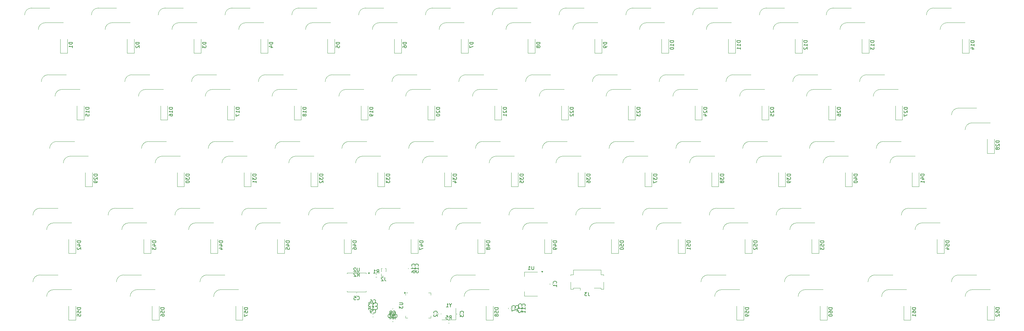
<source format=gbr>
%TF.GenerationSoftware,KiCad,Pcbnew,8.0.3*%
%TF.CreationDate,2024-10-19T17:43:13+08:00*%
%TF.ProjectId,PH60_Rev1,50483630-5f52-4657-9631-2e6b69636164,rev?*%
%TF.SameCoordinates,Original*%
%TF.FileFunction,Legend,Bot*%
%TF.FilePolarity,Positive*%
%FSLAX46Y46*%
G04 Gerber Fmt 4.6, Leading zero omitted, Abs format (unit mm)*
G04 Created by KiCad (PCBNEW 8.0.3) date 2024-10-19 17:43:13*
%MOMM*%
%LPD*%
G01*
G04 APERTURE LIST*
%ADD10C,0.150000*%
%ADD11C,0.120000*%
G04 APERTURE END LIST*
D10*
X48016069Y-97685714D02*
X47016069Y-97685714D01*
X47016069Y-97685714D02*
X47016069Y-97923809D01*
X47016069Y-97923809D02*
X47063688Y-98066666D01*
X47063688Y-98066666D02*
X47158926Y-98161904D01*
X47158926Y-98161904D02*
X47254164Y-98209523D01*
X47254164Y-98209523D02*
X47444640Y-98257142D01*
X47444640Y-98257142D02*
X47587497Y-98257142D01*
X47587497Y-98257142D02*
X47777973Y-98209523D01*
X47777973Y-98209523D02*
X47873211Y-98161904D01*
X47873211Y-98161904D02*
X47968450Y-98066666D01*
X47968450Y-98066666D02*
X48016069Y-97923809D01*
X48016069Y-97923809D02*
X48016069Y-97685714D01*
X47349402Y-99114285D02*
X48016069Y-99114285D01*
X46968450Y-98876190D02*
X47682735Y-98638095D01*
X47682735Y-98638095D02*
X47682735Y-99257142D01*
X47111307Y-99590476D02*
X47063688Y-99638095D01*
X47063688Y-99638095D02*
X47016069Y-99733333D01*
X47016069Y-99733333D02*
X47016069Y-99971428D01*
X47016069Y-99971428D02*
X47063688Y-100066666D01*
X47063688Y-100066666D02*
X47111307Y-100114285D01*
X47111307Y-100114285D02*
X47206545Y-100161904D01*
X47206545Y-100161904D02*
X47301783Y-100161904D01*
X47301783Y-100161904D02*
X47444640Y-100114285D01*
X47444640Y-100114285D02*
X48016069Y-99542857D01*
X48016069Y-99542857D02*
X48016069Y-100161904D01*
X171844580Y-116778333D02*
X171892200Y-116730714D01*
X171892200Y-116730714D02*
X171939819Y-116587857D01*
X171939819Y-116587857D02*
X171939819Y-116492619D01*
X171939819Y-116492619D02*
X171892200Y-116349762D01*
X171892200Y-116349762D02*
X171796961Y-116254524D01*
X171796961Y-116254524D02*
X171701723Y-116206905D01*
X171701723Y-116206905D02*
X171511247Y-116159286D01*
X171511247Y-116159286D02*
X171368390Y-116159286D01*
X171368390Y-116159286D02*
X171177914Y-116206905D01*
X171177914Y-116206905D02*
X171082676Y-116254524D01*
X171082676Y-116254524D02*
X170987438Y-116349762D01*
X170987438Y-116349762D02*
X170939819Y-116492619D01*
X170939819Y-116492619D02*
X170939819Y-116587857D01*
X170939819Y-116587857D02*
X170987438Y-116730714D01*
X170987438Y-116730714D02*
X171035057Y-116778333D01*
X170939819Y-117111667D02*
X170939819Y-117778333D01*
X170939819Y-117778333D02*
X171939819Y-117349762D01*
X231372319Y-78635714D02*
X230372319Y-78635714D01*
X230372319Y-78635714D02*
X230372319Y-78873809D01*
X230372319Y-78873809D02*
X230419938Y-79016666D01*
X230419938Y-79016666D02*
X230515176Y-79111904D01*
X230515176Y-79111904D02*
X230610414Y-79159523D01*
X230610414Y-79159523D02*
X230800890Y-79207142D01*
X230800890Y-79207142D02*
X230943747Y-79207142D01*
X230943747Y-79207142D02*
X231134223Y-79159523D01*
X231134223Y-79159523D02*
X231229461Y-79111904D01*
X231229461Y-79111904D02*
X231324700Y-79016666D01*
X231324700Y-79016666D02*
X231372319Y-78873809D01*
X231372319Y-78873809D02*
X231372319Y-78635714D01*
X230372319Y-79540476D02*
X230372319Y-80159523D01*
X230372319Y-80159523D02*
X230753271Y-79826190D01*
X230753271Y-79826190D02*
X230753271Y-79969047D01*
X230753271Y-79969047D02*
X230800890Y-80064285D01*
X230800890Y-80064285D02*
X230848509Y-80111904D01*
X230848509Y-80111904D02*
X230943747Y-80159523D01*
X230943747Y-80159523D02*
X231181842Y-80159523D01*
X231181842Y-80159523D02*
X231277080Y-80111904D01*
X231277080Y-80111904D02*
X231324700Y-80064285D01*
X231324700Y-80064285D02*
X231372319Y-79969047D01*
X231372319Y-79969047D02*
X231372319Y-79683333D01*
X231372319Y-79683333D02*
X231324700Y-79588095D01*
X231324700Y-79588095D02*
X231277080Y-79540476D01*
X230800890Y-80730952D02*
X230753271Y-80635714D01*
X230753271Y-80635714D02*
X230705652Y-80588095D01*
X230705652Y-80588095D02*
X230610414Y-80540476D01*
X230610414Y-80540476D02*
X230562795Y-80540476D01*
X230562795Y-80540476D02*
X230467557Y-80588095D01*
X230467557Y-80588095D02*
X230419938Y-80635714D01*
X230419938Y-80635714D02*
X230372319Y-80730952D01*
X230372319Y-80730952D02*
X230372319Y-80921428D01*
X230372319Y-80921428D02*
X230419938Y-81016666D01*
X230419938Y-81016666D02*
X230467557Y-81064285D01*
X230467557Y-81064285D02*
X230562795Y-81111904D01*
X230562795Y-81111904D02*
X230610414Y-81111904D01*
X230610414Y-81111904D02*
X230705652Y-81064285D01*
X230705652Y-81064285D02*
X230753271Y-81016666D01*
X230753271Y-81016666D02*
X230800890Y-80921428D01*
X230800890Y-80921428D02*
X230800890Y-80730952D01*
X230800890Y-80730952D02*
X230848509Y-80635714D01*
X230848509Y-80635714D02*
X230896128Y-80588095D01*
X230896128Y-80588095D02*
X230991366Y-80540476D01*
X230991366Y-80540476D02*
X231181842Y-80540476D01*
X231181842Y-80540476D02*
X231277080Y-80588095D01*
X231277080Y-80588095D02*
X231324700Y-80635714D01*
X231324700Y-80635714D02*
X231372319Y-80730952D01*
X231372319Y-80730952D02*
X231372319Y-80921428D01*
X231372319Y-80921428D02*
X231324700Y-81016666D01*
X231324700Y-81016666D02*
X231277080Y-81064285D01*
X231277080Y-81064285D02*
X231181842Y-81111904D01*
X231181842Y-81111904D02*
X230991366Y-81111904D01*
X230991366Y-81111904D02*
X230896128Y-81064285D01*
X230896128Y-81064285D02*
X230848509Y-81016666D01*
X230848509Y-81016666D02*
X230800890Y-80921428D01*
X112309819Y-59585714D02*
X111309819Y-59585714D01*
X111309819Y-59585714D02*
X111309819Y-59823809D01*
X111309819Y-59823809D02*
X111357438Y-59966666D01*
X111357438Y-59966666D02*
X111452676Y-60061904D01*
X111452676Y-60061904D02*
X111547914Y-60109523D01*
X111547914Y-60109523D02*
X111738390Y-60157142D01*
X111738390Y-60157142D02*
X111881247Y-60157142D01*
X111881247Y-60157142D02*
X112071723Y-60109523D01*
X112071723Y-60109523D02*
X112166961Y-60061904D01*
X112166961Y-60061904D02*
X112262200Y-59966666D01*
X112262200Y-59966666D02*
X112309819Y-59823809D01*
X112309819Y-59823809D02*
X112309819Y-59585714D01*
X112309819Y-61109523D02*
X112309819Y-60538095D01*
X112309819Y-60823809D02*
X111309819Y-60823809D01*
X111309819Y-60823809D02*
X111452676Y-60728571D01*
X111452676Y-60728571D02*
X111547914Y-60633333D01*
X111547914Y-60633333D02*
X111595533Y-60538095D01*
X111738390Y-61680952D02*
X111690771Y-61585714D01*
X111690771Y-61585714D02*
X111643152Y-61538095D01*
X111643152Y-61538095D02*
X111547914Y-61490476D01*
X111547914Y-61490476D02*
X111500295Y-61490476D01*
X111500295Y-61490476D02*
X111405057Y-61538095D01*
X111405057Y-61538095D02*
X111357438Y-61585714D01*
X111357438Y-61585714D02*
X111309819Y-61680952D01*
X111309819Y-61680952D02*
X111309819Y-61871428D01*
X111309819Y-61871428D02*
X111357438Y-61966666D01*
X111357438Y-61966666D02*
X111405057Y-62014285D01*
X111405057Y-62014285D02*
X111500295Y-62061904D01*
X111500295Y-62061904D02*
X111547914Y-62061904D01*
X111547914Y-62061904D02*
X111643152Y-62014285D01*
X111643152Y-62014285D02*
X111690771Y-61966666D01*
X111690771Y-61966666D02*
X111738390Y-61871428D01*
X111738390Y-61871428D02*
X111738390Y-61680952D01*
X111738390Y-61680952D02*
X111786009Y-61585714D01*
X111786009Y-61585714D02*
X111833628Y-61538095D01*
X111833628Y-61538095D02*
X111928866Y-61490476D01*
X111928866Y-61490476D02*
X112119342Y-61490476D01*
X112119342Y-61490476D02*
X112214580Y-61538095D01*
X112214580Y-61538095D02*
X112262200Y-61585714D01*
X112262200Y-61585714D02*
X112309819Y-61680952D01*
X112309819Y-61680952D02*
X112309819Y-61871428D01*
X112309819Y-61871428D02*
X112262200Y-61966666D01*
X112262200Y-61966666D02*
X112214580Y-62014285D01*
X112214580Y-62014285D02*
X112119342Y-62061904D01*
X112119342Y-62061904D02*
X111928866Y-62061904D01*
X111928866Y-62061904D02*
X111833628Y-62014285D01*
X111833628Y-62014285D02*
X111786009Y-61966666D01*
X111786009Y-61966666D02*
X111738390Y-61871428D01*
X137131666Y-119099819D02*
X137464999Y-118623628D01*
X137703094Y-119099819D02*
X137703094Y-118099819D01*
X137703094Y-118099819D02*
X137322142Y-118099819D01*
X137322142Y-118099819D02*
X137226904Y-118147438D01*
X137226904Y-118147438D02*
X137179285Y-118195057D01*
X137179285Y-118195057D02*
X137131666Y-118290295D01*
X137131666Y-118290295D02*
X137131666Y-118433152D01*
X137131666Y-118433152D02*
X137179285Y-118528390D01*
X137179285Y-118528390D02*
X137226904Y-118576009D01*
X137226904Y-118576009D02*
X137322142Y-118623628D01*
X137322142Y-118623628D02*
X137703094Y-118623628D01*
X136798332Y-118099819D02*
X136179285Y-118099819D01*
X136179285Y-118099819D02*
X136512618Y-118480771D01*
X136512618Y-118480771D02*
X136369761Y-118480771D01*
X136369761Y-118480771D02*
X136274523Y-118528390D01*
X136274523Y-118528390D02*
X136226904Y-118576009D01*
X136226904Y-118576009D02*
X136179285Y-118671247D01*
X136179285Y-118671247D02*
X136179285Y-118909342D01*
X136179285Y-118909342D02*
X136226904Y-119004580D01*
X136226904Y-119004580D02*
X136274523Y-119052200D01*
X136274523Y-119052200D02*
X136369761Y-119099819D01*
X136369761Y-119099819D02*
X136655475Y-119099819D01*
X136655475Y-119099819D02*
X136750713Y-119052200D01*
X136750713Y-119052200D02*
X136798332Y-119004580D01*
X48016069Y-116735714D02*
X47016069Y-116735714D01*
X47016069Y-116735714D02*
X47016069Y-116973809D01*
X47016069Y-116973809D02*
X47063688Y-117116666D01*
X47063688Y-117116666D02*
X47158926Y-117211904D01*
X47158926Y-117211904D02*
X47254164Y-117259523D01*
X47254164Y-117259523D02*
X47444640Y-117307142D01*
X47444640Y-117307142D02*
X47587497Y-117307142D01*
X47587497Y-117307142D02*
X47777973Y-117259523D01*
X47777973Y-117259523D02*
X47873211Y-117211904D01*
X47873211Y-117211904D02*
X47968450Y-117116666D01*
X47968450Y-117116666D02*
X48016069Y-116973809D01*
X48016069Y-116973809D02*
X48016069Y-116735714D01*
X47016069Y-118211904D02*
X47016069Y-117735714D01*
X47016069Y-117735714D02*
X47492259Y-117688095D01*
X47492259Y-117688095D02*
X47444640Y-117735714D01*
X47444640Y-117735714D02*
X47397021Y-117830952D01*
X47397021Y-117830952D02*
X47397021Y-118069047D01*
X47397021Y-118069047D02*
X47444640Y-118164285D01*
X47444640Y-118164285D02*
X47492259Y-118211904D01*
X47492259Y-118211904D02*
X47587497Y-118259523D01*
X47587497Y-118259523D02*
X47825592Y-118259523D01*
X47825592Y-118259523D02*
X47920830Y-118211904D01*
X47920830Y-118211904D02*
X47968450Y-118164285D01*
X47968450Y-118164285D02*
X48016069Y-118069047D01*
X48016069Y-118069047D02*
X48016069Y-117830952D01*
X48016069Y-117830952D02*
X47968450Y-117735714D01*
X47968450Y-117735714D02*
X47920830Y-117688095D01*
X47016069Y-119164285D02*
X47016069Y-118688095D01*
X47016069Y-118688095D02*
X47492259Y-118640476D01*
X47492259Y-118640476D02*
X47444640Y-118688095D01*
X47444640Y-118688095D02*
X47397021Y-118783333D01*
X47397021Y-118783333D02*
X47397021Y-119021428D01*
X47397021Y-119021428D02*
X47444640Y-119116666D01*
X47444640Y-119116666D02*
X47492259Y-119164285D01*
X47492259Y-119164285D02*
X47587497Y-119211904D01*
X47587497Y-119211904D02*
X47825592Y-119211904D01*
X47825592Y-119211904D02*
X47920830Y-119164285D01*
X47920830Y-119164285D02*
X47968450Y-119116666D01*
X47968450Y-119116666D02*
X48016069Y-119021428D01*
X48016069Y-119021428D02*
X48016069Y-118783333D01*
X48016069Y-118783333D02*
X47968450Y-118688095D01*
X47968450Y-118688095D02*
X47920830Y-118640476D01*
X207559819Y-59585714D02*
X206559819Y-59585714D01*
X206559819Y-59585714D02*
X206559819Y-59823809D01*
X206559819Y-59823809D02*
X206607438Y-59966666D01*
X206607438Y-59966666D02*
X206702676Y-60061904D01*
X206702676Y-60061904D02*
X206797914Y-60109523D01*
X206797914Y-60109523D02*
X206988390Y-60157142D01*
X206988390Y-60157142D02*
X207131247Y-60157142D01*
X207131247Y-60157142D02*
X207321723Y-60109523D01*
X207321723Y-60109523D02*
X207416961Y-60061904D01*
X207416961Y-60061904D02*
X207512200Y-59966666D01*
X207512200Y-59966666D02*
X207559819Y-59823809D01*
X207559819Y-59823809D02*
X207559819Y-59585714D01*
X206655057Y-60538095D02*
X206607438Y-60585714D01*
X206607438Y-60585714D02*
X206559819Y-60680952D01*
X206559819Y-60680952D02*
X206559819Y-60919047D01*
X206559819Y-60919047D02*
X206607438Y-61014285D01*
X206607438Y-61014285D02*
X206655057Y-61061904D01*
X206655057Y-61061904D02*
X206750295Y-61109523D01*
X206750295Y-61109523D02*
X206845533Y-61109523D01*
X206845533Y-61109523D02*
X206988390Y-61061904D01*
X206988390Y-61061904D02*
X207559819Y-60490476D01*
X207559819Y-60490476D02*
X207559819Y-61109523D01*
X206559819Y-61442857D02*
X206559819Y-62061904D01*
X206559819Y-62061904D02*
X206940771Y-61728571D01*
X206940771Y-61728571D02*
X206940771Y-61871428D01*
X206940771Y-61871428D02*
X206988390Y-61966666D01*
X206988390Y-61966666D02*
X207036009Y-62014285D01*
X207036009Y-62014285D02*
X207131247Y-62061904D01*
X207131247Y-62061904D02*
X207369342Y-62061904D01*
X207369342Y-62061904D02*
X207464580Y-62014285D01*
X207464580Y-62014285D02*
X207512200Y-61966666D01*
X207512200Y-61966666D02*
X207559819Y-61871428D01*
X207559819Y-61871428D02*
X207559819Y-61585714D01*
X207559819Y-61585714D02*
X207512200Y-61490476D01*
X207512200Y-61490476D02*
X207464580Y-61442857D01*
X259947319Y-97685714D02*
X258947319Y-97685714D01*
X258947319Y-97685714D02*
X258947319Y-97923809D01*
X258947319Y-97923809D02*
X258994938Y-98066666D01*
X258994938Y-98066666D02*
X259090176Y-98161904D01*
X259090176Y-98161904D02*
X259185414Y-98209523D01*
X259185414Y-98209523D02*
X259375890Y-98257142D01*
X259375890Y-98257142D02*
X259518747Y-98257142D01*
X259518747Y-98257142D02*
X259709223Y-98209523D01*
X259709223Y-98209523D02*
X259804461Y-98161904D01*
X259804461Y-98161904D02*
X259899700Y-98066666D01*
X259899700Y-98066666D02*
X259947319Y-97923809D01*
X259947319Y-97923809D02*
X259947319Y-97685714D01*
X258947319Y-99161904D02*
X258947319Y-98685714D01*
X258947319Y-98685714D02*
X259423509Y-98638095D01*
X259423509Y-98638095D02*
X259375890Y-98685714D01*
X259375890Y-98685714D02*
X259328271Y-98780952D01*
X259328271Y-98780952D02*
X259328271Y-99019047D01*
X259328271Y-99019047D02*
X259375890Y-99114285D01*
X259375890Y-99114285D02*
X259423509Y-99161904D01*
X259423509Y-99161904D02*
X259518747Y-99209523D01*
X259518747Y-99209523D02*
X259756842Y-99209523D01*
X259756842Y-99209523D02*
X259852080Y-99161904D01*
X259852080Y-99161904D02*
X259899700Y-99114285D01*
X259899700Y-99114285D02*
X259947319Y-99019047D01*
X259947319Y-99019047D02*
X259947319Y-98780952D01*
X259947319Y-98780952D02*
X259899700Y-98685714D01*
X259899700Y-98685714D02*
X259852080Y-98638095D01*
X258947319Y-99542857D02*
X258947319Y-100161904D01*
X258947319Y-100161904D02*
X259328271Y-99828571D01*
X259328271Y-99828571D02*
X259328271Y-99971428D01*
X259328271Y-99971428D02*
X259375890Y-100066666D01*
X259375890Y-100066666D02*
X259423509Y-100114285D01*
X259423509Y-100114285D02*
X259518747Y-100161904D01*
X259518747Y-100161904D02*
X259756842Y-100161904D01*
X259756842Y-100161904D02*
X259852080Y-100114285D01*
X259852080Y-100114285D02*
X259899700Y-100066666D01*
X259899700Y-100066666D02*
X259947319Y-99971428D01*
X259947319Y-99971428D02*
X259947319Y-99685714D01*
X259947319Y-99685714D02*
X259899700Y-99590476D01*
X259899700Y-99590476D02*
X259852080Y-99542857D01*
X157094580Y-118358333D02*
X157142200Y-118310714D01*
X157142200Y-118310714D02*
X157189819Y-118167857D01*
X157189819Y-118167857D02*
X157189819Y-118072619D01*
X157189819Y-118072619D02*
X157142200Y-117929762D01*
X157142200Y-117929762D02*
X157046961Y-117834524D01*
X157046961Y-117834524D02*
X156951723Y-117786905D01*
X156951723Y-117786905D02*
X156761247Y-117739286D01*
X156761247Y-117739286D02*
X156618390Y-117739286D01*
X156618390Y-117739286D02*
X156427914Y-117786905D01*
X156427914Y-117786905D02*
X156332676Y-117834524D01*
X156332676Y-117834524D02*
X156237438Y-117929762D01*
X156237438Y-117929762D02*
X156189819Y-118072619D01*
X156189819Y-118072619D02*
X156189819Y-118167857D01*
X156189819Y-118167857D02*
X156237438Y-118310714D01*
X156237438Y-118310714D02*
X156285057Y-118358333D01*
X156189819Y-118691667D02*
X156189819Y-119310714D01*
X156189819Y-119310714D02*
X156570771Y-118977381D01*
X156570771Y-118977381D02*
X156570771Y-119120238D01*
X156570771Y-119120238D02*
X156618390Y-119215476D01*
X156618390Y-119215476D02*
X156666009Y-119263095D01*
X156666009Y-119263095D02*
X156761247Y-119310714D01*
X156761247Y-119310714D02*
X156999342Y-119310714D01*
X156999342Y-119310714D02*
X157094580Y-119263095D01*
X157094580Y-119263095D02*
X157142200Y-119215476D01*
X157142200Y-119215476D02*
X157189819Y-119120238D01*
X157189819Y-119120238D02*
X157189819Y-118834524D01*
X157189819Y-118834524D02*
X157142200Y-118739286D01*
X157142200Y-118739286D02*
X157094580Y-118691667D01*
X138849819Y-115350595D02*
X139659342Y-115350595D01*
X139659342Y-115350595D02*
X139754580Y-115398214D01*
X139754580Y-115398214D02*
X139802200Y-115445833D01*
X139802200Y-115445833D02*
X139849819Y-115541071D01*
X139849819Y-115541071D02*
X139849819Y-115731547D01*
X139849819Y-115731547D02*
X139802200Y-115826785D01*
X139802200Y-115826785D02*
X139754580Y-115874404D01*
X139754580Y-115874404D02*
X139659342Y-115922023D01*
X139659342Y-115922023D02*
X138849819Y-115922023D01*
X138849819Y-116302976D02*
X138849819Y-116922023D01*
X138849819Y-116922023D02*
X139230771Y-116588690D01*
X139230771Y-116588690D02*
X139230771Y-116731547D01*
X139230771Y-116731547D02*
X139278390Y-116826785D01*
X139278390Y-116826785D02*
X139326009Y-116874404D01*
X139326009Y-116874404D02*
X139421247Y-116922023D01*
X139421247Y-116922023D02*
X139659342Y-116922023D01*
X139659342Y-116922023D02*
X139754580Y-116874404D01*
X139754580Y-116874404D02*
X139802200Y-116826785D01*
X139802200Y-116826785D02*
X139849819Y-116731547D01*
X139849819Y-116731547D02*
X139849819Y-116445833D01*
X139849819Y-116445833D02*
X139802200Y-116350595D01*
X139802200Y-116350595D02*
X139754580Y-116302976D01*
X202797319Y-97685714D02*
X201797319Y-97685714D01*
X201797319Y-97685714D02*
X201797319Y-97923809D01*
X201797319Y-97923809D02*
X201844938Y-98066666D01*
X201844938Y-98066666D02*
X201940176Y-98161904D01*
X201940176Y-98161904D02*
X202035414Y-98209523D01*
X202035414Y-98209523D02*
X202225890Y-98257142D01*
X202225890Y-98257142D02*
X202368747Y-98257142D01*
X202368747Y-98257142D02*
X202559223Y-98209523D01*
X202559223Y-98209523D02*
X202654461Y-98161904D01*
X202654461Y-98161904D02*
X202749700Y-98066666D01*
X202749700Y-98066666D02*
X202797319Y-97923809D01*
X202797319Y-97923809D02*
X202797319Y-97685714D01*
X201797319Y-99161904D02*
X201797319Y-98685714D01*
X201797319Y-98685714D02*
X202273509Y-98638095D01*
X202273509Y-98638095D02*
X202225890Y-98685714D01*
X202225890Y-98685714D02*
X202178271Y-98780952D01*
X202178271Y-98780952D02*
X202178271Y-99019047D01*
X202178271Y-99019047D02*
X202225890Y-99114285D01*
X202225890Y-99114285D02*
X202273509Y-99161904D01*
X202273509Y-99161904D02*
X202368747Y-99209523D01*
X202368747Y-99209523D02*
X202606842Y-99209523D01*
X202606842Y-99209523D02*
X202702080Y-99161904D01*
X202702080Y-99161904D02*
X202749700Y-99114285D01*
X202749700Y-99114285D02*
X202797319Y-99019047D01*
X202797319Y-99019047D02*
X202797319Y-98780952D01*
X202797319Y-98780952D02*
X202749700Y-98685714D01*
X202749700Y-98685714D02*
X202702080Y-98638095D01*
X201797319Y-99828571D02*
X201797319Y-99923809D01*
X201797319Y-99923809D02*
X201844938Y-100019047D01*
X201844938Y-100019047D02*
X201892557Y-100066666D01*
X201892557Y-100066666D02*
X201987795Y-100114285D01*
X201987795Y-100114285D02*
X202178271Y-100161904D01*
X202178271Y-100161904D02*
X202416366Y-100161904D01*
X202416366Y-100161904D02*
X202606842Y-100114285D01*
X202606842Y-100114285D02*
X202702080Y-100066666D01*
X202702080Y-100066666D02*
X202749700Y-100019047D01*
X202749700Y-100019047D02*
X202797319Y-99923809D01*
X202797319Y-99923809D02*
X202797319Y-99828571D01*
X202797319Y-99828571D02*
X202749700Y-99733333D01*
X202749700Y-99733333D02*
X202702080Y-99685714D01*
X202702080Y-99685714D02*
X202606842Y-99638095D01*
X202606842Y-99638095D02*
X202416366Y-99590476D01*
X202416366Y-99590476D02*
X202178271Y-99590476D01*
X202178271Y-99590476D02*
X201987795Y-99638095D01*
X201987795Y-99638095D02*
X201892557Y-99685714D01*
X201892557Y-99685714D02*
X201844938Y-99733333D01*
X201844938Y-99733333D02*
X201797319Y-99828571D01*
X134708333Y-108089819D02*
X134708333Y-108804104D01*
X134708333Y-108804104D02*
X134755952Y-108946961D01*
X134755952Y-108946961D02*
X134851190Y-109042200D01*
X134851190Y-109042200D02*
X134994047Y-109089819D01*
X134994047Y-109089819D02*
X135089285Y-109089819D01*
X134279761Y-108185057D02*
X134232142Y-108137438D01*
X134232142Y-108137438D02*
X134136904Y-108089819D01*
X134136904Y-108089819D02*
X133898809Y-108089819D01*
X133898809Y-108089819D02*
X133803571Y-108137438D01*
X133803571Y-108137438D02*
X133755952Y-108185057D01*
X133755952Y-108185057D02*
X133708333Y-108280295D01*
X133708333Y-108280295D02*
X133708333Y-108375533D01*
X133708333Y-108375533D02*
X133755952Y-108518390D01*
X133755952Y-108518390D02*
X134327380Y-109089819D01*
X134327380Y-109089819D02*
X133708333Y-109089819D01*
X95641069Y-116735714D02*
X94641069Y-116735714D01*
X94641069Y-116735714D02*
X94641069Y-116973809D01*
X94641069Y-116973809D02*
X94688688Y-117116666D01*
X94688688Y-117116666D02*
X94783926Y-117211904D01*
X94783926Y-117211904D02*
X94879164Y-117259523D01*
X94879164Y-117259523D02*
X95069640Y-117307142D01*
X95069640Y-117307142D02*
X95212497Y-117307142D01*
X95212497Y-117307142D02*
X95402973Y-117259523D01*
X95402973Y-117259523D02*
X95498211Y-117211904D01*
X95498211Y-117211904D02*
X95593450Y-117116666D01*
X95593450Y-117116666D02*
X95641069Y-116973809D01*
X95641069Y-116973809D02*
X95641069Y-116735714D01*
X94641069Y-118211904D02*
X94641069Y-117735714D01*
X94641069Y-117735714D02*
X95117259Y-117688095D01*
X95117259Y-117688095D02*
X95069640Y-117735714D01*
X95069640Y-117735714D02*
X95022021Y-117830952D01*
X95022021Y-117830952D02*
X95022021Y-118069047D01*
X95022021Y-118069047D02*
X95069640Y-118164285D01*
X95069640Y-118164285D02*
X95117259Y-118211904D01*
X95117259Y-118211904D02*
X95212497Y-118259523D01*
X95212497Y-118259523D02*
X95450592Y-118259523D01*
X95450592Y-118259523D02*
X95545830Y-118211904D01*
X95545830Y-118211904D02*
X95593450Y-118164285D01*
X95593450Y-118164285D02*
X95641069Y-118069047D01*
X95641069Y-118069047D02*
X95641069Y-117830952D01*
X95641069Y-117830952D02*
X95593450Y-117735714D01*
X95593450Y-117735714D02*
X95545830Y-117688095D01*
X94641069Y-118592857D02*
X94641069Y-119259523D01*
X94641069Y-119259523D02*
X95641069Y-118830952D01*
X131987857Y-116304580D02*
X132035476Y-116352200D01*
X132035476Y-116352200D02*
X132178333Y-116399819D01*
X132178333Y-116399819D02*
X132273571Y-116399819D01*
X132273571Y-116399819D02*
X132416428Y-116352200D01*
X132416428Y-116352200D02*
X132511666Y-116256961D01*
X132511666Y-116256961D02*
X132559285Y-116161723D01*
X132559285Y-116161723D02*
X132606904Y-115971247D01*
X132606904Y-115971247D02*
X132606904Y-115828390D01*
X132606904Y-115828390D02*
X132559285Y-115637914D01*
X132559285Y-115637914D02*
X132511666Y-115542676D01*
X132511666Y-115542676D02*
X132416428Y-115447438D01*
X132416428Y-115447438D02*
X132273571Y-115399819D01*
X132273571Y-115399819D02*
X132178333Y-115399819D01*
X132178333Y-115399819D02*
X132035476Y-115447438D01*
X132035476Y-115447438D02*
X131987857Y-115495057D01*
X131035476Y-116399819D02*
X131606904Y-116399819D01*
X131321190Y-116399819D02*
X131321190Y-115399819D01*
X131321190Y-115399819D02*
X131416428Y-115542676D01*
X131416428Y-115542676D02*
X131511666Y-115637914D01*
X131511666Y-115637914D02*
X131606904Y-115685533D01*
X130702142Y-115399819D02*
X130083095Y-115399819D01*
X130083095Y-115399819D02*
X130416428Y-115780771D01*
X130416428Y-115780771D02*
X130273571Y-115780771D01*
X130273571Y-115780771D02*
X130178333Y-115828390D01*
X130178333Y-115828390D02*
X130130714Y-115876009D01*
X130130714Y-115876009D02*
X130083095Y-115971247D01*
X130083095Y-115971247D02*
X130083095Y-116209342D01*
X130083095Y-116209342D02*
X130130714Y-116304580D01*
X130130714Y-116304580D02*
X130178333Y-116352200D01*
X130178333Y-116352200D02*
X130273571Y-116399819D01*
X130273571Y-116399819D02*
X130559285Y-116399819D01*
X130559285Y-116399819D02*
X130654523Y-116352200D01*
X130654523Y-116352200D02*
X130702142Y-116304580D01*
X50397319Y-59585714D02*
X49397319Y-59585714D01*
X49397319Y-59585714D02*
X49397319Y-59823809D01*
X49397319Y-59823809D02*
X49444938Y-59966666D01*
X49444938Y-59966666D02*
X49540176Y-60061904D01*
X49540176Y-60061904D02*
X49635414Y-60109523D01*
X49635414Y-60109523D02*
X49825890Y-60157142D01*
X49825890Y-60157142D02*
X49968747Y-60157142D01*
X49968747Y-60157142D02*
X50159223Y-60109523D01*
X50159223Y-60109523D02*
X50254461Y-60061904D01*
X50254461Y-60061904D02*
X50349700Y-59966666D01*
X50349700Y-59966666D02*
X50397319Y-59823809D01*
X50397319Y-59823809D02*
X50397319Y-59585714D01*
X50397319Y-61109523D02*
X50397319Y-60538095D01*
X50397319Y-60823809D02*
X49397319Y-60823809D01*
X49397319Y-60823809D02*
X49540176Y-60728571D01*
X49540176Y-60728571D02*
X49635414Y-60633333D01*
X49635414Y-60633333D02*
X49683033Y-60538095D01*
X49397319Y-62014285D02*
X49397319Y-61538095D01*
X49397319Y-61538095D02*
X49873509Y-61490476D01*
X49873509Y-61490476D02*
X49825890Y-61538095D01*
X49825890Y-61538095D02*
X49778271Y-61633333D01*
X49778271Y-61633333D02*
X49778271Y-61871428D01*
X49778271Y-61871428D02*
X49825890Y-61966666D01*
X49825890Y-61966666D02*
X49873509Y-62014285D01*
X49873509Y-62014285D02*
X49968747Y-62061904D01*
X49968747Y-62061904D02*
X50206842Y-62061904D01*
X50206842Y-62061904D02*
X50302080Y-62014285D01*
X50302080Y-62014285D02*
X50349700Y-61966666D01*
X50349700Y-61966666D02*
X50397319Y-61871428D01*
X50397319Y-61871428D02*
X50397319Y-61633333D01*
X50397319Y-61633333D02*
X50349700Y-61538095D01*
X50349700Y-61538095D02*
X50302080Y-61490476D01*
X137587857Y-119524580D02*
X137635476Y-119572200D01*
X137635476Y-119572200D02*
X137778333Y-119619819D01*
X137778333Y-119619819D02*
X137873571Y-119619819D01*
X137873571Y-119619819D02*
X138016428Y-119572200D01*
X138016428Y-119572200D02*
X138111666Y-119476961D01*
X138111666Y-119476961D02*
X138159285Y-119381723D01*
X138159285Y-119381723D02*
X138206904Y-119191247D01*
X138206904Y-119191247D02*
X138206904Y-119048390D01*
X138206904Y-119048390D02*
X138159285Y-118857914D01*
X138159285Y-118857914D02*
X138111666Y-118762676D01*
X138111666Y-118762676D02*
X138016428Y-118667438D01*
X138016428Y-118667438D02*
X137873571Y-118619819D01*
X137873571Y-118619819D02*
X137778333Y-118619819D01*
X137778333Y-118619819D02*
X137635476Y-118667438D01*
X137635476Y-118667438D02*
X137587857Y-118715057D01*
X136635476Y-119619819D02*
X137206904Y-119619819D01*
X136921190Y-119619819D02*
X136921190Y-118619819D01*
X136921190Y-118619819D02*
X137016428Y-118762676D01*
X137016428Y-118762676D02*
X137111666Y-118857914D01*
X137111666Y-118857914D02*
X137206904Y-118905533D01*
X136016428Y-118619819D02*
X135921190Y-118619819D01*
X135921190Y-118619819D02*
X135825952Y-118667438D01*
X135825952Y-118667438D02*
X135778333Y-118715057D01*
X135778333Y-118715057D02*
X135730714Y-118810295D01*
X135730714Y-118810295D02*
X135683095Y-119000771D01*
X135683095Y-119000771D02*
X135683095Y-119238866D01*
X135683095Y-119238866D02*
X135730714Y-119429342D01*
X135730714Y-119429342D02*
X135778333Y-119524580D01*
X135778333Y-119524580D02*
X135825952Y-119572200D01*
X135825952Y-119572200D02*
X135921190Y-119619819D01*
X135921190Y-119619819D02*
X136016428Y-119619819D01*
X136016428Y-119619819D02*
X136111666Y-119572200D01*
X136111666Y-119572200D02*
X136159285Y-119524580D01*
X136159285Y-119524580D02*
X136206904Y-119429342D01*
X136206904Y-119429342D02*
X136254523Y-119238866D01*
X136254523Y-119238866D02*
X136254523Y-119000771D01*
X136254523Y-119000771D02*
X136206904Y-118810295D01*
X136206904Y-118810295D02*
X136159285Y-118715057D01*
X136159285Y-118715057D02*
X136111666Y-118667438D01*
X136111666Y-118667438D02*
X136016428Y-118619819D01*
X178984819Y-41011905D02*
X177984819Y-41011905D01*
X177984819Y-41011905D02*
X177984819Y-41250000D01*
X177984819Y-41250000D02*
X178032438Y-41392857D01*
X178032438Y-41392857D02*
X178127676Y-41488095D01*
X178127676Y-41488095D02*
X178222914Y-41535714D01*
X178222914Y-41535714D02*
X178413390Y-41583333D01*
X178413390Y-41583333D02*
X178556247Y-41583333D01*
X178556247Y-41583333D02*
X178746723Y-41535714D01*
X178746723Y-41535714D02*
X178841961Y-41488095D01*
X178841961Y-41488095D02*
X178937200Y-41392857D01*
X178937200Y-41392857D02*
X178984819Y-41250000D01*
X178984819Y-41250000D02*
X178984819Y-41011905D01*
X178413390Y-42154762D02*
X178365771Y-42059524D01*
X178365771Y-42059524D02*
X178318152Y-42011905D01*
X178318152Y-42011905D02*
X178222914Y-41964286D01*
X178222914Y-41964286D02*
X178175295Y-41964286D01*
X178175295Y-41964286D02*
X178080057Y-42011905D01*
X178080057Y-42011905D02*
X178032438Y-42059524D01*
X178032438Y-42059524D02*
X177984819Y-42154762D01*
X177984819Y-42154762D02*
X177984819Y-42345238D01*
X177984819Y-42345238D02*
X178032438Y-42440476D01*
X178032438Y-42440476D02*
X178080057Y-42488095D01*
X178080057Y-42488095D02*
X178175295Y-42535714D01*
X178175295Y-42535714D02*
X178222914Y-42535714D01*
X178222914Y-42535714D02*
X178318152Y-42488095D01*
X178318152Y-42488095D02*
X178365771Y-42440476D01*
X178365771Y-42440476D02*
X178413390Y-42345238D01*
X178413390Y-42345238D02*
X178413390Y-42154762D01*
X178413390Y-42154762D02*
X178461009Y-42059524D01*
X178461009Y-42059524D02*
X178508628Y-42011905D01*
X178508628Y-42011905D02*
X178603866Y-41964286D01*
X178603866Y-41964286D02*
X178794342Y-41964286D01*
X178794342Y-41964286D02*
X178889580Y-42011905D01*
X178889580Y-42011905D02*
X178937200Y-42059524D01*
X178937200Y-42059524D02*
X178984819Y-42154762D01*
X178984819Y-42154762D02*
X178984819Y-42345238D01*
X178984819Y-42345238D02*
X178937200Y-42440476D01*
X178937200Y-42440476D02*
X178889580Y-42488095D01*
X178889580Y-42488095D02*
X178794342Y-42535714D01*
X178794342Y-42535714D02*
X178603866Y-42535714D01*
X178603866Y-42535714D02*
X178508628Y-42488095D01*
X178508628Y-42488095D02*
X178461009Y-42440476D01*
X178461009Y-42440476D02*
X178413390Y-42345238D01*
X177186904Y-104929819D02*
X177186904Y-105739342D01*
X177186904Y-105739342D02*
X177139285Y-105834580D01*
X177139285Y-105834580D02*
X177091666Y-105882200D01*
X177091666Y-105882200D02*
X176996428Y-105929819D01*
X176996428Y-105929819D02*
X176805952Y-105929819D01*
X176805952Y-105929819D02*
X176710714Y-105882200D01*
X176710714Y-105882200D02*
X176663095Y-105834580D01*
X176663095Y-105834580D02*
X176615476Y-105739342D01*
X176615476Y-105739342D02*
X176615476Y-104929819D01*
X175615476Y-105929819D02*
X176186904Y-105929819D01*
X175901190Y-105929819D02*
X175901190Y-104929819D01*
X175901190Y-104929819D02*
X175996428Y-105072676D01*
X175996428Y-105072676D02*
X176091666Y-105167914D01*
X176091666Y-105167914D02*
X176186904Y-105215533D01*
X174694580Y-116302142D02*
X174742200Y-116254523D01*
X174742200Y-116254523D02*
X174789819Y-116111666D01*
X174789819Y-116111666D02*
X174789819Y-116016428D01*
X174789819Y-116016428D02*
X174742200Y-115873571D01*
X174742200Y-115873571D02*
X174646961Y-115778333D01*
X174646961Y-115778333D02*
X174551723Y-115730714D01*
X174551723Y-115730714D02*
X174361247Y-115683095D01*
X174361247Y-115683095D02*
X174218390Y-115683095D01*
X174218390Y-115683095D02*
X174027914Y-115730714D01*
X174027914Y-115730714D02*
X173932676Y-115778333D01*
X173932676Y-115778333D02*
X173837438Y-115873571D01*
X173837438Y-115873571D02*
X173789819Y-116016428D01*
X173789819Y-116016428D02*
X173789819Y-116111666D01*
X173789819Y-116111666D02*
X173837438Y-116254523D01*
X173837438Y-116254523D02*
X173885057Y-116302142D01*
X174789819Y-117254523D02*
X174789819Y-116683095D01*
X174789819Y-116968809D02*
X173789819Y-116968809D01*
X173789819Y-116968809D02*
X173932676Y-116873571D01*
X173932676Y-116873571D02*
X174027914Y-116778333D01*
X174027914Y-116778333D02*
X174075533Y-116683095D01*
X174789819Y-118206904D02*
X174789819Y-117635476D01*
X174789819Y-117921190D02*
X173789819Y-117921190D01*
X173789819Y-117921190D02*
X173932676Y-117825952D01*
X173932676Y-117825952D02*
X174027914Y-117730714D01*
X174027914Y-117730714D02*
X174075533Y-117635476D01*
X131359819Y-59585714D02*
X130359819Y-59585714D01*
X130359819Y-59585714D02*
X130359819Y-59823809D01*
X130359819Y-59823809D02*
X130407438Y-59966666D01*
X130407438Y-59966666D02*
X130502676Y-60061904D01*
X130502676Y-60061904D02*
X130597914Y-60109523D01*
X130597914Y-60109523D02*
X130788390Y-60157142D01*
X130788390Y-60157142D02*
X130931247Y-60157142D01*
X130931247Y-60157142D02*
X131121723Y-60109523D01*
X131121723Y-60109523D02*
X131216961Y-60061904D01*
X131216961Y-60061904D02*
X131312200Y-59966666D01*
X131312200Y-59966666D02*
X131359819Y-59823809D01*
X131359819Y-59823809D02*
X131359819Y-59585714D01*
X131359819Y-61109523D02*
X131359819Y-60538095D01*
X131359819Y-60823809D02*
X130359819Y-60823809D01*
X130359819Y-60823809D02*
X130502676Y-60728571D01*
X130502676Y-60728571D02*
X130597914Y-60633333D01*
X130597914Y-60633333D02*
X130645533Y-60538095D01*
X131359819Y-61585714D02*
X131359819Y-61776190D01*
X131359819Y-61776190D02*
X131312200Y-61871428D01*
X131312200Y-61871428D02*
X131264580Y-61919047D01*
X131264580Y-61919047D02*
X131121723Y-62014285D01*
X131121723Y-62014285D02*
X130931247Y-62061904D01*
X130931247Y-62061904D02*
X130550295Y-62061904D01*
X130550295Y-62061904D02*
X130455057Y-62014285D01*
X130455057Y-62014285D02*
X130407438Y-61966666D01*
X130407438Y-61966666D02*
X130359819Y-61871428D01*
X130359819Y-61871428D02*
X130359819Y-61680952D01*
X130359819Y-61680952D02*
X130407438Y-61585714D01*
X130407438Y-61585714D02*
X130455057Y-61538095D01*
X130455057Y-61538095D02*
X130550295Y-61490476D01*
X130550295Y-61490476D02*
X130788390Y-61490476D01*
X130788390Y-61490476D02*
X130883628Y-61538095D01*
X130883628Y-61538095D02*
X130931247Y-61585714D01*
X130931247Y-61585714D02*
X130978866Y-61680952D01*
X130978866Y-61680952D02*
X130978866Y-61871428D01*
X130978866Y-61871428D02*
X130931247Y-61966666D01*
X130931247Y-61966666D02*
X130883628Y-62014285D01*
X130883628Y-62014285D02*
X130788390Y-62061904D01*
X169459819Y-59585714D02*
X168459819Y-59585714D01*
X168459819Y-59585714D02*
X168459819Y-59823809D01*
X168459819Y-59823809D02*
X168507438Y-59966666D01*
X168507438Y-59966666D02*
X168602676Y-60061904D01*
X168602676Y-60061904D02*
X168697914Y-60109523D01*
X168697914Y-60109523D02*
X168888390Y-60157142D01*
X168888390Y-60157142D02*
X169031247Y-60157142D01*
X169031247Y-60157142D02*
X169221723Y-60109523D01*
X169221723Y-60109523D02*
X169316961Y-60061904D01*
X169316961Y-60061904D02*
X169412200Y-59966666D01*
X169412200Y-59966666D02*
X169459819Y-59823809D01*
X169459819Y-59823809D02*
X169459819Y-59585714D01*
X168555057Y-60538095D02*
X168507438Y-60585714D01*
X168507438Y-60585714D02*
X168459819Y-60680952D01*
X168459819Y-60680952D02*
X168459819Y-60919047D01*
X168459819Y-60919047D02*
X168507438Y-61014285D01*
X168507438Y-61014285D02*
X168555057Y-61061904D01*
X168555057Y-61061904D02*
X168650295Y-61109523D01*
X168650295Y-61109523D02*
X168745533Y-61109523D01*
X168745533Y-61109523D02*
X168888390Y-61061904D01*
X168888390Y-61061904D02*
X169459819Y-60490476D01*
X169459819Y-60490476D02*
X169459819Y-61109523D01*
X169459819Y-62061904D02*
X169459819Y-61490476D01*
X169459819Y-61776190D02*
X168459819Y-61776190D01*
X168459819Y-61776190D02*
X168602676Y-61680952D01*
X168602676Y-61680952D02*
X168697914Y-61585714D01*
X168697914Y-61585714D02*
X168745533Y-61490476D01*
X269472319Y-78635714D02*
X268472319Y-78635714D01*
X268472319Y-78635714D02*
X268472319Y-78873809D01*
X268472319Y-78873809D02*
X268519938Y-79016666D01*
X268519938Y-79016666D02*
X268615176Y-79111904D01*
X268615176Y-79111904D02*
X268710414Y-79159523D01*
X268710414Y-79159523D02*
X268900890Y-79207142D01*
X268900890Y-79207142D02*
X269043747Y-79207142D01*
X269043747Y-79207142D02*
X269234223Y-79159523D01*
X269234223Y-79159523D02*
X269329461Y-79111904D01*
X269329461Y-79111904D02*
X269424700Y-79016666D01*
X269424700Y-79016666D02*
X269472319Y-78873809D01*
X269472319Y-78873809D02*
X269472319Y-78635714D01*
X268805652Y-80064285D02*
X269472319Y-80064285D01*
X268424700Y-79826190D02*
X269138985Y-79588095D01*
X269138985Y-79588095D02*
X269138985Y-80207142D01*
X268472319Y-80778571D02*
X268472319Y-80873809D01*
X268472319Y-80873809D02*
X268519938Y-80969047D01*
X268519938Y-80969047D02*
X268567557Y-81016666D01*
X268567557Y-81016666D02*
X268662795Y-81064285D01*
X268662795Y-81064285D02*
X268853271Y-81111904D01*
X268853271Y-81111904D02*
X269091366Y-81111904D01*
X269091366Y-81111904D02*
X269281842Y-81064285D01*
X269281842Y-81064285D02*
X269377080Y-81016666D01*
X269377080Y-81016666D02*
X269424700Y-80969047D01*
X269424700Y-80969047D02*
X269472319Y-80873809D01*
X269472319Y-80873809D02*
X269472319Y-80778571D01*
X269472319Y-80778571D02*
X269424700Y-80683333D01*
X269424700Y-80683333D02*
X269377080Y-80635714D01*
X269377080Y-80635714D02*
X269281842Y-80588095D01*
X269281842Y-80588095D02*
X269091366Y-80540476D01*
X269091366Y-80540476D02*
X268853271Y-80540476D01*
X268853271Y-80540476D02*
X268662795Y-80588095D01*
X268662795Y-80588095D02*
X268567557Y-80635714D01*
X268567557Y-80635714D02*
X268519938Y-80683333D01*
X268519938Y-80683333D02*
X268472319Y-80778571D01*
X193272319Y-78635714D02*
X192272319Y-78635714D01*
X192272319Y-78635714D02*
X192272319Y-78873809D01*
X192272319Y-78873809D02*
X192319938Y-79016666D01*
X192319938Y-79016666D02*
X192415176Y-79111904D01*
X192415176Y-79111904D02*
X192510414Y-79159523D01*
X192510414Y-79159523D02*
X192700890Y-79207142D01*
X192700890Y-79207142D02*
X192843747Y-79207142D01*
X192843747Y-79207142D02*
X193034223Y-79159523D01*
X193034223Y-79159523D02*
X193129461Y-79111904D01*
X193129461Y-79111904D02*
X193224700Y-79016666D01*
X193224700Y-79016666D02*
X193272319Y-78873809D01*
X193272319Y-78873809D02*
X193272319Y-78635714D01*
X192272319Y-79540476D02*
X192272319Y-80159523D01*
X192272319Y-80159523D02*
X192653271Y-79826190D01*
X192653271Y-79826190D02*
X192653271Y-79969047D01*
X192653271Y-79969047D02*
X192700890Y-80064285D01*
X192700890Y-80064285D02*
X192748509Y-80111904D01*
X192748509Y-80111904D02*
X192843747Y-80159523D01*
X192843747Y-80159523D02*
X193081842Y-80159523D01*
X193081842Y-80159523D02*
X193177080Y-80111904D01*
X193177080Y-80111904D02*
X193224700Y-80064285D01*
X193224700Y-80064285D02*
X193272319Y-79969047D01*
X193272319Y-79969047D02*
X193272319Y-79683333D01*
X193272319Y-79683333D02*
X193224700Y-79588095D01*
X193224700Y-79588095D02*
X193177080Y-79540476D01*
X192272319Y-81016666D02*
X192272319Y-80826190D01*
X192272319Y-80826190D02*
X192319938Y-80730952D01*
X192319938Y-80730952D02*
X192367557Y-80683333D01*
X192367557Y-80683333D02*
X192510414Y-80588095D01*
X192510414Y-80588095D02*
X192700890Y-80540476D01*
X192700890Y-80540476D02*
X193081842Y-80540476D01*
X193081842Y-80540476D02*
X193177080Y-80588095D01*
X193177080Y-80588095D02*
X193224700Y-80635714D01*
X193224700Y-80635714D02*
X193272319Y-80730952D01*
X193272319Y-80730952D02*
X193272319Y-80921428D01*
X193272319Y-80921428D02*
X193224700Y-81016666D01*
X193224700Y-81016666D02*
X193177080Y-81064285D01*
X193177080Y-81064285D02*
X193081842Y-81111904D01*
X193081842Y-81111904D02*
X192843747Y-81111904D01*
X192843747Y-81111904D02*
X192748509Y-81064285D01*
X192748509Y-81064285D02*
X192700890Y-81016666D01*
X192700890Y-81016666D02*
X192653271Y-80921428D01*
X192653271Y-80921428D02*
X192653271Y-80730952D01*
X192653271Y-80730952D02*
X192700890Y-80635714D01*
X192700890Y-80635714D02*
X192748509Y-80588095D01*
X192748509Y-80588095D02*
X192843747Y-80540476D01*
X149574580Y-118338333D02*
X149622200Y-118290714D01*
X149622200Y-118290714D02*
X149669819Y-118147857D01*
X149669819Y-118147857D02*
X149669819Y-118052619D01*
X149669819Y-118052619D02*
X149622200Y-117909762D01*
X149622200Y-117909762D02*
X149526961Y-117814524D01*
X149526961Y-117814524D02*
X149431723Y-117766905D01*
X149431723Y-117766905D02*
X149241247Y-117719286D01*
X149241247Y-117719286D02*
X149098390Y-117719286D01*
X149098390Y-117719286D02*
X148907914Y-117766905D01*
X148907914Y-117766905D02*
X148812676Y-117814524D01*
X148812676Y-117814524D02*
X148717438Y-117909762D01*
X148717438Y-117909762D02*
X148669819Y-118052619D01*
X148669819Y-118052619D02*
X148669819Y-118147857D01*
X148669819Y-118147857D02*
X148717438Y-118290714D01*
X148717438Y-118290714D02*
X148765057Y-118338333D01*
X148765057Y-118719286D02*
X148717438Y-118766905D01*
X148717438Y-118766905D02*
X148669819Y-118862143D01*
X148669819Y-118862143D02*
X148669819Y-119100238D01*
X148669819Y-119100238D02*
X148717438Y-119195476D01*
X148717438Y-119195476D02*
X148765057Y-119243095D01*
X148765057Y-119243095D02*
X148860295Y-119290714D01*
X148860295Y-119290714D02*
X148955533Y-119290714D01*
X148955533Y-119290714D02*
X149098390Y-119243095D01*
X149098390Y-119243095D02*
X149669819Y-118671667D01*
X149669819Y-118671667D02*
X149669819Y-119290714D01*
X240897319Y-97685714D02*
X239897319Y-97685714D01*
X239897319Y-97685714D02*
X239897319Y-97923809D01*
X239897319Y-97923809D02*
X239944938Y-98066666D01*
X239944938Y-98066666D02*
X240040176Y-98161904D01*
X240040176Y-98161904D02*
X240135414Y-98209523D01*
X240135414Y-98209523D02*
X240325890Y-98257142D01*
X240325890Y-98257142D02*
X240468747Y-98257142D01*
X240468747Y-98257142D02*
X240659223Y-98209523D01*
X240659223Y-98209523D02*
X240754461Y-98161904D01*
X240754461Y-98161904D02*
X240849700Y-98066666D01*
X240849700Y-98066666D02*
X240897319Y-97923809D01*
X240897319Y-97923809D02*
X240897319Y-97685714D01*
X239897319Y-99161904D02*
X239897319Y-98685714D01*
X239897319Y-98685714D02*
X240373509Y-98638095D01*
X240373509Y-98638095D02*
X240325890Y-98685714D01*
X240325890Y-98685714D02*
X240278271Y-98780952D01*
X240278271Y-98780952D02*
X240278271Y-99019047D01*
X240278271Y-99019047D02*
X240325890Y-99114285D01*
X240325890Y-99114285D02*
X240373509Y-99161904D01*
X240373509Y-99161904D02*
X240468747Y-99209523D01*
X240468747Y-99209523D02*
X240706842Y-99209523D01*
X240706842Y-99209523D02*
X240802080Y-99161904D01*
X240802080Y-99161904D02*
X240849700Y-99114285D01*
X240849700Y-99114285D02*
X240897319Y-99019047D01*
X240897319Y-99019047D02*
X240897319Y-98780952D01*
X240897319Y-98780952D02*
X240849700Y-98685714D01*
X240849700Y-98685714D02*
X240802080Y-98638095D01*
X239992557Y-99590476D02*
X239944938Y-99638095D01*
X239944938Y-99638095D02*
X239897319Y-99733333D01*
X239897319Y-99733333D02*
X239897319Y-99971428D01*
X239897319Y-99971428D02*
X239944938Y-100066666D01*
X239944938Y-100066666D02*
X239992557Y-100114285D01*
X239992557Y-100114285D02*
X240087795Y-100161904D01*
X240087795Y-100161904D02*
X240183033Y-100161904D01*
X240183033Y-100161904D02*
X240325890Y-100114285D01*
X240325890Y-100114285D02*
X240897319Y-99542857D01*
X240897319Y-99542857D02*
X240897319Y-100161904D01*
X74209819Y-59585714D02*
X73209819Y-59585714D01*
X73209819Y-59585714D02*
X73209819Y-59823809D01*
X73209819Y-59823809D02*
X73257438Y-59966666D01*
X73257438Y-59966666D02*
X73352676Y-60061904D01*
X73352676Y-60061904D02*
X73447914Y-60109523D01*
X73447914Y-60109523D02*
X73638390Y-60157142D01*
X73638390Y-60157142D02*
X73781247Y-60157142D01*
X73781247Y-60157142D02*
X73971723Y-60109523D01*
X73971723Y-60109523D02*
X74066961Y-60061904D01*
X74066961Y-60061904D02*
X74162200Y-59966666D01*
X74162200Y-59966666D02*
X74209819Y-59823809D01*
X74209819Y-59823809D02*
X74209819Y-59585714D01*
X74209819Y-61109523D02*
X74209819Y-60538095D01*
X74209819Y-60823809D02*
X73209819Y-60823809D01*
X73209819Y-60823809D02*
X73352676Y-60728571D01*
X73352676Y-60728571D02*
X73447914Y-60633333D01*
X73447914Y-60633333D02*
X73495533Y-60538095D01*
X73209819Y-61966666D02*
X73209819Y-61776190D01*
X73209819Y-61776190D02*
X73257438Y-61680952D01*
X73257438Y-61680952D02*
X73305057Y-61633333D01*
X73305057Y-61633333D02*
X73447914Y-61538095D01*
X73447914Y-61538095D02*
X73638390Y-61490476D01*
X73638390Y-61490476D02*
X74019342Y-61490476D01*
X74019342Y-61490476D02*
X74114580Y-61538095D01*
X74114580Y-61538095D02*
X74162200Y-61585714D01*
X74162200Y-61585714D02*
X74209819Y-61680952D01*
X74209819Y-61680952D02*
X74209819Y-61871428D01*
X74209819Y-61871428D02*
X74162200Y-61966666D01*
X74162200Y-61966666D02*
X74114580Y-62014285D01*
X74114580Y-62014285D02*
X74019342Y-62061904D01*
X74019342Y-62061904D02*
X73781247Y-62061904D01*
X73781247Y-62061904D02*
X73686009Y-62014285D01*
X73686009Y-62014285D02*
X73638390Y-61966666D01*
X73638390Y-61966666D02*
X73590771Y-61871428D01*
X73590771Y-61871428D02*
X73590771Y-61680952D01*
X73590771Y-61680952D02*
X73638390Y-61585714D01*
X73638390Y-61585714D02*
X73686009Y-61538095D01*
X73686009Y-61538095D02*
X73781247Y-61490476D01*
X309953569Y-69110714D02*
X308953569Y-69110714D01*
X308953569Y-69110714D02*
X308953569Y-69348809D01*
X308953569Y-69348809D02*
X309001188Y-69491666D01*
X309001188Y-69491666D02*
X309096426Y-69586904D01*
X309096426Y-69586904D02*
X309191664Y-69634523D01*
X309191664Y-69634523D02*
X309382140Y-69682142D01*
X309382140Y-69682142D02*
X309524997Y-69682142D01*
X309524997Y-69682142D02*
X309715473Y-69634523D01*
X309715473Y-69634523D02*
X309810711Y-69586904D01*
X309810711Y-69586904D02*
X309905950Y-69491666D01*
X309905950Y-69491666D02*
X309953569Y-69348809D01*
X309953569Y-69348809D02*
X309953569Y-69110714D01*
X309048807Y-70063095D02*
X309001188Y-70110714D01*
X309001188Y-70110714D02*
X308953569Y-70205952D01*
X308953569Y-70205952D02*
X308953569Y-70444047D01*
X308953569Y-70444047D02*
X309001188Y-70539285D01*
X309001188Y-70539285D02*
X309048807Y-70586904D01*
X309048807Y-70586904D02*
X309144045Y-70634523D01*
X309144045Y-70634523D02*
X309239283Y-70634523D01*
X309239283Y-70634523D02*
X309382140Y-70586904D01*
X309382140Y-70586904D02*
X309953569Y-70015476D01*
X309953569Y-70015476D02*
X309953569Y-70634523D01*
X309382140Y-71205952D02*
X309334521Y-71110714D01*
X309334521Y-71110714D02*
X309286902Y-71063095D01*
X309286902Y-71063095D02*
X309191664Y-71015476D01*
X309191664Y-71015476D02*
X309144045Y-71015476D01*
X309144045Y-71015476D02*
X309048807Y-71063095D01*
X309048807Y-71063095D02*
X309001188Y-71110714D01*
X309001188Y-71110714D02*
X308953569Y-71205952D01*
X308953569Y-71205952D02*
X308953569Y-71396428D01*
X308953569Y-71396428D02*
X309001188Y-71491666D01*
X309001188Y-71491666D02*
X309048807Y-71539285D01*
X309048807Y-71539285D02*
X309144045Y-71586904D01*
X309144045Y-71586904D02*
X309191664Y-71586904D01*
X309191664Y-71586904D02*
X309286902Y-71539285D01*
X309286902Y-71539285D02*
X309334521Y-71491666D01*
X309334521Y-71491666D02*
X309382140Y-71396428D01*
X309382140Y-71396428D02*
X309382140Y-71205952D01*
X309382140Y-71205952D02*
X309429759Y-71110714D01*
X309429759Y-71110714D02*
X309477378Y-71063095D01*
X309477378Y-71063095D02*
X309572616Y-71015476D01*
X309572616Y-71015476D02*
X309763092Y-71015476D01*
X309763092Y-71015476D02*
X309858330Y-71063095D01*
X309858330Y-71063095D02*
X309905950Y-71110714D01*
X309905950Y-71110714D02*
X309953569Y-71205952D01*
X309953569Y-71205952D02*
X309953569Y-71396428D01*
X309953569Y-71396428D02*
X309905950Y-71491666D01*
X309905950Y-71491666D02*
X309858330Y-71539285D01*
X309858330Y-71539285D02*
X309763092Y-71586904D01*
X309763092Y-71586904D02*
X309572616Y-71586904D01*
X309572616Y-71586904D02*
X309477378Y-71539285D01*
X309477378Y-71539285D02*
X309429759Y-71491666D01*
X309429759Y-71491666D02*
X309382140Y-71396428D01*
X167078569Y-116735714D02*
X166078569Y-116735714D01*
X166078569Y-116735714D02*
X166078569Y-116973809D01*
X166078569Y-116973809D02*
X166126188Y-117116666D01*
X166126188Y-117116666D02*
X166221426Y-117211904D01*
X166221426Y-117211904D02*
X166316664Y-117259523D01*
X166316664Y-117259523D02*
X166507140Y-117307142D01*
X166507140Y-117307142D02*
X166649997Y-117307142D01*
X166649997Y-117307142D02*
X166840473Y-117259523D01*
X166840473Y-117259523D02*
X166935711Y-117211904D01*
X166935711Y-117211904D02*
X167030950Y-117116666D01*
X167030950Y-117116666D02*
X167078569Y-116973809D01*
X167078569Y-116973809D02*
X167078569Y-116735714D01*
X166078569Y-118211904D02*
X166078569Y-117735714D01*
X166078569Y-117735714D02*
X166554759Y-117688095D01*
X166554759Y-117688095D02*
X166507140Y-117735714D01*
X166507140Y-117735714D02*
X166459521Y-117830952D01*
X166459521Y-117830952D02*
X166459521Y-118069047D01*
X166459521Y-118069047D02*
X166507140Y-118164285D01*
X166507140Y-118164285D02*
X166554759Y-118211904D01*
X166554759Y-118211904D02*
X166649997Y-118259523D01*
X166649997Y-118259523D02*
X166888092Y-118259523D01*
X166888092Y-118259523D02*
X166983330Y-118211904D01*
X166983330Y-118211904D02*
X167030950Y-118164285D01*
X167030950Y-118164285D02*
X167078569Y-118069047D01*
X167078569Y-118069047D02*
X167078569Y-117830952D01*
X167078569Y-117830952D02*
X167030950Y-117735714D01*
X167030950Y-117735714D02*
X166983330Y-117688095D01*
X166507140Y-118830952D02*
X166459521Y-118735714D01*
X166459521Y-118735714D02*
X166411902Y-118688095D01*
X166411902Y-118688095D02*
X166316664Y-118640476D01*
X166316664Y-118640476D02*
X166269045Y-118640476D01*
X166269045Y-118640476D02*
X166173807Y-118688095D01*
X166173807Y-118688095D02*
X166126188Y-118735714D01*
X166126188Y-118735714D02*
X166078569Y-118830952D01*
X166078569Y-118830952D02*
X166078569Y-119021428D01*
X166078569Y-119021428D02*
X166126188Y-119116666D01*
X166126188Y-119116666D02*
X166173807Y-119164285D01*
X166173807Y-119164285D02*
X166269045Y-119211904D01*
X166269045Y-119211904D02*
X166316664Y-119211904D01*
X166316664Y-119211904D02*
X166411902Y-119164285D01*
X166411902Y-119164285D02*
X166459521Y-119116666D01*
X166459521Y-119116666D02*
X166507140Y-119021428D01*
X166507140Y-119021428D02*
X166507140Y-118830952D01*
X166507140Y-118830952D02*
X166554759Y-118735714D01*
X166554759Y-118735714D02*
X166602378Y-118688095D01*
X166602378Y-118688095D02*
X166697616Y-118640476D01*
X166697616Y-118640476D02*
X166888092Y-118640476D01*
X166888092Y-118640476D02*
X166983330Y-118688095D01*
X166983330Y-118688095D02*
X167030950Y-118735714D01*
X167030950Y-118735714D02*
X167078569Y-118830952D01*
X167078569Y-118830952D02*
X167078569Y-119021428D01*
X167078569Y-119021428D02*
X167030950Y-119116666D01*
X167030950Y-119116666D02*
X166983330Y-119164285D01*
X166983330Y-119164285D02*
X166888092Y-119211904D01*
X166888092Y-119211904D02*
X166697616Y-119211904D01*
X166697616Y-119211904D02*
X166602378Y-119164285D01*
X166602378Y-119164285D02*
X166554759Y-119116666D01*
X166554759Y-119116666D02*
X166507140Y-119021428D01*
X238516069Y-116735714D02*
X237516069Y-116735714D01*
X237516069Y-116735714D02*
X237516069Y-116973809D01*
X237516069Y-116973809D02*
X237563688Y-117116666D01*
X237563688Y-117116666D02*
X237658926Y-117211904D01*
X237658926Y-117211904D02*
X237754164Y-117259523D01*
X237754164Y-117259523D02*
X237944640Y-117307142D01*
X237944640Y-117307142D02*
X238087497Y-117307142D01*
X238087497Y-117307142D02*
X238277973Y-117259523D01*
X238277973Y-117259523D02*
X238373211Y-117211904D01*
X238373211Y-117211904D02*
X238468450Y-117116666D01*
X238468450Y-117116666D02*
X238516069Y-116973809D01*
X238516069Y-116973809D02*
X238516069Y-116735714D01*
X237516069Y-118211904D02*
X237516069Y-117735714D01*
X237516069Y-117735714D02*
X237992259Y-117688095D01*
X237992259Y-117688095D02*
X237944640Y-117735714D01*
X237944640Y-117735714D02*
X237897021Y-117830952D01*
X237897021Y-117830952D02*
X237897021Y-118069047D01*
X237897021Y-118069047D02*
X237944640Y-118164285D01*
X237944640Y-118164285D02*
X237992259Y-118211904D01*
X237992259Y-118211904D02*
X238087497Y-118259523D01*
X238087497Y-118259523D02*
X238325592Y-118259523D01*
X238325592Y-118259523D02*
X238420830Y-118211904D01*
X238420830Y-118211904D02*
X238468450Y-118164285D01*
X238468450Y-118164285D02*
X238516069Y-118069047D01*
X238516069Y-118069047D02*
X238516069Y-117830952D01*
X238516069Y-117830952D02*
X238468450Y-117735714D01*
X238468450Y-117735714D02*
X238420830Y-117688095D01*
X238516069Y-118735714D02*
X238516069Y-118926190D01*
X238516069Y-118926190D02*
X238468450Y-119021428D01*
X238468450Y-119021428D02*
X238420830Y-119069047D01*
X238420830Y-119069047D02*
X238277973Y-119164285D01*
X238277973Y-119164285D02*
X238087497Y-119211904D01*
X238087497Y-119211904D02*
X237706545Y-119211904D01*
X237706545Y-119211904D02*
X237611307Y-119164285D01*
X237611307Y-119164285D02*
X237563688Y-119116666D01*
X237563688Y-119116666D02*
X237516069Y-119021428D01*
X237516069Y-119021428D02*
X237516069Y-118830952D01*
X237516069Y-118830952D02*
X237563688Y-118735714D01*
X237563688Y-118735714D02*
X237611307Y-118688095D01*
X237611307Y-118688095D02*
X237706545Y-118640476D01*
X237706545Y-118640476D02*
X237944640Y-118640476D01*
X237944640Y-118640476D02*
X238039878Y-118688095D01*
X238039878Y-118688095D02*
X238087497Y-118735714D01*
X238087497Y-118735714D02*
X238135116Y-118830952D01*
X238135116Y-118830952D02*
X238135116Y-119021428D01*
X238135116Y-119021428D02*
X238087497Y-119116666D01*
X238087497Y-119116666D02*
X238039878Y-119164285D01*
X238039878Y-119164285D02*
X237944640Y-119211904D01*
X164697319Y-97685714D02*
X163697319Y-97685714D01*
X163697319Y-97685714D02*
X163697319Y-97923809D01*
X163697319Y-97923809D02*
X163744938Y-98066666D01*
X163744938Y-98066666D02*
X163840176Y-98161904D01*
X163840176Y-98161904D02*
X163935414Y-98209523D01*
X163935414Y-98209523D02*
X164125890Y-98257142D01*
X164125890Y-98257142D02*
X164268747Y-98257142D01*
X164268747Y-98257142D02*
X164459223Y-98209523D01*
X164459223Y-98209523D02*
X164554461Y-98161904D01*
X164554461Y-98161904D02*
X164649700Y-98066666D01*
X164649700Y-98066666D02*
X164697319Y-97923809D01*
X164697319Y-97923809D02*
X164697319Y-97685714D01*
X164030652Y-99114285D02*
X164697319Y-99114285D01*
X163649700Y-98876190D02*
X164363985Y-98638095D01*
X164363985Y-98638095D02*
X164363985Y-99257142D01*
X164125890Y-99780952D02*
X164078271Y-99685714D01*
X164078271Y-99685714D02*
X164030652Y-99638095D01*
X164030652Y-99638095D02*
X163935414Y-99590476D01*
X163935414Y-99590476D02*
X163887795Y-99590476D01*
X163887795Y-99590476D02*
X163792557Y-99638095D01*
X163792557Y-99638095D02*
X163744938Y-99685714D01*
X163744938Y-99685714D02*
X163697319Y-99780952D01*
X163697319Y-99780952D02*
X163697319Y-99971428D01*
X163697319Y-99971428D02*
X163744938Y-100066666D01*
X163744938Y-100066666D02*
X163792557Y-100114285D01*
X163792557Y-100114285D02*
X163887795Y-100161904D01*
X163887795Y-100161904D02*
X163935414Y-100161904D01*
X163935414Y-100161904D02*
X164030652Y-100114285D01*
X164030652Y-100114285D02*
X164078271Y-100066666D01*
X164078271Y-100066666D02*
X164125890Y-99971428D01*
X164125890Y-99971428D02*
X164125890Y-99780952D01*
X164125890Y-99780952D02*
X164173509Y-99685714D01*
X164173509Y-99685714D02*
X164221128Y-99638095D01*
X164221128Y-99638095D02*
X164316366Y-99590476D01*
X164316366Y-99590476D02*
X164506842Y-99590476D01*
X164506842Y-99590476D02*
X164602080Y-99638095D01*
X164602080Y-99638095D02*
X164649700Y-99685714D01*
X164649700Y-99685714D02*
X164697319Y-99780952D01*
X164697319Y-99780952D02*
X164697319Y-99971428D01*
X164697319Y-99971428D02*
X164649700Y-100066666D01*
X164649700Y-100066666D02*
X164602080Y-100114285D01*
X164602080Y-100114285D02*
X164506842Y-100161904D01*
X164506842Y-100161904D02*
X164316366Y-100161904D01*
X164316366Y-100161904D02*
X164221128Y-100114285D01*
X164221128Y-100114285D02*
X164173509Y-100066666D01*
X164173509Y-100066666D02*
X164125890Y-99971428D01*
X131987857Y-117224580D02*
X132035476Y-117272200D01*
X132035476Y-117272200D02*
X132178333Y-117319819D01*
X132178333Y-117319819D02*
X132273571Y-117319819D01*
X132273571Y-117319819D02*
X132416428Y-117272200D01*
X132416428Y-117272200D02*
X132511666Y-117176961D01*
X132511666Y-117176961D02*
X132559285Y-117081723D01*
X132559285Y-117081723D02*
X132606904Y-116891247D01*
X132606904Y-116891247D02*
X132606904Y-116748390D01*
X132606904Y-116748390D02*
X132559285Y-116557914D01*
X132559285Y-116557914D02*
X132511666Y-116462676D01*
X132511666Y-116462676D02*
X132416428Y-116367438D01*
X132416428Y-116367438D02*
X132273571Y-116319819D01*
X132273571Y-116319819D02*
X132178333Y-116319819D01*
X132178333Y-116319819D02*
X132035476Y-116367438D01*
X132035476Y-116367438D02*
X131987857Y-116415057D01*
X131035476Y-117319819D02*
X131606904Y-117319819D01*
X131321190Y-117319819D02*
X131321190Y-116319819D01*
X131321190Y-116319819D02*
X131416428Y-116462676D01*
X131416428Y-116462676D02*
X131511666Y-116557914D01*
X131511666Y-116557914D02*
X131606904Y-116605533D01*
X130178333Y-116653152D02*
X130178333Y-117319819D01*
X130416428Y-116272200D02*
X130654523Y-116986485D01*
X130654523Y-116986485D02*
X130035476Y-116986485D01*
X153131666Y-120009819D02*
X153464999Y-119533628D01*
X153703094Y-120009819D02*
X153703094Y-119009819D01*
X153703094Y-119009819D02*
X153322142Y-119009819D01*
X153322142Y-119009819D02*
X153226904Y-119057438D01*
X153226904Y-119057438D02*
X153179285Y-119105057D01*
X153179285Y-119105057D02*
X153131666Y-119200295D01*
X153131666Y-119200295D02*
X153131666Y-119343152D01*
X153131666Y-119343152D02*
X153179285Y-119438390D01*
X153179285Y-119438390D02*
X153226904Y-119486009D01*
X153226904Y-119486009D02*
X153322142Y-119533628D01*
X153322142Y-119533628D02*
X153703094Y-119533628D01*
X152226904Y-119009819D02*
X152703094Y-119009819D01*
X152703094Y-119009819D02*
X152750713Y-119486009D01*
X152750713Y-119486009D02*
X152703094Y-119438390D01*
X152703094Y-119438390D02*
X152607856Y-119390771D01*
X152607856Y-119390771D02*
X152369761Y-119390771D01*
X152369761Y-119390771D02*
X152274523Y-119438390D01*
X152274523Y-119438390D02*
X152226904Y-119486009D01*
X152226904Y-119486009D02*
X152179285Y-119581247D01*
X152179285Y-119581247D02*
X152179285Y-119819342D01*
X152179285Y-119819342D02*
X152226904Y-119914580D01*
X152226904Y-119914580D02*
X152274523Y-119962200D01*
X152274523Y-119962200D02*
X152369761Y-120009819D01*
X152369761Y-120009819D02*
X152607856Y-120009819D01*
X152607856Y-120009819D02*
X152703094Y-119962200D01*
X152703094Y-119962200D02*
X152750713Y-119914580D01*
X183747319Y-97685714D02*
X182747319Y-97685714D01*
X182747319Y-97685714D02*
X182747319Y-97923809D01*
X182747319Y-97923809D02*
X182794938Y-98066666D01*
X182794938Y-98066666D02*
X182890176Y-98161904D01*
X182890176Y-98161904D02*
X182985414Y-98209523D01*
X182985414Y-98209523D02*
X183175890Y-98257142D01*
X183175890Y-98257142D02*
X183318747Y-98257142D01*
X183318747Y-98257142D02*
X183509223Y-98209523D01*
X183509223Y-98209523D02*
X183604461Y-98161904D01*
X183604461Y-98161904D02*
X183699700Y-98066666D01*
X183699700Y-98066666D02*
X183747319Y-97923809D01*
X183747319Y-97923809D02*
X183747319Y-97685714D01*
X183080652Y-99114285D02*
X183747319Y-99114285D01*
X182699700Y-98876190D02*
X183413985Y-98638095D01*
X183413985Y-98638095D02*
X183413985Y-99257142D01*
X183747319Y-99685714D02*
X183747319Y-99876190D01*
X183747319Y-99876190D02*
X183699700Y-99971428D01*
X183699700Y-99971428D02*
X183652080Y-100019047D01*
X183652080Y-100019047D02*
X183509223Y-100114285D01*
X183509223Y-100114285D02*
X183318747Y-100161904D01*
X183318747Y-100161904D02*
X182937795Y-100161904D01*
X182937795Y-100161904D02*
X182842557Y-100114285D01*
X182842557Y-100114285D02*
X182794938Y-100066666D01*
X182794938Y-100066666D02*
X182747319Y-99971428D01*
X182747319Y-99971428D02*
X182747319Y-99780952D01*
X182747319Y-99780952D02*
X182794938Y-99685714D01*
X182794938Y-99685714D02*
X182842557Y-99638095D01*
X182842557Y-99638095D02*
X182937795Y-99590476D01*
X182937795Y-99590476D02*
X183175890Y-99590476D01*
X183175890Y-99590476D02*
X183271128Y-99638095D01*
X183271128Y-99638095D02*
X183318747Y-99685714D01*
X183318747Y-99685714D02*
X183366366Y-99780952D01*
X183366366Y-99780952D02*
X183366366Y-99971428D01*
X183366366Y-99971428D02*
X183318747Y-100066666D01*
X183318747Y-100066666D02*
X183271128Y-100114285D01*
X183271128Y-100114285D02*
X183175890Y-100161904D01*
X174222319Y-78635714D02*
X173222319Y-78635714D01*
X173222319Y-78635714D02*
X173222319Y-78873809D01*
X173222319Y-78873809D02*
X173269938Y-79016666D01*
X173269938Y-79016666D02*
X173365176Y-79111904D01*
X173365176Y-79111904D02*
X173460414Y-79159523D01*
X173460414Y-79159523D02*
X173650890Y-79207142D01*
X173650890Y-79207142D02*
X173793747Y-79207142D01*
X173793747Y-79207142D02*
X173984223Y-79159523D01*
X173984223Y-79159523D02*
X174079461Y-79111904D01*
X174079461Y-79111904D02*
X174174700Y-79016666D01*
X174174700Y-79016666D02*
X174222319Y-78873809D01*
X174222319Y-78873809D02*
X174222319Y-78635714D01*
X173222319Y-79540476D02*
X173222319Y-80159523D01*
X173222319Y-80159523D02*
X173603271Y-79826190D01*
X173603271Y-79826190D02*
X173603271Y-79969047D01*
X173603271Y-79969047D02*
X173650890Y-80064285D01*
X173650890Y-80064285D02*
X173698509Y-80111904D01*
X173698509Y-80111904D02*
X173793747Y-80159523D01*
X173793747Y-80159523D02*
X174031842Y-80159523D01*
X174031842Y-80159523D02*
X174127080Y-80111904D01*
X174127080Y-80111904D02*
X174174700Y-80064285D01*
X174174700Y-80064285D02*
X174222319Y-79969047D01*
X174222319Y-79969047D02*
X174222319Y-79683333D01*
X174222319Y-79683333D02*
X174174700Y-79588095D01*
X174174700Y-79588095D02*
X174127080Y-79540476D01*
X173222319Y-81064285D02*
X173222319Y-80588095D01*
X173222319Y-80588095D02*
X173698509Y-80540476D01*
X173698509Y-80540476D02*
X173650890Y-80588095D01*
X173650890Y-80588095D02*
X173603271Y-80683333D01*
X173603271Y-80683333D02*
X173603271Y-80921428D01*
X173603271Y-80921428D02*
X173650890Y-81016666D01*
X173650890Y-81016666D02*
X173698509Y-81064285D01*
X173698509Y-81064285D02*
X173793747Y-81111904D01*
X173793747Y-81111904D02*
X174031842Y-81111904D01*
X174031842Y-81111904D02*
X174127080Y-81064285D01*
X174127080Y-81064285D02*
X174174700Y-81016666D01*
X174174700Y-81016666D02*
X174222319Y-80921428D01*
X174222319Y-80921428D02*
X174222319Y-80683333D01*
X174222319Y-80683333D02*
X174174700Y-80588095D01*
X174174700Y-80588095D02*
X174127080Y-80540476D01*
X144214580Y-104912142D02*
X144262200Y-104864523D01*
X144262200Y-104864523D02*
X144309819Y-104721666D01*
X144309819Y-104721666D02*
X144309819Y-104626428D01*
X144309819Y-104626428D02*
X144262200Y-104483571D01*
X144262200Y-104483571D02*
X144166961Y-104388333D01*
X144166961Y-104388333D02*
X144071723Y-104340714D01*
X144071723Y-104340714D02*
X143881247Y-104293095D01*
X143881247Y-104293095D02*
X143738390Y-104293095D01*
X143738390Y-104293095D02*
X143547914Y-104340714D01*
X143547914Y-104340714D02*
X143452676Y-104388333D01*
X143452676Y-104388333D02*
X143357438Y-104483571D01*
X143357438Y-104483571D02*
X143309819Y-104626428D01*
X143309819Y-104626428D02*
X143309819Y-104721666D01*
X143309819Y-104721666D02*
X143357438Y-104864523D01*
X143357438Y-104864523D02*
X143405057Y-104912142D01*
X144309819Y-105864523D02*
X144309819Y-105293095D01*
X144309819Y-105578809D02*
X143309819Y-105578809D01*
X143309819Y-105578809D02*
X143452676Y-105483571D01*
X143452676Y-105483571D02*
X143547914Y-105388333D01*
X143547914Y-105388333D02*
X143595533Y-105293095D01*
X143309819Y-106769285D02*
X143309819Y-106293095D01*
X143309819Y-106293095D02*
X143786009Y-106245476D01*
X143786009Y-106245476D02*
X143738390Y-106293095D01*
X143738390Y-106293095D02*
X143690771Y-106388333D01*
X143690771Y-106388333D02*
X143690771Y-106626428D01*
X143690771Y-106626428D02*
X143738390Y-106721666D01*
X143738390Y-106721666D02*
X143786009Y-106769285D01*
X143786009Y-106769285D02*
X143881247Y-106816904D01*
X143881247Y-106816904D02*
X144119342Y-106816904D01*
X144119342Y-106816904D02*
X144214580Y-106769285D01*
X144214580Y-106769285D02*
X144262200Y-106721666D01*
X144262200Y-106721666D02*
X144309819Y-106626428D01*
X144309819Y-106626428D02*
X144309819Y-106388333D01*
X144309819Y-106388333D02*
X144262200Y-106293095D01*
X144262200Y-106293095D02*
X144214580Y-106245476D01*
X69447319Y-97685714D02*
X68447319Y-97685714D01*
X68447319Y-97685714D02*
X68447319Y-97923809D01*
X68447319Y-97923809D02*
X68494938Y-98066666D01*
X68494938Y-98066666D02*
X68590176Y-98161904D01*
X68590176Y-98161904D02*
X68685414Y-98209523D01*
X68685414Y-98209523D02*
X68875890Y-98257142D01*
X68875890Y-98257142D02*
X69018747Y-98257142D01*
X69018747Y-98257142D02*
X69209223Y-98209523D01*
X69209223Y-98209523D02*
X69304461Y-98161904D01*
X69304461Y-98161904D02*
X69399700Y-98066666D01*
X69399700Y-98066666D02*
X69447319Y-97923809D01*
X69447319Y-97923809D02*
X69447319Y-97685714D01*
X68780652Y-99114285D02*
X69447319Y-99114285D01*
X68399700Y-98876190D02*
X69113985Y-98638095D01*
X69113985Y-98638095D02*
X69113985Y-99257142D01*
X68447319Y-99542857D02*
X68447319Y-100161904D01*
X68447319Y-100161904D02*
X68828271Y-99828571D01*
X68828271Y-99828571D02*
X68828271Y-99971428D01*
X68828271Y-99971428D02*
X68875890Y-100066666D01*
X68875890Y-100066666D02*
X68923509Y-100114285D01*
X68923509Y-100114285D02*
X69018747Y-100161904D01*
X69018747Y-100161904D02*
X69256842Y-100161904D01*
X69256842Y-100161904D02*
X69352080Y-100114285D01*
X69352080Y-100114285D02*
X69399700Y-100066666D01*
X69399700Y-100066666D02*
X69447319Y-99971428D01*
X69447319Y-99971428D02*
X69447319Y-99685714D01*
X69447319Y-99685714D02*
X69399700Y-99590476D01*
X69399700Y-99590476D02*
X69352080Y-99542857D01*
X107547319Y-97685714D02*
X106547319Y-97685714D01*
X106547319Y-97685714D02*
X106547319Y-97923809D01*
X106547319Y-97923809D02*
X106594938Y-98066666D01*
X106594938Y-98066666D02*
X106690176Y-98161904D01*
X106690176Y-98161904D02*
X106785414Y-98209523D01*
X106785414Y-98209523D02*
X106975890Y-98257142D01*
X106975890Y-98257142D02*
X107118747Y-98257142D01*
X107118747Y-98257142D02*
X107309223Y-98209523D01*
X107309223Y-98209523D02*
X107404461Y-98161904D01*
X107404461Y-98161904D02*
X107499700Y-98066666D01*
X107499700Y-98066666D02*
X107547319Y-97923809D01*
X107547319Y-97923809D02*
X107547319Y-97685714D01*
X106880652Y-99114285D02*
X107547319Y-99114285D01*
X106499700Y-98876190D02*
X107213985Y-98638095D01*
X107213985Y-98638095D02*
X107213985Y-99257142D01*
X106547319Y-100114285D02*
X106547319Y-99638095D01*
X106547319Y-99638095D02*
X107023509Y-99590476D01*
X107023509Y-99590476D02*
X106975890Y-99638095D01*
X106975890Y-99638095D02*
X106928271Y-99733333D01*
X106928271Y-99733333D02*
X106928271Y-99971428D01*
X106928271Y-99971428D02*
X106975890Y-100066666D01*
X106975890Y-100066666D02*
X107023509Y-100114285D01*
X107023509Y-100114285D02*
X107118747Y-100161904D01*
X107118747Y-100161904D02*
X107356842Y-100161904D01*
X107356842Y-100161904D02*
X107452080Y-100114285D01*
X107452080Y-100114285D02*
X107499700Y-100066666D01*
X107499700Y-100066666D02*
X107547319Y-99971428D01*
X107547319Y-99971428D02*
X107547319Y-99733333D01*
X107547319Y-99733333D02*
X107499700Y-99638095D01*
X107499700Y-99638095D02*
X107452080Y-99590476D01*
X217084819Y-40535714D02*
X216084819Y-40535714D01*
X216084819Y-40535714D02*
X216084819Y-40773809D01*
X216084819Y-40773809D02*
X216132438Y-40916666D01*
X216132438Y-40916666D02*
X216227676Y-41011904D01*
X216227676Y-41011904D02*
X216322914Y-41059523D01*
X216322914Y-41059523D02*
X216513390Y-41107142D01*
X216513390Y-41107142D02*
X216656247Y-41107142D01*
X216656247Y-41107142D02*
X216846723Y-41059523D01*
X216846723Y-41059523D02*
X216941961Y-41011904D01*
X216941961Y-41011904D02*
X217037200Y-40916666D01*
X217037200Y-40916666D02*
X217084819Y-40773809D01*
X217084819Y-40773809D02*
X217084819Y-40535714D01*
X217084819Y-42059523D02*
X217084819Y-41488095D01*
X217084819Y-41773809D02*
X216084819Y-41773809D01*
X216084819Y-41773809D02*
X216227676Y-41678571D01*
X216227676Y-41678571D02*
X216322914Y-41583333D01*
X216322914Y-41583333D02*
X216370533Y-41488095D01*
X216084819Y-42678571D02*
X216084819Y-42773809D01*
X216084819Y-42773809D02*
X216132438Y-42869047D01*
X216132438Y-42869047D02*
X216180057Y-42916666D01*
X216180057Y-42916666D02*
X216275295Y-42964285D01*
X216275295Y-42964285D02*
X216465771Y-43011904D01*
X216465771Y-43011904D02*
X216703866Y-43011904D01*
X216703866Y-43011904D02*
X216894342Y-42964285D01*
X216894342Y-42964285D02*
X216989580Y-42916666D01*
X216989580Y-42916666D02*
X217037200Y-42869047D01*
X217037200Y-42869047D02*
X217084819Y-42773809D01*
X217084819Y-42773809D02*
X217084819Y-42678571D01*
X217084819Y-42678571D02*
X217037200Y-42583333D01*
X217037200Y-42583333D02*
X216989580Y-42535714D01*
X216989580Y-42535714D02*
X216894342Y-42488095D01*
X216894342Y-42488095D02*
X216703866Y-42440476D01*
X216703866Y-42440476D02*
X216465771Y-42440476D01*
X216465771Y-42440476D02*
X216275295Y-42488095D01*
X216275295Y-42488095D02*
X216180057Y-42535714D01*
X216180057Y-42535714D02*
X216132438Y-42583333D01*
X216132438Y-42583333D02*
X216084819Y-42678571D01*
X212322319Y-78635714D02*
X211322319Y-78635714D01*
X211322319Y-78635714D02*
X211322319Y-78873809D01*
X211322319Y-78873809D02*
X211369938Y-79016666D01*
X211369938Y-79016666D02*
X211465176Y-79111904D01*
X211465176Y-79111904D02*
X211560414Y-79159523D01*
X211560414Y-79159523D02*
X211750890Y-79207142D01*
X211750890Y-79207142D02*
X211893747Y-79207142D01*
X211893747Y-79207142D02*
X212084223Y-79159523D01*
X212084223Y-79159523D02*
X212179461Y-79111904D01*
X212179461Y-79111904D02*
X212274700Y-79016666D01*
X212274700Y-79016666D02*
X212322319Y-78873809D01*
X212322319Y-78873809D02*
X212322319Y-78635714D01*
X211322319Y-79540476D02*
X211322319Y-80159523D01*
X211322319Y-80159523D02*
X211703271Y-79826190D01*
X211703271Y-79826190D02*
X211703271Y-79969047D01*
X211703271Y-79969047D02*
X211750890Y-80064285D01*
X211750890Y-80064285D02*
X211798509Y-80111904D01*
X211798509Y-80111904D02*
X211893747Y-80159523D01*
X211893747Y-80159523D02*
X212131842Y-80159523D01*
X212131842Y-80159523D02*
X212227080Y-80111904D01*
X212227080Y-80111904D02*
X212274700Y-80064285D01*
X212274700Y-80064285D02*
X212322319Y-79969047D01*
X212322319Y-79969047D02*
X212322319Y-79683333D01*
X212322319Y-79683333D02*
X212274700Y-79588095D01*
X212274700Y-79588095D02*
X212227080Y-79540476D01*
X211322319Y-80492857D02*
X211322319Y-81159523D01*
X211322319Y-81159523D02*
X212322319Y-80730952D01*
X71828569Y-116735714D02*
X70828569Y-116735714D01*
X70828569Y-116735714D02*
X70828569Y-116973809D01*
X70828569Y-116973809D02*
X70876188Y-117116666D01*
X70876188Y-117116666D02*
X70971426Y-117211904D01*
X70971426Y-117211904D02*
X71066664Y-117259523D01*
X71066664Y-117259523D02*
X71257140Y-117307142D01*
X71257140Y-117307142D02*
X71399997Y-117307142D01*
X71399997Y-117307142D02*
X71590473Y-117259523D01*
X71590473Y-117259523D02*
X71685711Y-117211904D01*
X71685711Y-117211904D02*
X71780950Y-117116666D01*
X71780950Y-117116666D02*
X71828569Y-116973809D01*
X71828569Y-116973809D02*
X71828569Y-116735714D01*
X70828569Y-118211904D02*
X70828569Y-117735714D01*
X70828569Y-117735714D02*
X71304759Y-117688095D01*
X71304759Y-117688095D02*
X71257140Y-117735714D01*
X71257140Y-117735714D02*
X71209521Y-117830952D01*
X71209521Y-117830952D02*
X71209521Y-118069047D01*
X71209521Y-118069047D02*
X71257140Y-118164285D01*
X71257140Y-118164285D02*
X71304759Y-118211904D01*
X71304759Y-118211904D02*
X71399997Y-118259523D01*
X71399997Y-118259523D02*
X71638092Y-118259523D01*
X71638092Y-118259523D02*
X71733330Y-118211904D01*
X71733330Y-118211904D02*
X71780950Y-118164285D01*
X71780950Y-118164285D02*
X71828569Y-118069047D01*
X71828569Y-118069047D02*
X71828569Y-117830952D01*
X71828569Y-117830952D02*
X71780950Y-117735714D01*
X71780950Y-117735714D02*
X71733330Y-117688095D01*
X70828569Y-119116666D02*
X70828569Y-118926190D01*
X70828569Y-118926190D02*
X70876188Y-118830952D01*
X70876188Y-118830952D02*
X70923807Y-118783333D01*
X70923807Y-118783333D02*
X71066664Y-118688095D01*
X71066664Y-118688095D02*
X71257140Y-118640476D01*
X71257140Y-118640476D02*
X71638092Y-118640476D01*
X71638092Y-118640476D02*
X71733330Y-118688095D01*
X71733330Y-118688095D02*
X71780950Y-118735714D01*
X71780950Y-118735714D02*
X71828569Y-118830952D01*
X71828569Y-118830952D02*
X71828569Y-119021428D01*
X71828569Y-119021428D02*
X71780950Y-119116666D01*
X71780950Y-119116666D02*
X71733330Y-119164285D01*
X71733330Y-119164285D02*
X71638092Y-119211904D01*
X71638092Y-119211904D02*
X71399997Y-119211904D01*
X71399997Y-119211904D02*
X71304759Y-119164285D01*
X71304759Y-119164285D02*
X71257140Y-119116666D01*
X71257140Y-119116666D02*
X71209521Y-119021428D01*
X71209521Y-119021428D02*
X71209521Y-118830952D01*
X71209521Y-118830952D02*
X71257140Y-118735714D01*
X71257140Y-118735714D02*
X71304759Y-118688095D01*
X71304759Y-118688095D02*
X71399997Y-118640476D01*
X88497319Y-97685714D02*
X87497319Y-97685714D01*
X87497319Y-97685714D02*
X87497319Y-97923809D01*
X87497319Y-97923809D02*
X87544938Y-98066666D01*
X87544938Y-98066666D02*
X87640176Y-98161904D01*
X87640176Y-98161904D02*
X87735414Y-98209523D01*
X87735414Y-98209523D02*
X87925890Y-98257142D01*
X87925890Y-98257142D02*
X88068747Y-98257142D01*
X88068747Y-98257142D02*
X88259223Y-98209523D01*
X88259223Y-98209523D02*
X88354461Y-98161904D01*
X88354461Y-98161904D02*
X88449700Y-98066666D01*
X88449700Y-98066666D02*
X88497319Y-97923809D01*
X88497319Y-97923809D02*
X88497319Y-97685714D01*
X87830652Y-99114285D02*
X88497319Y-99114285D01*
X87449700Y-98876190D02*
X88163985Y-98638095D01*
X88163985Y-98638095D02*
X88163985Y-99257142D01*
X87830652Y-100066666D02*
X88497319Y-100066666D01*
X87449700Y-99828571D02*
X88163985Y-99590476D01*
X88163985Y-99590476D02*
X88163985Y-100209523D01*
X140884819Y-41011905D02*
X139884819Y-41011905D01*
X139884819Y-41011905D02*
X139884819Y-41250000D01*
X139884819Y-41250000D02*
X139932438Y-41392857D01*
X139932438Y-41392857D02*
X140027676Y-41488095D01*
X140027676Y-41488095D02*
X140122914Y-41535714D01*
X140122914Y-41535714D02*
X140313390Y-41583333D01*
X140313390Y-41583333D02*
X140456247Y-41583333D01*
X140456247Y-41583333D02*
X140646723Y-41535714D01*
X140646723Y-41535714D02*
X140741961Y-41488095D01*
X140741961Y-41488095D02*
X140837200Y-41392857D01*
X140837200Y-41392857D02*
X140884819Y-41250000D01*
X140884819Y-41250000D02*
X140884819Y-41011905D01*
X139884819Y-42440476D02*
X139884819Y-42250000D01*
X139884819Y-42250000D02*
X139932438Y-42154762D01*
X139932438Y-42154762D02*
X139980057Y-42107143D01*
X139980057Y-42107143D02*
X140122914Y-42011905D01*
X140122914Y-42011905D02*
X140313390Y-41964286D01*
X140313390Y-41964286D02*
X140694342Y-41964286D01*
X140694342Y-41964286D02*
X140789580Y-42011905D01*
X140789580Y-42011905D02*
X140837200Y-42059524D01*
X140837200Y-42059524D02*
X140884819Y-42154762D01*
X140884819Y-42154762D02*
X140884819Y-42345238D01*
X140884819Y-42345238D02*
X140837200Y-42440476D01*
X140837200Y-42440476D02*
X140789580Y-42488095D01*
X140789580Y-42488095D02*
X140694342Y-42535714D01*
X140694342Y-42535714D02*
X140456247Y-42535714D01*
X140456247Y-42535714D02*
X140361009Y-42488095D01*
X140361009Y-42488095D02*
X140313390Y-42440476D01*
X140313390Y-42440476D02*
X140265771Y-42345238D01*
X140265771Y-42345238D02*
X140265771Y-42154762D01*
X140265771Y-42154762D02*
X140313390Y-42059524D01*
X140313390Y-42059524D02*
X140361009Y-42011905D01*
X140361009Y-42011905D02*
X140456247Y-41964286D01*
X78972319Y-78635714D02*
X77972319Y-78635714D01*
X77972319Y-78635714D02*
X77972319Y-78873809D01*
X77972319Y-78873809D02*
X78019938Y-79016666D01*
X78019938Y-79016666D02*
X78115176Y-79111904D01*
X78115176Y-79111904D02*
X78210414Y-79159523D01*
X78210414Y-79159523D02*
X78400890Y-79207142D01*
X78400890Y-79207142D02*
X78543747Y-79207142D01*
X78543747Y-79207142D02*
X78734223Y-79159523D01*
X78734223Y-79159523D02*
X78829461Y-79111904D01*
X78829461Y-79111904D02*
X78924700Y-79016666D01*
X78924700Y-79016666D02*
X78972319Y-78873809D01*
X78972319Y-78873809D02*
X78972319Y-78635714D01*
X77972319Y-79540476D02*
X77972319Y-80159523D01*
X77972319Y-80159523D02*
X78353271Y-79826190D01*
X78353271Y-79826190D02*
X78353271Y-79969047D01*
X78353271Y-79969047D02*
X78400890Y-80064285D01*
X78400890Y-80064285D02*
X78448509Y-80111904D01*
X78448509Y-80111904D02*
X78543747Y-80159523D01*
X78543747Y-80159523D02*
X78781842Y-80159523D01*
X78781842Y-80159523D02*
X78877080Y-80111904D01*
X78877080Y-80111904D02*
X78924700Y-80064285D01*
X78924700Y-80064285D02*
X78972319Y-79969047D01*
X78972319Y-79969047D02*
X78972319Y-79683333D01*
X78972319Y-79683333D02*
X78924700Y-79588095D01*
X78924700Y-79588095D02*
X78877080Y-79540476D01*
X77972319Y-80778571D02*
X77972319Y-80873809D01*
X77972319Y-80873809D02*
X78019938Y-80969047D01*
X78019938Y-80969047D02*
X78067557Y-81016666D01*
X78067557Y-81016666D02*
X78162795Y-81064285D01*
X78162795Y-81064285D02*
X78353271Y-81111904D01*
X78353271Y-81111904D02*
X78591366Y-81111904D01*
X78591366Y-81111904D02*
X78781842Y-81064285D01*
X78781842Y-81064285D02*
X78877080Y-81016666D01*
X78877080Y-81016666D02*
X78924700Y-80969047D01*
X78924700Y-80969047D02*
X78972319Y-80873809D01*
X78972319Y-80873809D02*
X78972319Y-80778571D01*
X78972319Y-80778571D02*
X78924700Y-80683333D01*
X78924700Y-80683333D02*
X78877080Y-80635714D01*
X78877080Y-80635714D02*
X78781842Y-80588095D01*
X78781842Y-80588095D02*
X78591366Y-80540476D01*
X78591366Y-80540476D02*
X78353271Y-80540476D01*
X78353271Y-80540476D02*
X78162795Y-80588095D01*
X78162795Y-80588095D02*
X78067557Y-80635714D01*
X78067557Y-80635714D02*
X78019938Y-80683333D01*
X78019938Y-80683333D02*
X77972319Y-80778571D01*
X172794580Y-116778333D02*
X172842200Y-116730714D01*
X172842200Y-116730714D02*
X172889819Y-116587857D01*
X172889819Y-116587857D02*
X172889819Y-116492619D01*
X172889819Y-116492619D02*
X172842200Y-116349762D01*
X172842200Y-116349762D02*
X172746961Y-116254524D01*
X172746961Y-116254524D02*
X172651723Y-116206905D01*
X172651723Y-116206905D02*
X172461247Y-116159286D01*
X172461247Y-116159286D02*
X172318390Y-116159286D01*
X172318390Y-116159286D02*
X172127914Y-116206905D01*
X172127914Y-116206905D02*
X172032676Y-116254524D01*
X172032676Y-116254524D02*
X171937438Y-116349762D01*
X171937438Y-116349762D02*
X171889819Y-116492619D01*
X171889819Y-116492619D02*
X171889819Y-116587857D01*
X171889819Y-116587857D02*
X171937438Y-116730714D01*
X171937438Y-116730714D02*
X171985057Y-116778333D01*
X172223152Y-117635476D02*
X172889819Y-117635476D01*
X171842200Y-117397381D02*
X172556485Y-117159286D01*
X172556485Y-117159286D02*
X172556485Y-117778333D01*
X131501666Y-115374580D02*
X131549285Y-115422200D01*
X131549285Y-115422200D02*
X131692142Y-115469819D01*
X131692142Y-115469819D02*
X131787380Y-115469819D01*
X131787380Y-115469819D02*
X131930237Y-115422200D01*
X131930237Y-115422200D02*
X132025475Y-115326961D01*
X132025475Y-115326961D02*
X132073094Y-115231723D01*
X132073094Y-115231723D02*
X132120713Y-115041247D01*
X132120713Y-115041247D02*
X132120713Y-114898390D01*
X132120713Y-114898390D02*
X132073094Y-114707914D01*
X132073094Y-114707914D02*
X132025475Y-114612676D01*
X132025475Y-114612676D02*
X131930237Y-114517438D01*
X131930237Y-114517438D02*
X131787380Y-114469819D01*
X131787380Y-114469819D02*
X131692142Y-114469819D01*
X131692142Y-114469819D02*
X131549285Y-114517438D01*
X131549285Y-114517438D02*
X131501666Y-114565057D01*
X130644523Y-114469819D02*
X130834999Y-114469819D01*
X130834999Y-114469819D02*
X130930237Y-114517438D01*
X130930237Y-114517438D02*
X130977856Y-114565057D01*
X130977856Y-114565057D02*
X131073094Y-114707914D01*
X131073094Y-114707914D02*
X131120713Y-114898390D01*
X131120713Y-114898390D02*
X131120713Y-115279342D01*
X131120713Y-115279342D02*
X131073094Y-115374580D01*
X131073094Y-115374580D02*
X131025475Y-115422200D01*
X131025475Y-115422200D02*
X130930237Y-115469819D01*
X130930237Y-115469819D02*
X130739761Y-115469819D01*
X130739761Y-115469819D02*
X130644523Y-115422200D01*
X130644523Y-115422200D02*
X130596904Y-115374580D01*
X130596904Y-115374580D02*
X130549285Y-115279342D01*
X130549285Y-115279342D02*
X130549285Y-115041247D01*
X130549285Y-115041247D02*
X130596904Y-114946009D01*
X130596904Y-114946009D02*
X130644523Y-114898390D01*
X130644523Y-114898390D02*
X130739761Y-114850771D01*
X130739761Y-114850771D02*
X130930237Y-114850771D01*
X130930237Y-114850771D02*
X131025475Y-114898390D01*
X131025475Y-114898390D02*
X131073094Y-114946009D01*
X131073094Y-114946009D02*
X131120713Y-115041247D01*
X255184819Y-40535714D02*
X254184819Y-40535714D01*
X254184819Y-40535714D02*
X254184819Y-40773809D01*
X254184819Y-40773809D02*
X254232438Y-40916666D01*
X254232438Y-40916666D02*
X254327676Y-41011904D01*
X254327676Y-41011904D02*
X254422914Y-41059523D01*
X254422914Y-41059523D02*
X254613390Y-41107142D01*
X254613390Y-41107142D02*
X254756247Y-41107142D01*
X254756247Y-41107142D02*
X254946723Y-41059523D01*
X254946723Y-41059523D02*
X255041961Y-41011904D01*
X255041961Y-41011904D02*
X255137200Y-40916666D01*
X255137200Y-40916666D02*
X255184819Y-40773809D01*
X255184819Y-40773809D02*
X255184819Y-40535714D01*
X255184819Y-42059523D02*
X255184819Y-41488095D01*
X255184819Y-41773809D02*
X254184819Y-41773809D01*
X254184819Y-41773809D02*
X254327676Y-41678571D01*
X254327676Y-41678571D02*
X254422914Y-41583333D01*
X254422914Y-41583333D02*
X254470533Y-41488095D01*
X254280057Y-42440476D02*
X254232438Y-42488095D01*
X254232438Y-42488095D02*
X254184819Y-42583333D01*
X254184819Y-42583333D02*
X254184819Y-42821428D01*
X254184819Y-42821428D02*
X254232438Y-42916666D01*
X254232438Y-42916666D02*
X254280057Y-42964285D01*
X254280057Y-42964285D02*
X254375295Y-43011904D01*
X254375295Y-43011904D02*
X254470533Y-43011904D01*
X254470533Y-43011904D02*
X254613390Y-42964285D01*
X254613390Y-42964285D02*
X255184819Y-42392857D01*
X255184819Y-42392857D02*
X255184819Y-43011904D01*
X117072319Y-78635714D02*
X116072319Y-78635714D01*
X116072319Y-78635714D02*
X116072319Y-78873809D01*
X116072319Y-78873809D02*
X116119938Y-79016666D01*
X116119938Y-79016666D02*
X116215176Y-79111904D01*
X116215176Y-79111904D02*
X116310414Y-79159523D01*
X116310414Y-79159523D02*
X116500890Y-79207142D01*
X116500890Y-79207142D02*
X116643747Y-79207142D01*
X116643747Y-79207142D02*
X116834223Y-79159523D01*
X116834223Y-79159523D02*
X116929461Y-79111904D01*
X116929461Y-79111904D02*
X117024700Y-79016666D01*
X117024700Y-79016666D02*
X117072319Y-78873809D01*
X117072319Y-78873809D02*
X117072319Y-78635714D01*
X116072319Y-79540476D02*
X116072319Y-80159523D01*
X116072319Y-80159523D02*
X116453271Y-79826190D01*
X116453271Y-79826190D02*
X116453271Y-79969047D01*
X116453271Y-79969047D02*
X116500890Y-80064285D01*
X116500890Y-80064285D02*
X116548509Y-80111904D01*
X116548509Y-80111904D02*
X116643747Y-80159523D01*
X116643747Y-80159523D02*
X116881842Y-80159523D01*
X116881842Y-80159523D02*
X116977080Y-80111904D01*
X116977080Y-80111904D02*
X117024700Y-80064285D01*
X117024700Y-80064285D02*
X117072319Y-79969047D01*
X117072319Y-79969047D02*
X117072319Y-79683333D01*
X117072319Y-79683333D02*
X117024700Y-79588095D01*
X117024700Y-79588095D02*
X116977080Y-79540476D01*
X116167557Y-80540476D02*
X116119938Y-80588095D01*
X116119938Y-80588095D02*
X116072319Y-80683333D01*
X116072319Y-80683333D02*
X116072319Y-80921428D01*
X116072319Y-80921428D02*
X116119938Y-81016666D01*
X116119938Y-81016666D02*
X116167557Y-81064285D01*
X116167557Y-81064285D02*
X116262795Y-81111904D01*
X116262795Y-81111904D02*
X116358033Y-81111904D01*
X116358033Y-81111904D02*
X116500890Y-81064285D01*
X116500890Y-81064285D02*
X117072319Y-80492857D01*
X117072319Y-80492857D02*
X117072319Y-81111904D01*
X143294580Y-104912142D02*
X143342200Y-104864523D01*
X143342200Y-104864523D02*
X143389819Y-104721666D01*
X143389819Y-104721666D02*
X143389819Y-104626428D01*
X143389819Y-104626428D02*
X143342200Y-104483571D01*
X143342200Y-104483571D02*
X143246961Y-104388333D01*
X143246961Y-104388333D02*
X143151723Y-104340714D01*
X143151723Y-104340714D02*
X142961247Y-104293095D01*
X142961247Y-104293095D02*
X142818390Y-104293095D01*
X142818390Y-104293095D02*
X142627914Y-104340714D01*
X142627914Y-104340714D02*
X142532676Y-104388333D01*
X142532676Y-104388333D02*
X142437438Y-104483571D01*
X142437438Y-104483571D02*
X142389819Y-104626428D01*
X142389819Y-104626428D02*
X142389819Y-104721666D01*
X142389819Y-104721666D02*
X142437438Y-104864523D01*
X142437438Y-104864523D02*
X142485057Y-104912142D01*
X143389819Y-105864523D02*
X143389819Y-105293095D01*
X143389819Y-105578809D02*
X142389819Y-105578809D01*
X142389819Y-105578809D02*
X142532676Y-105483571D01*
X142532676Y-105483571D02*
X142627914Y-105388333D01*
X142627914Y-105388333D02*
X142675533Y-105293095D01*
X142389819Y-106721666D02*
X142389819Y-106531190D01*
X142389819Y-106531190D02*
X142437438Y-106435952D01*
X142437438Y-106435952D02*
X142485057Y-106388333D01*
X142485057Y-106388333D02*
X142627914Y-106293095D01*
X142627914Y-106293095D02*
X142818390Y-106245476D01*
X142818390Y-106245476D02*
X143199342Y-106245476D01*
X143199342Y-106245476D02*
X143294580Y-106293095D01*
X143294580Y-106293095D02*
X143342200Y-106340714D01*
X143342200Y-106340714D02*
X143389819Y-106435952D01*
X143389819Y-106435952D02*
X143389819Y-106626428D01*
X143389819Y-106626428D02*
X143342200Y-106721666D01*
X143342200Y-106721666D02*
X143294580Y-106769285D01*
X143294580Y-106769285D02*
X143199342Y-106816904D01*
X143199342Y-106816904D02*
X142961247Y-106816904D01*
X142961247Y-106816904D02*
X142866009Y-106769285D01*
X142866009Y-106769285D02*
X142818390Y-106721666D01*
X142818390Y-106721666D02*
X142770771Y-106626428D01*
X142770771Y-106626428D02*
X142770771Y-106435952D01*
X142770771Y-106435952D02*
X142818390Y-106340714D01*
X142818390Y-106340714D02*
X142866009Y-106293095D01*
X142866009Y-106293095D02*
X142961247Y-106245476D01*
X245659819Y-59585714D02*
X244659819Y-59585714D01*
X244659819Y-59585714D02*
X244659819Y-59823809D01*
X244659819Y-59823809D02*
X244707438Y-59966666D01*
X244707438Y-59966666D02*
X244802676Y-60061904D01*
X244802676Y-60061904D02*
X244897914Y-60109523D01*
X244897914Y-60109523D02*
X245088390Y-60157142D01*
X245088390Y-60157142D02*
X245231247Y-60157142D01*
X245231247Y-60157142D02*
X245421723Y-60109523D01*
X245421723Y-60109523D02*
X245516961Y-60061904D01*
X245516961Y-60061904D02*
X245612200Y-59966666D01*
X245612200Y-59966666D02*
X245659819Y-59823809D01*
X245659819Y-59823809D02*
X245659819Y-59585714D01*
X244755057Y-60538095D02*
X244707438Y-60585714D01*
X244707438Y-60585714D02*
X244659819Y-60680952D01*
X244659819Y-60680952D02*
X244659819Y-60919047D01*
X244659819Y-60919047D02*
X244707438Y-61014285D01*
X244707438Y-61014285D02*
X244755057Y-61061904D01*
X244755057Y-61061904D02*
X244850295Y-61109523D01*
X244850295Y-61109523D02*
X244945533Y-61109523D01*
X244945533Y-61109523D02*
X245088390Y-61061904D01*
X245088390Y-61061904D02*
X245659819Y-60490476D01*
X245659819Y-60490476D02*
X245659819Y-61109523D01*
X244659819Y-62014285D02*
X244659819Y-61538095D01*
X244659819Y-61538095D02*
X245136009Y-61490476D01*
X245136009Y-61490476D02*
X245088390Y-61538095D01*
X245088390Y-61538095D02*
X245040771Y-61633333D01*
X245040771Y-61633333D02*
X245040771Y-61871428D01*
X245040771Y-61871428D02*
X245088390Y-61966666D01*
X245088390Y-61966666D02*
X245136009Y-62014285D01*
X245136009Y-62014285D02*
X245231247Y-62061904D01*
X245231247Y-62061904D02*
X245469342Y-62061904D01*
X245469342Y-62061904D02*
X245564580Y-62014285D01*
X245564580Y-62014285D02*
X245612200Y-61966666D01*
X245612200Y-61966666D02*
X245659819Y-61871428D01*
X245659819Y-61871428D02*
X245659819Y-61633333D01*
X245659819Y-61633333D02*
X245612200Y-61538095D01*
X245612200Y-61538095D02*
X245564580Y-61490476D01*
X150409819Y-59585714D02*
X149409819Y-59585714D01*
X149409819Y-59585714D02*
X149409819Y-59823809D01*
X149409819Y-59823809D02*
X149457438Y-59966666D01*
X149457438Y-59966666D02*
X149552676Y-60061904D01*
X149552676Y-60061904D02*
X149647914Y-60109523D01*
X149647914Y-60109523D02*
X149838390Y-60157142D01*
X149838390Y-60157142D02*
X149981247Y-60157142D01*
X149981247Y-60157142D02*
X150171723Y-60109523D01*
X150171723Y-60109523D02*
X150266961Y-60061904D01*
X150266961Y-60061904D02*
X150362200Y-59966666D01*
X150362200Y-59966666D02*
X150409819Y-59823809D01*
X150409819Y-59823809D02*
X150409819Y-59585714D01*
X149505057Y-60538095D02*
X149457438Y-60585714D01*
X149457438Y-60585714D02*
X149409819Y-60680952D01*
X149409819Y-60680952D02*
X149409819Y-60919047D01*
X149409819Y-60919047D02*
X149457438Y-61014285D01*
X149457438Y-61014285D02*
X149505057Y-61061904D01*
X149505057Y-61061904D02*
X149600295Y-61109523D01*
X149600295Y-61109523D02*
X149695533Y-61109523D01*
X149695533Y-61109523D02*
X149838390Y-61061904D01*
X149838390Y-61061904D02*
X150409819Y-60490476D01*
X150409819Y-60490476D02*
X150409819Y-61109523D01*
X149409819Y-61728571D02*
X149409819Y-61823809D01*
X149409819Y-61823809D02*
X149457438Y-61919047D01*
X149457438Y-61919047D02*
X149505057Y-61966666D01*
X149505057Y-61966666D02*
X149600295Y-62014285D01*
X149600295Y-62014285D02*
X149790771Y-62061904D01*
X149790771Y-62061904D02*
X150028866Y-62061904D01*
X150028866Y-62061904D02*
X150219342Y-62014285D01*
X150219342Y-62014285D02*
X150314580Y-61966666D01*
X150314580Y-61966666D02*
X150362200Y-61919047D01*
X150362200Y-61919047D02*
X150409819Y-61823809D01*
X150409819Y-61823809D02*
X150409819Y-61728571D01*
X150409819Y-61728571D02*
X150362200Y-61633333D01*
X150362200Y-61633333D02*
X150314580Y-61585714D01*
X150314580Y-61585714D02*
X150219342Y-61538095D01*
X150219342Y-61538095D02*
X150028866Y-61490476D01*
X150028866Y-61490476D02*
X149790771Y-61490476D01*
X149790771Y-61490476D02*
X149600295Y-61538095D01*
X149600295Y-61538095D02*
X149505057Y-61585714D01*
X149505057Y-61585714D02*
X149457438Y-61633333D01*
X149457438Y-61633333D02*
X149409819Y-61728571D01*
X127436904Y-105419819D02*
X127436904Y-106229342D01*
X127436904Y-106229342D02*
X127389285Y-106324580D01*
X127389285Y-106324580D02*
X127341666Y-106372200D01*
X127341666Y-106372200D02*
X127246428Y-106419819D01*
X127246428Y-106419819D02*
X127055952Y-106419819D01*
X127055952Y-106419819D02*
X126960714Y-106372200D01*
X126960714Y-106372200D02*
X126913095Y-106324580D01*
X126913095Y-106324580D02*
X126865476Y-106229342D01*
X126865476Y-106229342D02*
X126865476Y-105419819D01*
X126436904Y-105515057D02*
X126389285Y-105467438D01*
X126389285Y-105467438D02*
X126294047Y-105419819D01*
X126294047Y-105419819D02*
X126055952Y-105419819D01*
X126055952Y-105419819D02*
X125960714Y-105467438D01*
X125960714Y-105467438D02*
X125913095Y-105515057D01*
X125913095Y-105515057D02*
X125865476Y-105610295D01*
X125865476Y-105610295D02*
X125865476Y-105705533D01*
X125865476Y-105705533D02*
X125913095Y-105848390D01*
X125913095Y-105848390D02*
X126484523Y-106419819D01*
X126484523Y-106419819D02*
X125865476Y-106419819D01*
X250422319Y-78635714D02*
X249422319Y-78635714D01*
X249422319Y-78635714D02*
X249422319Y-78873809D01*
X249422319Y-78873809D02*
X249469938Y-79016666D01*
X249469938Y-79016666D02*
X249565176Y-79111904D01*
X249565176Y-79111904D02*
X249660414Y-79159523D01*
X249660414Y-79159523D02*
X249850890Y-79207142D01*
X249850890Y-79207142D02*
X249993747Y-79207142D01*
X249993747Y-79207142D02*
X250184223Y-79159523D01*
X250184223Y-79159523D02*
X250279461Y-79111904D01*
X250279461Y-79111904D02*
X250374700Y-79016666D01*
X250374700Y-79016666D02*
X250422319Y-78873809D01*
X250422319Y-78873809D02*
X250422319Y-78635714D01*
X249422319Y-79540476D02*
X249422319Y-80159523D01*
X249422319Y-80159523D02*
X249803271Y-79826190D01*
X249803271Y-79826190D02*
X249803271Y-79969047D01*
X249803271Y-79969047D02*
X249850890Y-80064285D01*
X249850890Y-80064285D02*
X249898509Y-80111904D01*
X249898509Y-80111904D02*
X249993747Y-80159523D01*
X249993747Y-80159523D02*
X250231842Y-80159523D01*
X250231842Y-80159523D02*
X250327080Y-80111904D01*
X250327080Y-80111904D02*
X250374700Y-80064285D01*
X250374700Y-80064285D02*
X250422319Y-79969047D01*
X250422319Y-79969047D02*
X250422319Y-79683333D01*
X250422319Y-79683333D02*
X250374700Y-79588095D01*
X250374700Y-79588095D02*
X250327080Y-79540476D01*
X250422319Y-80635714D02*
X250422319Y-80826190D01*
X250422319Y-80826190D02*
X250374700Y-80921428D01*
X250374700Y-80921428D02*
X250327080Y-80969047D01*
X250327080Y-80969047D02*
X250184223Y-81064285D01*
X250184223Y-81064285D02*
X249993747Y-81111904D01*
X249993747Y-81111904D02*
X249612795Y-81111904D01*
X249612795Y-81111904D02*
X249517557Y-81064285D01*
X249517557Y-81064285D02*
X249469938Y-81016666D01*
X249469938Y-81016666D02*
X249422319Y-80921428D01*
X249422319Y-80921428D02*
X249422319Y-80730952D01*
X249422319Y-80730952D02*
X249469938Y-80635714D01*
X249469938Y-80635714D02*
X249517557Y-80588095D01*
X249517557Y-80588095D02*
X249612795Y-80540476D01*
X249612795Y-80540476D02*
X249850890Y-80540476D01*
X249850890Y-80540476D02*
X249946128Y-80588095D01*
X249946128Y-80588095D02*
X249993747Y-80635714D01*
X249993747Y-80635714D02*
X250041366Y-80730952D01*
X250041366Y-80730952D02*
X250041366Y-80921428D01*
X250041366Y-80921428D02*
X249993747Y-81016666D01*
X249993747Y-81016666D02*
X249946128Y-81064285D01*
X249946128Y-81064285D02*
X249850890Y-81111904D01*
X83734819Y-41011905D02*
X82734819Y-41011905D01*
X82734819Y-41011905D02*
X82734819Y-41250000D01*
X82734819Y-41250000D02*
X82782438Y-41392857D01*
X82782438Y-41392857D02*
X82877676Y-41488095D01*
X82877676Y-41488095D02*
X82972914Y-41535714D01*
X82972914Y-41535714D02*
X83163390Y-41583333D01*
X83163390Y-41583333D02*
X83306247Y-41583333D01*
X83306247Y-41583333D02*
X83496723Y-41535714D01*
X83496723Y-41535714D02*
X83591961Y-41488095D01*
X83591961Y-41488095D02*
X83687200Y-41392857D01*
X83687200Y-41392857D02*
X83734819Y-41250000D01*
X83734819Y-41250000D02*
X83734819Y-41011905D01*
X82734819Y-41916667D02*
X82734819Y-42535714D01*
X82734819Y-42535714D02*
X83115771Y-42202381D01*
X83115771Y-42202381D02*
X83115771Y-42345238D01*
X83115771Y-42345238D02*
X83163390Y-42440476D01*
X83163390Y-42440476D02*
X83211009Y-42488095D01*
X83211009Y-42488095D02*
X83306247Y-42535714D01*
X83306247Y-42535714D02*
X83544342Y-42535714D01*
X83544342Y-42535714D02*
X83639580Y-42488095D01*
X83639580Y-42488095D02*
X83687200Y-42440476D01*
X83687200Y-42440476D02*
X83734819Y-42345238D01*
X83734819Y-42345238D02*
X83734819Y-42059524D01*
X83734819Y-42059524D02*
X83687200Y-41964286D01*
X83687200Y-41964286D02*
X83639580Y-41916667D01*
X188509819Y-59585714D02*
X187509819Y-59585714D01*
X187509819Y-59585714D02*
X187509819Y-59823809D01*
X187509819Y-59823809D02*
X187557438Y-59966666D01*
X187557438Y-59966666D02*
X187652676Y-60061904D01*
X187652676Y-60061904D02*
X187747914Y-60109523D01*
X187747914Y-60109523D02*
X187938390Y-60157142D01*
X187938390Y-60157142D02*
X188081247Y-60157142D01*
X188081247Y-60157142D02*
X188271723Y-60109523D01*
X188271723Y-60109523D02*
X188366961Y-60061904D01*
X188366961Y-60061904D02*
X188462200Y-59966666D01*
X188462200Y-59966666D02*
X188509819Y-59823809D01*
X188509819Y-59823809D02*
X188509819Y-59585714D01*
X187605057Y-60538095D02*
X187557438Y-60585714D01*
X187557438Y-60585714D02*
X187509819Y-60680952D01*
X187509819Y-60680952D02*
X187509819Y-60919047D01*
X187509819Y-60919047D02*
X187557438Y-61014285D01*
X187557438Y-61014285D02*
X187605057Y-61061904D01*
X187605057Y-61061904D02*
X187700295Y-61109523D01*
X187700295Y-61109523D02*
X187795533Y-61109523D01*
X187795533Y-61109523D02*
X187938390Y-61061904D01*
X187938390Y-61061904D02*
X188509819Y-60490476D01*
X188509819Y-60490476D02*
X188509819Y-61109523D01*
X187605057Y-61490476D02*
X187557438Y-61538095D01*
X187557438Y-61538095D02*
X187509819Y-61633333D01*
X187509819Y-61633333D02*
X187509819Y-61871428D01*
X187509819Y-61871428D02*
X187557438Y-61966666D01*
X187557438Y-61966666D02*
X187605057Y-62014285D01*
X187605057Y-62014285D02*
X187700295Y-62061904D01*
X187700295Y-62061904D02*
X187795533Y-62061904D01*
X187795533Y-62061904D02*
X187938390Y-62014285D01*
X187938390Y-62014285D02*
X188509819Y-61442857D01*
X188509819Y-61442857D02*
X188509819Y-62061904D01*
X262328569Y-116735714D02*
X261328569Y-116735714D01*
X261328569Y-116735714D02*
X261328569Y-116973809D01*
X261328569Y-116973809D02*
X261376188Y-117116666D01*
X261376188Y-117116666D02*
X261471426Y-117211904D01*
X261471426Y-117211904D02*
X261566664Y-117259523D01*
X261566664Y-117259523D02*
X261757140Y-117307142D01*
X261757140Y-117307142D02*
X261899997Y-117307142D01*
X261899997Y-117307142D02*
X262090473Y-117259523D01*
X262090473Y-117259523D02*
X262185711Y-117211904D01*
X262185711Y-117211904D02*
X262280950Y-117116666D01*
X262280950Y-117116666D02*
X262328569Y-116973809D01*
X262328569Y-116973809D02*
X262328569Y-116735714D01*
X261328569Y-118164285D02*
X261328569Y-117973809D01*
X261328569Y-117973809D02*
X261376188Y-117878571D01*
X261376188Y-117878571D02*
X261423807Y-117830952D01*
X261423807Y-117830952D02*
X261566664Y-117735714D01*
X261566664Y-117735714D02*
X261757140Y-117688095D01*
X261757140Y-117688095D02*
X262138092Y-117688095D01*
X262138092Y-117688095D02*
X262233330Y-117735714D01*
X262233330Y-117735714D02*
X262280950Y-117783333D01*
X262280950Y-117783333D02*
X262328569Y-117878571D01*
X262328569Y-117878571D02*
X262328569Y-118069047D01*
X262328569Y-118069047D02*
X262280950Y-118164285D01*
X262280950Y-118164285D02*
X262233330Y-118211904D01*
X262233330Y-118211904D02*
X262138092Y-118259523D01*
X262138092Y-118259523D02*
X261899997Y-118259523D01*
X261899997Y-118259523D02*
X261804759Y-118211904D01*
X261804759Y-118211904D02*
X261757140Y-118164285D01*
X261757140Y-118164285D02*
X261709521Y-118069047D01*
X261709521Y-118069047D02*
X261709521Y-117878571D01*
X261709521Y-117878571D02*
X261757140Y-117783333D01*
X261757140Y-117783333D02*
X261804759Y-117735714D01*
X261804759Y-117735714D02*
X261899997Y-117688095D01*
X261328569Y-118878571D02*
X261328569Y-118973809D01*
X261328569Y-118973809D02*
X261376188Y-119069047D01*
X261376188Y-119069047D02*
X261423807Y-119116666D01*
X261423807Y-119116666D02*
X261519045Y-119164285D01*
X261519045Y-119164285D02*
X261709521Y-119211904D01*
X261709521Y-119211904D02*
X261947616Y-119211904D01*
X261947616Y-119211904D02*
X262138092Y-119164285D01*
X262138092Y-119164285D02*
X262233330Y-119116666D01*
X262233330Y-119116666D02*
X262280950Y-119069047D01*
X262280950Y-119069047D02*
X262328569Y-118973809D01*
X262328569Y-118973809D02*
X262328569Y-118878571D01*
X262328569Y-118878571D02*
X262280950Y-118783333D01*
X262280950Y-118783333D02*
X262233330Y-118735714D01*
X262233330Y-118735714D02*
X262138092Y-118688095D01*
X262138092Y-118688095D02*
X261947616Y-118640476D01*
X261947616Y-118640476D02*
X261709521Y-118640476D01*
X261709521Y-118640476D02*
X261519045Y-118688095D01*
X261519045Y-118688095D02*
X261423807Y-118735714D01*
X261423807Y-118735714D02*
X261376188Y-118783333D01*
X261376188Y-118783333D02*
X261328569Y-118878571D01*
X137111666Y-118574580D02*
X137159285Y-118622200D01*
X137159285Y-118622200D02*
X137302142Y-118669819D01*
X137302142Y-118669819D02*
X137397380Y-118669819D01*
X137397380Y-118669819D02*
X137540237Y-118622200D01*
X137540237Y-118622200D02*
X137635475Y-118526961D01*
X137635475Y-118526961D02*
X137683094Y-118431723D01*
X137683094Y-118431723D02*
X137730713Y-118241247D01*
X137730713Y-118241247D02*
X137730713Y-118098390D01*
X137730713Y-118098390D02*
X137683094Y-117907914D01*
X137683094Y-117907914D02*
X137635475Y-117812676D01*
X137635475Y-117812676D02*
X137540237Y-117717438D01*
X137540237Y-117717438D02*
X137397380Y-117669819D01*
X137397380Y-117669819D02*
X137302142Y-117669819D01*
X137302142Y-117669819D02*
X137159285Y-117717438D01*
X137159285Y-117717438D02*
X137111666Y-117765057D01*
X136540237Y-118098390D02*
X136635475Y-118050771D01*
X136635475Y-118050771D02*
X136683094Y-118003152D01*
X136683094Y-118003152D02*
X136730713Y-117907914D01*
X136730713Y-117907914D02*
X136730713Y-117860295D01*
X136730713Y-117860295D02*
X136683094Y-117765057D01*
X136683094Y-117765057D02*
X136635475Y-117717438D01*
X136635475Y-117717438D02*
X136540237Y-117669819D01*
X136540237Y-117669819D02*
X136349761Y-117669819D01*
X136349761Y-117669819D02*
X136254523Y-117717438D01*
X136254523Y-117717438D02*
X136206904Y-117765057D01*
X136206904Y-117765057D02*
X136159285Y-117860295D01*
X136159285Y-117860295D02*
X136159285Y-117907914D01*
X136159285Y-117907914D02*
X136206904Y-118003152D01*
X136206904Y-118003152D02*
X136254523Y-118050771D01*
X136254523Y-118050771D02*
X136349761Y-118098390D01*
X136349761Y-118098390D02*
X136540237Y-118098390D01*
X136540237Y-118098390D02*
X136635475Y-118146009D01*
X136635475Y-118146009D02*
X136683094Y-118193628D01*
X136683094Y-118193628D02*
X136730713Y-118288866D01*
X136730713Y-118288866D02*
X136730713Y-118479342D01*
X136730713Y-118479342D02*
X136683094Y-118574580D01*
X136683094Y-118574580D02*
X136635475Y-118622200D01*
X136635475Y-118622200D02*
X136540237Y-118669819D01*
X136540237Y-118669819D02*
X136349761Y-118669819D01*
X136349761Y-118669819D02*
X136254523Y-118622200D01*
X136254523Y-118622200D02*
X136206904Y-118574580D01*
X136206904Y-118574580D02*
X136159285Y-118479342D01*
X136159285Y-118479342D02*
X136159285Y-118288866D01*
X136159285Y-118288866D02*
X136206904Y-118193628D01*
X136206904Y-118193628D02*
X136254523Y-118146009D01*
X136254523Y-118146009D02*
X136349761Y-118098390D01*
X286141069Y-116735714D02*
X285141069Y-116735714D01*
X285141069Y-116735714D02*
X285141069Y-116973809D01*
X285141069Y-116973809D02*
X285188688Y-117116666D01*
X285188688Y-117116666D02*
X285283926Y-117211904D01*
X285283926Y-117211904D02*
X285379164Y-117259523D01*
X285379164Y-117259523D02*
X285569640Y-117307142D01*
X285569640Y-117307142D02*
X285712497Y-117307142D01*
X285712497Y-117307142D02*
X285902973Y-117259523D01*
X285902973Y-117259523D02*
X285998211Y-117211904D01*
X285998211Y-117211904D02*
X286093450Y-117116666D01*
X286093450Y-117116666D02*
X286141069Y-116973809D01*
X286141069Y-116973809D02*
X286141069Y-116735714D01*
X285141069Y-118164285D02*
X285141069Y-117973809D01*
X285141069Y-117973809D02*
X285188688Y-117878571D01*
X285188688Y-117878571D02*
X285236307Y-117830952D01*
X285236307Y-117830952D02*
X285379164Y-117735714D01*
X285379164Y-117735714D02*
X285569640Y-117688095D01*
X285569640Y-117688095D02*
X285950592Y-117688095D01*
X285950592Y-117688095D02*
X286045830Y-117735714D01*
X286045830Y-117735714D02*
X286093450Y-117783333D01*
X286093450Y-117783333D02*
X286141069Y-117878571D01*
X286141069Y-117878571D02*
X286141069Y-118069047D01*
X286141069Y-118069047D02*
X286093450Y-118164285D01*
X286093450Y-118164285D02*
X286045830Y-118211904D01*
X286045830Y-118211904D02*
X285950592Y-118259523D01*
X285950592Y-118259523D02*
X285712497Y-118259523D01*
X285712497Y-118259523D02*
X285617259Y-118211904D01*
X285617259Y-118211904D02*
X285569640Y-118164285D01*
X285569640Y-118164285D02*
X285522021Y-118069047D01*
X285522021Y-118069047D02*
X285522021Y-117878571D01*
X285522021Y-117878571D02*
X285569640Y-117783333D01*
X285569640Y-117783333D02*
X285617259Y-117735714D01*
X285617259Y-117735714D02*
X285712497Y-117688095D01*
X286141069Y-119211904D02*
X286141069Y-118640476D01*
X286141069Y-118926190D02*
X285141069Y-118926190D01*
X285141069Y-118926190D02*
X285283926Y-118830952D01*
X285283926Y-118830952D02*
X285379164Y-118735714D01*
X285379164Y-118735714D02*
X285426783Y-118640476D01*
X45634819Y-41011905D02*
X44634819Y-41011905D01*
X44634819Y-41011905D02*
X44634819Y-41250000D01*
X44634819Y-41250000D02*
X44682438Y-41392857D01*
X44682438Y-41392857D02*
X44777676Y-41488095D01*
X44777676Y-41488095D02*
X44872914Y-41535714D01*
X44872914Y-41535714D02*
X45063390Y-41583333D01*
X45063390Y-41583333D02*
X45206247Y-41583333D01*
X45206247Y-41583333D02*
X45396723Y-41535714D01*
X45396723Y-41535714D02*
X45491961Y-41488095D01*
X45491961Y-41488095D02*
X45587200Y-41392857D01*
X45587200Y-41392857D02*
X45634819Y-41250000D01*
X45634819Y-41250000D02*
X45634819Y-41011905D01*
X45634819Y-42535714D02*
X45634819Y-41964286D01*
X45634819Y-42250000D02*
X44634819Y-42250000D01*
X44634819Y-42250000D02*
X44777676Y-42154762D01*
X44777676Y-42154762D02*
X44872914Y-42059524D01*
X44872914Y-42059524D02*
X44920533Y-41964286D01*
X309953569Y-116735714D02*
X308953569Y-116735714D01*
X308953569Y-116735714D02*
X308953569Y-116973809D01*
X308953569Y-116973809D02*
X309001188Y-117116666D01*
X309001188Y-117116666D02*
X309096426Y-117211904D01*
X309096426Y-117211904D02*
X309191664Y-117259523D01*
X309191664Y-117259523D02*
X309382140Y-117307142D01*
X309382140Y-117307142D02*
X309524997Y-117307142D01*
X309524997Y-117307142D02*
X309715473Y-117259523D01*
X309715473Y-117259523D02*
X309810711Y-117211904D01*
X309810711Y-117211904D02*
X309905950Y-117116666D01*
X309905950Y-117116666D02*
X309953569Y-116973809D01*
X309953569Y-116973809D02*
X309953569Y-116735714D01*
X308953569Y-118164285D02*
X308953569Y-117973809D01*
X308953569Y-117973809D02*
X309001188Y-117878571D01*
X309001188Y-117878571D02*
X309048807Y-117830952D01*
X309048807Y-117830952D02*
X309191664Y-117735714D01*
X309191664Y-117735714D02*
X309382140Y-117688095D01*
X309382140Y-117688095D02*
X309763092Y-117688095D01*
X309763092Y-117688095D02*
X309858330Y-117735714D01*
X309858330Y-117735714D02*
X309905950Y-117783333D01*
X309905950Y-117783333D02*
X309953569Y-117878571D01*
X309953569Y-117878571D02*
X309953569Y-118069047D01*
X309953569Y-118069047D02*
X309905950Y-118164285D01*
X309905950Y-118164285D02*
X309858330Y-118211904D01*
X309858330Y-118211904D02*
X309763092Y-118259523D01*
X309763092Y-118259523D02*
X309524997Y-118259523D01*
X309524997Y-118259523D02*
X309429759Y-118211904D01*
X309429759Y-118211904D02*
X309382140Y-118164285D01*
X309382140Y-118164285D02*
X309334521Y-118069047D01*
X309334521Y-118069047D02*
X309334521Y-117878571D01*
X309334521Y-117878571D02*
X309382140Y-117783333D01*
X309382140Y-117783333D02*
X309429759Y-117735714D01*
X309429759Y-117735714D02*
X309524997Y-117688095D01*
X309048807Y-118640476D02*
X309001188Y-118688095D01*
X309001188Y-118688095D02*
X308953569Y-118783333D01*
X308953569Y-118783333D02*
X308953569Y-119021428D01*
X308953569Y-119021428D02*
X309001188Y-119116666D01*
X309001188Y-119116666D02*
X309048807Y-119164285D01*
X309048807Y-119164285D02*
X309144045Y-119211904D01*
X309144045Y-119211904D02*
X309239283Y-119211904D01*
X309239283Y-119211904D02*
X309382140Y-119164285D01*
X309382140Y-119164285D02*
X309953569Y-118592857D01*
X309953569Y-118592857D02*
X309953569Y-119211904D01*
X264709819Y-59585714D02*
X263709819Y-59585714D01*
X263709819Y-59585714D02*
X263709819Y-59823809D01*
X263709819Y-59823809D02*
X263757438Y-59966666D01*
X263757438Y-59966666D02*
X263852676Y-60061904D01*
X263852676Y-60061904D02*
X263947914Y-60109523D01*
X263947914Y-60109523D02*
X264138390Y-60157142D01*
X264138390Y-60157142D02*
X264281247Y-60157142D01*
X264281247Y-60157142D02*
X264471723Y-60109523D01*
X264471723Y-60109523D02*
X264566961Y-60061904D01*
X264566961Y-60061904D02*
X264662200Y-59966666D01*
X264662200Y-59966666D02*
X264709819Y-59823809D01*
X264709819Y-59823809D02*
X264709819Y-59585714D01*
X263805057Y-60538095D02*
X263757438Y-60585714D01*
X263757438Y-60585714D02*
X263709819Y-60680952D01*
X263709819Y-60680952D02*
X263709819Y-60919047D01*
X263709819Y-60919047D02*
X263757438Y-61014285D01*
X263757438Y-61014285D02*
X263805057Y-61061904D01*
X263805057Y-61061904D02*
X263900295Y-61109523D01*
X263900295Y-61109523D02*
X263995533Y-61109523D01*
X263995533Y-61109523D02*
X264138390Y-61061904D01*
X264138390Y-61061904D02*
X264709819Y-60490476D01*
X264709819Y-60490476D02*
X264709819Y-61109523D01*
X263709819Y-61966666D02*
X263709819Y-61776190D01*
X263709819Y-61776190D02*
X263757438Y-61680952D01*
X263757438Y-61680952D02*
X263805057Y-61633333D01*
X263805057Y-61633333D02*
X263947914Y-61538095D01*
X263947914Y-61538095D02*
X264138390Y-61490476D01*
X264138390Y-61490476D02*
X264519342Y-61490476D01*
X264519342Y-61490476D02*
X264614580Y-61538095D01*
X264614580Y-61538095D02*
X264662200Y-61585714D01*
X264662200Y-61585714D02*
X264709819Y-61680952D01*
X264709819Y-61680952D02*
X264709819Y-61871428D01*
X264709819Y-61871428D02*
X264662200Y-61966666D01*
X264662200Y-61966666D02*
X264614580Y-62014285D01*
X264614580Y-62014285D02*
X264519342Y-62061904D01*
X264519342Y-62061904D02*
X264281247Y-62061904D01*
X264281247Y-62061904D02*
X264186009Y-62014285D01*
X264186009Y-62014285D02*
X264138390Y-61966666D01*
X264138390Y-61966666D02*
X264090771Y-61871428D01*
X264090771Y-61871428D02*
X264090771Y-61680952D01*
X264090771Y-61680952D02*
X264138390Y-61585714D01*
X264138390Y-61585714D02*
X264186009Y-61538095D01*
X264186009Y-61538095D02*
X264281247Y-61490476D01*
X93259819Y-59585714D02*
X92259819Y-59585714D01*
X92259819Y-59585714D02*
X92259819Y-59823809D01*
X92259819Y-59823809D02*
X92307438Y-59966666D01*
X92307438Y-59966666D02*
X92402676Y-60061904D01*
X92402676Y-60061904D02*
X92497914Y-60109523D01*
X92497914Y-60109523D02*
X92688390Y-60157142D01*
X92688390Y-60157142D02*
X92831247Y-60157142D01*
X92831247Y-60157142D02*
X93021723Y-60109523D01*
X93021723Y-60109523D02*
X93116961Y-60061904D01*
X93116961Y-60061904D02*
X93212200Y-59966666D01*
X93212200Y-59966666D02*
X93259819Y-59823809D01*
X93259819Y-59823809D02*
X93259819Y-59585714D01*
X93259819Y-61109523D02*
X93259819Y-60538095D01*
X93259819Y-60823809D02*
X92259819Y-60823809D01*
X92259819Y-60823809D02*
X92402676Y-60728571D01*
X92402676Y-60728571D02*
X92497914Y-60633333D01*
X92497914Y-60633333D02*
X92545533Y-60538095D01*
X92259819Y-61442857D02*
X92259819Y-62109523D01*
X92259819Y-62109523D02*
X93259819Y-61680952D01*
X102784819Y-41011905D02*
X101784819Y-41011905D01*
X101784819Y-41011905D02*
X101784819Y-41250000D01*
X101784819Y-41250000D02*
X101832438Y-41392857D01*
X101832438Y-41392857D02*
X101927676Y-41488095D01*
X101927676Y-41488095D02*
X102022914Y-41535714D01*
X102022914Y-41535714D02*
X102213390Y-41583333D01*
X102213390Y-41583333D02*
X102356247Y-41583333D01*
X102356247Y-41583333D02*
X102546723Y-41535714D01*
X102546723Y-41535714D02*
X102641961Y-41488095D01*
X102641961Y-41488095D02*
X102737200Y-41392857D01*
X102737200Y-41392857D02*
X102784819Y-41250000D01*
X102784819Y-41250000D02*
X102784819Y-41011905D01*
X102118152Y-42440476D02*
X102784819Y-42440476D01*
X101737200Y-42202381D02*
X102451485Y-41964286D01*
X102451485Y-41964286D02*
X102451485Y-42583333D01*
X173744580Y-116282142D02*
X173792200Y-116234523D01*
X173792200Y-116234523D02*
X173839819Y-116091666D01*
X173839819Y-116091666D02*
X173839819Y-115996428D01*
X173839819Y-115996428D02*
X173792200Y-115853571D01*
X173792200Y-115853571D02*
X173696961Y-115758333D01*
X173696961Y-115758333D02*
X173601723Y-115710714D01*
X173601723Y-115710714D02*
X173411247Y-115663095D01*
X173411247Y-115663095D02*
X173268390Y-115663095D01*
X173268390Y-115663095D02*
X173077914Y-115710714D01*
X173077914Y-115710714D02*
X172982676Y-115758333D01*
X172982676Y-115758333D02*
X172887438Y-115853571D01*
X172887438Y-115853571D02*
X172839819Y-115996428D01*
X172839819Y-115996428D02*
X172839819Y-116091666D01*
X172839819Y-116091666D02*
X172887438Y-116234523D01*
X172887438Y-116234523D02*
X172935057Y-116282142D01*
X173839819Y-117234523D02*
X173839819Y-116663095D01*
X173839819Y-116948809D02*
X172839819Y-116948809D01*
X172839819Y-116948809D02*
X172982676Y-116853571D01*
X172982676Y-116853571D02*
X173077914Y-116758333D01*
X173077914Y-116758333D02*
X173125533Y-116663095D01*
X172935057Y-117615476D02*
X172887438Y-117663095D01*
X172887438Y-117663095D02*
X172839819Y-117758333D01*
X172839819Y-117758333D02*
X172839819Y-117996428D01*
X172839819Y-117996428D02*
X172887438Y-118091666D01*
X172887438Y-118091666D02*
X172935057Y-118139285D01*
X172935057Y-118139285D02*
X173030295Y-118186904D01*
X173030295Y-118186904D02*
X173125533Y-118186904D01*
X173125533Y-118186904D02*
X173268390Y-118139285D01*
X173268390Y-118139285D02*
X173839819Y-117567857D01*
X173839819Y-117567857D02*
X173839819Y-118186904D01*
X132441666Y-106909819D02*
X132774999Y-106433628D01*
X133013094Y-106909819D02*
X133013094Y-105909819D01*
X133013094Y-105909819D02*
X132632142Y-105909819D01*
X132632142Y-105909819D02*
X132536904Y-105957438D01*
X132536904Y-105957438D02*
X132489285Y-106005057D01*
X132489285Y-106005057D02*
X132441666Y-106100295D01*
X132441666Y-106100295D02*
X132441666Y-106243152D01*
X132441666Y-106243152D02*
X132489285Y-106338390D01*
X132489285Y-106338390D02*
X132536904Y-106386009D01*
X132536904Y-106386009D02*
X132632142Y-106433628D01*
X132632142Y-106433628D02*
X133013094Y-106433628D01*
X131489285Y-106909819D02*
X132060713Y-106909819D01*
X131774999Y-106909819D02*
X131774999Y-105909819D01*
X131774999Y-105909819D02*
X131870237Y-106052676D01*
X131870237Y-106052676D02*
X131965475Y-106147914D01*
X131965475Y-106147914D02*
X132060713Y-106195533D01*
X126841666Y-114394580D02*
X126889285Y-114442200D01*
X126889285Y-114442200D02*
X127032142Y-114489819D01*
X127032142Y-114489819D02*
X127127380Y-114489819D01*
X127127380Y-114489819D02*
X127270237Y-114442200D01*
X127270237Y-114442200D02*
X127365475Y-114346961D01*
X127365475Y-114346961D02*
X127413094Y-114251723D01*
X127413094Y-114251723D02*
X127460713Y-114061247D01*
X127460713Y-114061247D02*
X127460713Y-113918390D01*
X127460713Y-113918390D02*
X127413094Y-113727914D01*
X127413094Y-113727914D02*
X127365475Y-113632676D01*
X127365475Y-113632676D02*
X127270237Y-113537438D01*
X127270237Y-113537438D02*
X127127380Y-113489819D01*
X127127380Y-113489819D02*
X127032142Y-113489819D01*
X127032142Y-113489819D02*
X126889285Y-113537438D01*
X126889285Y-113537438D02*
X126841666Y-113585057D01*
X125936904Y-113489819D02*
X126413094Y-113489819D01*
X126413094Y-113489819D02*
X126460713Y-113966009D01*
X126460713Y-113966009D02*
X126413094Y-113918390D01*
X126413094Y-113918390D02*
X126317856Y-113870771D01*
X126317856Y-113870771D02*
X126079761Y-113870771D01*
X126079761Y-113870771D02*
X125984523Y-113918390D01*
X125984523Y-113918390D02*
X125936904Y-113966009D01*
X125936904Y-113966009D02*
X125889285Y-114061247D01*
X125889285Y-114061247D02*
X125889285Y-114299342D01*
X125889285Y-114299342D02*
X125936904Y-114394580D01*
X125936904Y-114394580D02*
X125984523Y-114442200D01*
X125984523Y-114442200D02*
X126079761Y-114489819D01*
X126079761Y-114489819D02*
X126317856Y-114489819D01*
X126317856Y-114489819D02*
X126413094Y-114442200D01*
X126413094Y-114442200D02*
X126460713Y-114394580D01*
X153451190Y-116053628D02*
X153451190Y-116529819D01*
X153784523Y-115529819D02*
X153451190Y-116053628D01*
X153451190Y-116053628D02*
X153117857Y-115529819D01*
X152260714Y-116529819D02*
X152832142Y-116529819D01*
X152546428Y-116529819D02*
X152546428Y-115529819D01*
X152546428Y-115529819D02*
X152641666Y-115672676D01*
X152641666Y-115672676D02*
X152736904Y-115767914D01*
X152736904Y-115767914D02*
X152832142Y-115815533D01*
X221847319Y-97685714D02*
X220847319Y-97685714D01*
X220847319Y-97685714D02*
X220847319Y-97923809D01*
X220847319Y-97923809D02*
X220894938Y-98066666D01*
X220894938Y-98066666D02*
X220990176Y-98161904D01*
X220990176Y-98161904D02*
X221085414Y-98209523D01*
X221085414Y-98209523D02*
X221275890Y-98257142D01*
X221275890Y-98257142D02*
X221418747Y-98257142D01*
X221418747Y-98257142D02*
X221609223Y-98209523D01*
X221609223Y-98209523D02*
X221704461Y-98161904D01*
X221704461Y-98161904D02*
X221799700Y-98066666D01*
X221799700Y-98066666D02*
X221847319Y-97923809D01*
X221847319Y-97923809D02*
X221847319Y-97685714D01*
X220847319Y-99161904D02*
X220847319Y-98685714D01*
X220847319Y-98685714D02*
X221323509Y-98638095D01*
X221323509Y-98638095D02*
X221275890Y-98685714D01*
X221275890Y-98685714D02*
X221228271Y-98780952D01*
X221228271Y-98780952D02*
X221228271Y-99019047D01*
X221228271Y-99019047D02*
X221275890Y-99114285D01*
X221275890Y-99114285D02*
X221323509Y-99161904D01*
X221323509Y-99161904D02*
X221418747Y-99209523D01*
X221418747Y-99209523D02*
X221656842Y-99209523D01*
X221656842Y-99209523D02*
X221752080Y-99161904D01*
X221752080Y-99161904D02*
X221799700Y-99114285D01*
X221799700Y-99114285D02*
X221847319Y-99019047D01*
X221847319Y-99019047D02*
X221847319Y-98780952D01*
X221847319Y-98780952D02*
X221799700Y-98685714D01*
X221799700Y-98685714D02*
X221752080Y-98638095D01*
X221847319Y-100161904D02*
X221847319Y-99590476D01*
X221847319Y-99876190D02*
X220847319Y-99876190D01*
X220847319Y-99876190D02*
X220990176Y-99780952D01*
X220990176Y-99780952D02*
X221085414Y-99685714D01*
X221085414Y-99685714D02*
X221133033Y-99590476D01*
X183644580Y-109808333D02*
X183692200Y-109760714D01*
X183692200Y-109760714D02*
X183739819Y-109617857D01*
X183739819Y-109617857D02*
X183739819Y-109522619D01*
X183739819Y-109522619D02*
X183692200Y-109379762D01*
X183692200Y-109379762D02*
X183596961Y-109284524D01*
X183596961Y-109284524D02*
X183501723Y-109236905D01*
X183501723Y-109236905D02*
X183311247Y-109189286D01*
X183311247Y-109189286D02*
X183168390Y-109189286D01*
X183168390Y-109189286D02*
X182977914Y-109236905D01*
X182977914Y-109236905D02*
X182882676Y-109284524D01*
X182882676Y-109284524D02*
X182787438Y-109379762D01*
X182787438Y-109379762D02*
X182739819Y-109522619D01*
X182739819Y-109522619D02*
X182739819Y-109617857D01*
X182739819Y-109617857D02*
X182787438Y-109760714D01*
X182787438Y-109760714D02*
X182835057Y-109808333D01*
X183739819Y-110760714D02*
X183739819Y-110189286D01*
X183739819Y-110475000D02*
X182739819Y-110475000D01*
X182739819Y-110475000D02*
X182882676Y-110379762D01*
X182882676Y-110379762D02*
X182977914Y-110284524D01*
X182977914Y-110284524D02*
X183025533Y-110189286D01*
X145647319Y-97685714D02*
X144647319Y-97685714D01*
X144647319Y-97685714D02*
X144647319Y-97923809D01*
X144647319Y-97923809D02*
X144694938Y-98066666D01*
X144694938Y-98066666D02*
X144790176Y-98161904D01*
X144790176Y-98161904D02*
X144885414Y-98209523D01*
X144885414Y-98209523D02*
X145075890Y-98257142D01*
X145075890Y-98257142D02*
X145218747Y-98257142D01*
X145218747Y-98257142D02*
X145409223Y-98209523D01*
X145409223Y-98209523D02*
X145504461Y-98161904D01*
X145504461Y-98161904D02*
X145599700Y-98066666D01*
X145599700Y-98066666D02*
X145647319Y-97923809D01*
X145647319Y-97923809D02*
X145647319Y-97685714D01*
X144980652Y-99114285D02*
X145647319Y-99114285D01*
X144599700Y-98876190D02*
X145313985Y-98638095D01*
X145313985Y-98638095D02*
X145313985Y-99257142D01*
X144647319Y-99542857D02*
X144647319Y-100209523D01*
X144647319Y-100209523D02*
X145647319Y-99780952D01*
X121834819Y-41011905D02*
X120834819Y-41011905D01*
X120834819Y-41011905D02*
X120834819Y-41250000D01*
X120834819Y-41250000D02*
X120882438Y-41392857D01*
X120882438Y-41392857D02*
X120977676Y-41488095D01*
X120977676Y-41488095D02*
X121072914Y-41535714D01*
X121072914Y-41535714D02*
X121263390Y-41583333D01*
X121263390Y-41583333D02*
X121406247Y-41583333D01*
X121406247Y-41583333D02*
X121596723Y-41535714D01*
X121596723Y-41535714D02*
X121691961Y-41488095D01*
X121691961Y-41488095D02*
X121787200Y-41392857D01*
X121787200Y-41392857D02*
X121834819Y-41250000D01*
X121834819Y-41250000D02*
X121834819Y-41011905D01*
X120834819Y-42488095D02*
X120834819Y-42011905D01*
X120834819Y-42011905D02*
X121311009Y-41964286D01*
X121311009Y-41964286D02*
X121263390Y-42011905D01*
X121263390Y-42011905D02*
X121215771Y-42107143D01*
X121215771Y-42107143D02*
X121215771Y-42345238D01*
X121215771Y-42345238D02*
X121263390Y-42440476D01*
X121263390Y-42440476D02*
X121311009Y-42488095D01*
X121311009Y-42488095D02*
X121406247Y-42535714D01*
X121406247Y-42535714D02*
X121644342Y-42535714D01*
X121644342Y-42535714D02*
X121739580Y-42488095D01*
X121739580Y-42488095D02*
X121787200Y-42440476D01*
X121787200Y-42440476D02*
X121834819Y-42345238D01*
X121834819Y-42345238D02*
X121834819Y-42107143D01*
X121834819Y-42107143D02*
X121787200Y-42011905D01*
X121787200Y-42011905D02*
X121739580Y-41964286D01*
X126851666Y-107799819D02*
X127184999Y-107323628D01*
X127423094Y-107799819D02*
X127423094Y-106799819D01*
X127423094Y-106799819D02*
X127042142Y-106799819D01*
X127042142Y-106799819D02*
X126946904Y-106847438D01*
X126946904Y-106847438D02*
X126899285Y-106895057D01*
X126899285Y-106895057D02*
X126851666Y-106990295D01*
X126851666Y-106990295D02*
X126851666Y-107133152D01*
X126851666Y-107133152D02*
X126899285Y-107228390D01*
X126899285Y-107228390D02*
X126946904Y-107276009D01*
X126946904Y-107276009D02*
X127042142Y-107323628D01*
X127042142Y-107323628D02*
X127423094Y-107323628D01*
X126470713Y-106895057D02*
X126423094Y-106847438D01*
X126423094Y-106847438D02*
X126327856Y-106799819D01*
X126327856Y-106799819D02*
X126089761Y-106799819D01*
X126089761Y-106799819D02*
X125994523Y-106847438D01*
X125994523Y-106847438D02*
X125946904Y-106895057D01*
X125946904Y-106895057D02*
X125899285Y-106990295D01*
X125899285Y-106990295D02*
X125899285Y-107085533D01*
X125899285Y-107085533D02*
X125946904Y-107228390D01*
X125946904Y-107228390D02*
X126518332Y-107799819D01*
X126518332Y-107799819D02*
X125899285Y-107799819D01*
X126597319Y-97685714D02*
X125597319Y-97685714D01*
X125597319Y-97685714D02*
X125597319Y-97923809D01*
X125597319Y-97923809D02*
X125644938Y-98066666D01*
X125644938Y-98066666D02*
X125740176Y-98161904D01*
X125740176Y-98161904D02*
X125835414Y-98209523D01*
X125835414Y-98209523D02*
X126025890Y-98257142D01*
X126025890Y-98257142D02*
X126168747Y-98257142D01*
X126168747Y-98257142D02*
X126359223Y-98209523D01*
X126359223Y-98209523D02*
X126454461Y-98161904D01*
X126454461Y-98161904D02*
X126549700Y-98066666D01*
X126549700Y-98066666D02*
X126597319Y-97923809D01*
X126597319Y-97923809D02*
X126597319Y-97685714D01*
X125930652Y-99114285D02*
X126597319Y-99114285D01*
X125549700Y-98876190D02*
X126263985Y-98638095D01*
X126263985Y-98638095D02*
X126263985Y-99257142D01*
X125597319Y-100066666D02*
X125597319Y-99876190D01*
X125597319Y-99876190D02*
X125644938Y-99780952D01*
X125644938Y-99780952D02*
X125692557Y-99733333D01*
X125692557Y-99733333D02*
X125835414Y-99638095D01*
X125835414Y-99638095D02*
X126025890Y-99590476D01*
X126025890Y-99590476D02*
X126406842Y-99590476D01*
X126406842Y-99590476D02*
X126502080Y-99638095D01*
X126502080Y-99638095D02*
X126549700Y-99685714D01*
X126549700Y-99685714D02*
X126597319Y-99780952D01*
X126597319Y-99780952D02*
X126597319Y-99971428D01*
X126597319Y-99971428D02*
X126549700Y-100066666D01*
X126549700Y-100066666D02*
X126502080Y-100114285D01*
X126502080Y-100114285D02*
X126406842Y-100161904D01*
X126406842Y-100161904D02*
X126168747Y-100161904D01*
X126168747Y-100161904D02*
X126073509Y-100114285D01*
X126073509Y-100114285D02*
X126025890Y-100066666D01*
X126025890Y-100066666D02*
X125978271Y-99971428D01*
X125978271Y-99971428D02*
X125978271Y-99780952D01*
X125978271Y-99780952D02*
X126025890Y-99685714D01*
X126025890Y-99685714D02*
X126073509Y-99638095D01*
X126073509Y-99638095D02*
X126168747Y-99590476D01*
X52778569Y-78635714D02*
X51778569Y-78635714D01*
X51778569Y-78635714D02*
X51778569Y-78873809D01*
X51778569Y-78873809D02*
X51826188Y-79016666D01*
X51826188Y-79016666D02*
X51921426Y-79111904D01*
X51921426Y-79111904D02*
X52016664Y-79159523D01*
X52016664Y-79159523D02*
X52207140Y-79207142D01*
X52207140Y-79207142D02*
X52349997Y-79207142D01*
X52349997Y-79207142D02*
X52540473Y-79159523D01*
X52540473Y-79159523D02*
X52635711Y-79111904D01*
X52635711Y-79111904D02*
X52730950Y-79016666D01*
X52730950Y-79016666D02*
X52778569Y-78873809D01*
X52778569Y-78873809D02*
X52778569Y-78635714D01*
X51873807Y-79588095D02*
X51826188Y-79635714D01*
X51826188Y-79635714D02*
X51778569Y-79730952D01*
X51778569Y-79730952D02*
X51778569Y-79969047D01*
X51778569Y-79969047D02*
X51826188Y-80064285D01*
X51826188Y-80064285D02*
X51873807Y-80111904D01*
X51873807Y-80111904D02*
X51969045Y-80159523D01*
X51969045Y-80159523D02*
X52064283Y-80159523D01*
X52064283Y-80159523D02*
X52207140Y-80111904D01*
X52207140Y-80111904D02*
X52778569Y-79540476D01*
X52778569Y-79540476D02*
X52778569Y-80159523D01*
X52778569Y-80635714D02*
X52778569Y-80826190D01*
X52778569Y-80826190D02*
X52730950Y-80921428D01*
X52730950Y-80921428D02*
X52683330Y-80969047D01*
X52683330Y-80969047D02*
X52540473Y-81064285D01*
X52540473Y-81064285D02*
X52349997Y-81111904D01*
X52349997Y-81111904D02*
X51969045Y-81111904D01*
X51969045Y-81111904D02*
X51873807Y-81064285D01*
X51873807Y-81064285D02*
X51826188Y-81016666D01*
X51826188Y-81016666D02*
X51778569Y-80921428D01*
X51778569Y-80921428D02*
X51778569Y-80730952D01*
X51778569Y-80730952D02*
X51826188Y-80635714D01*
X51826188Y-80635714D02*
X51873807Y-80588095D01*
X51873807Y-80588095D02*
X51969045Y-80540476D01*
X51969045Y-80540476D02*
X52207140Y-80540476D01*
X52207140Y-80540476D02*
X52302378Y-80588095D01*
X52302378Y-80588095D02*
X52349997Y-80635714D01*
X52349997Y-80635714D02*
X52397616Y-80730952D01*
X52397616Y-80730952D02*
X52397616Y-80921428D01*
X52397616Y-80921428D02*
X52349997Y-81016666D01*
X52349997Y-81016666D02*
X52302378Y-81064285D01*
X52302378Y-81064285D02*
X52207140Y-81111904D01*
X192758333Y-112379819D02*
X192758333Y-113094104D01*
X192758333Y-113094104D02*
X192805952Y-113236961D01*
X192805952Y-113236961D02*
X192901190Y-113332200D01*
X192901190Y-113332200D02*
X193044047Y-113379819D01*
X193044047Y-113379819D02*
X193139285Y-113379819D01*
X192377380Y-112379819D02*
X191758333Y-112379819D01*
X191758333Y-112379819D02*
X192091666Y-112760771D01*
X192091666Y-112760771D02*
X191948809Y-112760771D01*
X191948809Y-112760771D02*
X191853571Y-112808390D01*
X191853571Y-112808390D02*
X191805952Y-112856009D01*
X191805952Y-112856009D02*
X191758333Y-112951247D01*
X191758333Y-112951247D02*
X191758333Y-113189342D01*
X191758333Y-113189342D02*
X191805952Y-113284580D01*
X191805952Y-113284580D02*
X191853571Y-113332200D01*
X191853571Y-113332200D02*
X191948809Y-113379819D01*
X191948809Y-113379819D02*
X192234523Y-113379819D01*
X192234523Y-113379819D02*
X192329761Y-113332200D01*
X192329761Y-113332200D02*
X192377380Y-113284580D01*
X64684819Y-41011905D02*
X63684819Y-41011905D01*
X63684819Y-41011905D02*
X63684819Y-41250000D01*
X63684819Y-41250000D02*
X63732438Y-41392857D01*
X63732438Y-41392857D02*
X63827676Y-41488095D01*
X63827676Y-41488095D02*
X63922914Y-41535714D01*
X63922914Y-41535714D02*
X64113390Y-41583333D01*
X64113390Y-41583333D02*
X64256247Y-41583333D01*
X64256247Y-41583333D02*
X64446723Y-41535714D01*
X64446723Y-41535714D02*
X64541961Y-41488095D01*
X64541961Y-41488095D02*
X64637200Y-41392857D01*
X64637200Y-41392857D02*
X64684819Y-41250000D01*
X64684819Y-41250000D02*
X64684819Y-41011905D01*
X63780057Y-41964286D02*
X63732438Y-42011905D01*
X63732438Y-42011905D02*
X63684819Y-42107143D01*
X63684819Y-42107143D02*
X63684819Y-42345238D01*
X63684819Y-42345238D02*
X63732438Y-42440476D01*
X63732438Y-42440476D02*
X63780057Y-42488095D01*
X63780057Y-42488095D02*
X63875295Y-42535714D01*
X63875295Y-42535714D02*
X63970533Y-42535714D01*
X63970533Y-42535714D02*
X64113390Y-42488095D01*
X64113390Y-42488095D02*
X64684819Y-41916667D01*
X64684819Y-41916667D02*
X64684819Y-42535714D01*
X155172319Y-78635714D02*
X154172319Y-78635714D01*
X154172319Y-78635714D02*
X154172319Y-78873809D01*
X154172319Y-78873809D02*
X154219938Y-79016666D01*
X154219938Y-79016666D02*
X154315176Y-79111904D01*
X154315176Y-79111904D02*
X154410414Y-79159523D01*
X154410414Y-79159523D02*
X154600890Y-79207142D01*
X154600890Y-79207142D02*
X154743747Y-79207142D01*
X154743747Y-79207142D02*
X154934223Y-79159523D01*
X154934223Y-79159523D02*
X155029461Y-79111904D01*
X155029461Y-79111904D02*
X155124700Y-79016666D01*
X155124700Y-79016666D02*
X155172319Y-78873809D01*
X155172319Y-78873809D02*
X155172319Y-78635714D01*
X154172319Y-79540476D02*
X154172319Y-80159523D01*
X154172319Y-80159523D02*
X154553271Y-79826190D01*
X154553271Y-79826190D02*
X154553271Y-79969047D01*
X154553271Y-79969047D02*
X154600890Y-80064285D01*
X154600890Y-80064285D02*
X154648509Y-80111904D01*
X154648509Y-80111904D02*
X154743747Y-80159523D01*
X154743747Y-80159523D02*
X154981842Y-80159523D01*
X154981842Y-80159523D02*
X155077080Y-80111904D01*
X155077080Y-80111904D02*
X155124700Y-80064285D01*
X155124700Y-80064285D02*
X155172319Y-79969047D01*
X155172319Y-79969047D02*
X155172319Y-79683333D01*
X155172319Y-79683333D02*
X155124700Y-79588095D01*
X155124700Y-79588095D02*
X155077080Y-79540476D01*
X154505652Y-81016666D02*
X155172319Y-81016666D01*
X154124700Y-80778571D02*
X154838985Y-80540476D01*
X154838985Y-80540476D02*
X154838985Y-81159523D01*
X302809819Y-40535714D02*
X301809819Y-40535714D01*
X301809819Y-40535714D02*
X301809819Y-40773809D01*
X301809819Y-40773809D02*
X301857438Y-40916666D01*
X301857438Y-40916666D02*
X301952676Y-41011904D01*
X301952676Y-41011904D02*
X302047914Y-41059523D01*
X302047914Y-41059523D02*
X302238390Y-41107142D01*
X302238390Y-41107142D02*
X302381247Y-41107142D01*
X302381247Y-41107142D02*
X302571723Y-41059523D01*
X302571723Y-41059523D02*
X302666961Y-41011904D01*
X302666961Y-41011904D02*
X302762200Y-40916666D01*
X302762200Y-40916666D02*
X302809819Y-40773809D01*
X302809819Y-40773809D02*
X302809819Y-40535714D01*
X302809819Y-42059523D02*
X302809819Y-41488095D01*
X302809819Y-41773809D02*
X301809819Y-41773809D01*
X301809819Y-41773809D02*
X301952676Y-41678571D01*
X301952676Y-41678571D02*
X302047914Y-41583333D01*
X302047914Y-41583333D02*
X302095533Y-41488095D01*
X302143152Y-42916666D02*
X302809819Y-42916666D01*
X301762200Y-42678571D02*
X302476485Y-42440476D01*
X302476485Y-42440476D02*
X302476485Y-43059523D01*
X288522319Y-78635714D02*
X287522319Y-78635714D01*
X287522319Y-78635714D02*
X287522319Y-78873809D01*
X287522319Y-78873809D02*
X287569938Y-79016666D01*
X287569938Y-79016666D02*
X287665176Y-79111904D01*
X287665176Y-79111904D02*
X287760414Y-79159523D01*
X287760414Y-79159523D02*
X287950890Y-79207142D01*
X287950890Y-79207142D02*
X288093747Y-79207142D01*
X288093747Y-79207142D02*
X288284223Y-79159523D01*
X288284223Y-79159523D02*
X288379461Y-79111904D01*
X288379461Y-79111904D02*
X288474700Y-79016666D01*
X288474700Y-79016666D02*
X288522319Y-78873809D01*
X288522319Y-78873809D02*
X288522319Y-78635714D01*
X287855652Y-80064285D02*
X288522319Y-80064285D01*
X287474700Y-79826190D02*
X288188985Y-79588095D01*
X288188985Y-79588095D02*
X288188985Y-80207142D01*
X288522319Y-81111904D02*
X288522319Y-80540476D01*
X288522319Y-80826190D02*
X287522319Y-80826190D01*
X287522319Y-80826190D02*
X287665176Y-80730952D01*
X287665176Y-80730952D02*
X287760414Y-80635714D01*
X287760414Y-80635714D02*
X287808033Y-80540476D01*
X159934819Y-41011905D02*
X158934819Y-41011905D01*
X158934819Y-41011905D02*
X158934819Y-41250000D01*
X158934819Y-41250000D02*
X158982438Y-41392857D01*
X158982438Y-41392857D02*
X159077676Y-41488095D01*
X159077676Y-41488095D02*
X159172914Y-41535714D01*
X159172914Y-41535714D02*
X159363390Y-41583333D01*
X159363390Y-41583333D02*
X159506247Y-41583333D01*
X159506247Y-41583333D02*
X159696723Y-41535714D01*
X159696723Y-41535714D02*
X159791961Y-41488095D01*
X159791961Y-41488095D02*
X159887200Y-41392857D01*
X159887200Y-41392857D02*
X159934819Y-41250000D01*
X159934819Y-41250000D02*
X159934819Y-41011905D01*
X158934819Y-41916667D02*
X158934819Y-42583333D01*
X158934819Y-42583333D02*
X159934819Y-42154762D01*
X274234819Y-40535714D02*
X273234819Y-40535714D01*
X273234819Y-40535714D02*
X273234819Y-40773809D01*
X273234819Y-40773809D02*
X273282438Y-40916666D01*
X273282438Y-40916666D02*
X273377676Y-41011904D01*
X273377676Y-41011904D02*
X273472914Y-41059523D01*
X273472914Y-41059523D02*
X273663390Y-41107142D01*
X273663390Y-41107142D02*
X273806247Y-41107142D01*
X273806247Y-41107142D02*
X273996723Y-41059523D01*
X273996723Y-41059523D02*
X274091961Y-41011904D01*
X274091961Y-41011904D02*
X274187200Y-40916666D01*
X274187200Y-40916666D02*
X274234819Y-40773809D01*
X274234819Y-40773809D02*
X274234819Y-40535714D01*
X274234819Y-42059523D02*
X274234819Y-41488095D01*
X274234819Y-41773809D02*
X273234819Y-41773809D01*
X273234819Y-41773809D02*
X273377676Y-41678571D01*
X273377676Y-41678571D02*
X273472914Y-41583333D01*
X273472914Y-41583333D02*
X273520533Y-41488095D01*
X273234819Y-42392857D02*
X273234819Y-43011904D01*
X273234819Y-43011904D02*
X273615771Y-42678571D01*
X273615771Y-42678571D02*
X273615771Y-42821428D01*
X273615771Y-42821428D02*
X273663390Y-42916666D01*
X273663390Y-42916666D02*
X273711009Y-42964285D01*
X273711009Y-42964285D02*
X273806247Y-43011904D01*
X273806247Y-43011904D02*
X274044342Y-43011904D01*
X274044342Y-43011904D02*
X274139580Y-42964285D01*
X274139580Y-42964285D02*
X274187200Y-42916666D01*
X274187200Y-42916666D02*
X274234819Y-42821428D01*
X274234819Y-42821428D02*
X274234819Y-42535714D01*
X274234819Y-42535714D02*
X274187200Y-42440476D01*
X274187200Y-42440476D02*
X274139580Y-42392857D01*
X198034819Y-41011905D02*
X197034819Y-41011905D01*
X197034819Y-41011905D02*
X197034819Y-41250000D01*
X197034819Y-41250000D02*
X197082438Y-41392857D01*
X197082438Y-41392857D02*
X197177676Y-41488095D01*
X197177676Y-41488095D02*
X197272914Y-41535714D01*
X197272914Y-41535714D02*
X197463390Y-41583333D01*
X197463390Y-41583333D02*
X197606247Y-41583333D01*
X197606247Y-41583333D02*
X197796723Y-41535714D01*
X197796723Y-41535714D02*
X197891961Y-41488095D01*
X197891961Y-41488095D02*
X197987200Y-41392857D01*
X197987200Y-41392857D02*
X198034819Y-41250000D01*
X198034819Y-41250000D02*
X198034819Y-41011905D01*
X198034819Y-42059524D02*
X198034819Y-42250000D01*
X198034819Y-42250000D02*
X197987200Y-42345238D01*
X197987200Y-42345238D02*
X197939580Y-42392857D01*
X197939580Y-42392857D02*
X197796723Y-42488095D01*
X197796723Y-42488095D02*
X197606247Y-42535714D01*
X197606247Y-42535714D02*
X197225295Y-42535714D01*
X197225295Y-42535714D02*
X197130057Y-42488095D01*
X197130057Y-42488095D02*
X197082438Y-42440476D01*
X197082438Y-42440476D02*
X197034819Y-42345238D01*
X197034819Y-42345238D02*
X197034819Y-42154762D01*
X197034819Y-42154762D02*
X197082438Y-42059524D01*
X197082438Y-42059524D02*
X197130057Y-42011905D01*
X197130057Y-42011905D02*
X197225295Y-41964286D01*
X197225295Y-41964286D02*
X197463390Y-41964286D01*
X197463390Y-41964286D02*
X197558628Y-42011905D01*
X197558628Y-42011905D02*
X197606247Y-42059524D01*
X197606247Y-42059524D02*
X197653866Y-42154762D01*
X197653866Y-42154762D02*
X197653866Y-42345238D01*
X197653866Y-42345238D02*
X197606247Y-42440476D01*
X197606247Y-42440476D02*
X197558628Y-42488095D01*
X197558628Y-42488095D02*
X197463390Y-42535714D01*
X98022319Y-78635714D02*
X97022319Y-78635714D01*
X97022319Y-78635714D02*
X97022319Y-78873809D01*
X97022319Y-78873809D02*
X97069938Y-79016666D01*
X97069938Y-79016666D02*
X97165176Y-79111904D01*
X97165176Y-79111904D02*
X97260414Y-79159523D01*
X97260414Y-79159523D02*
X97450890Y-79207142D01*
X97450890Y-79207142D02*
X97593747Y-79207142D01*
X97593747Y-79207142D02*
X97784223Y-79159523D01*
X97784223Y-79159523D02*
X97879461Y-79111904D01*
X97879461Y-79111904D02*
X97974700Y-79016666D01*
X97974700Y-79016666D02*
X98022319Y-78873809D01*
X98022319Y-78873809D02*
X98022319Y-78635714D01*
X97022319Y-79540476D02*
X97022319Y-80159523D01*
X97022319Y-80159523D02*
X97403271Y-79826190D01*
X97403271Y-79826190D02*
X97403271Y-79969047D01*
X97403271Y-79969047D02*
X97450890Y-80064285D01*
X97450890Y-80064285D02*
X97498509Y-80111904D01*
X97498509Y-80111904D02*
X97593747Y-80159523D01*
X97593747Y-80159523D02*
X97831842Y-80159523D01*
X97831842Y-80159523D02*
X97927080Y-80111904D01*
X97927080Y-80111904D02*
X97974700Y-80064285D01*
X97974700Y-80064285D02*
X98022319Y-79969047D01*
X98022319Y-79969047D02*
X98022319Y-79683333D01*
X98022319Y-79683333D02*
X97974700Y-79588095D01*
X97974700Y-79588095D02*
X97927080Y-79540476D01*
X98022319Y-81111904D02*
X98022319Y-80540476D01*
X98022319Y-80826190D02*
X97022319Y-80826190D01*
X97022319Y-80826190D02*
X97165176Y-80730952D01*
X97165176Y-80730952D02*
X97260414Y-80635714D01*
X97260414Y-80635714D02*
X97308033Y-80540476D01*
X136122319Y-78635714D02*
X135122319Y-78635714D01*
X135122319Y-78635714D02*
X135122319Y-78873809D01*
X135122319Y-78873809D02*
X135169938Y-79016666D01*
X135169938Y-79016666D02*
X135265176Y-79111904D01*
X135265176Y-79111904D02*
X135360414Y-79159523D01*
X135360414Y-79159523D02*
X135550890Y-79207142D01*
X135550890Y-79207142D02*
X135693747Y-79207142D01*
X135693747Y-79207142D02*
X135884223Y-79159523D01*
X135884223Y-79159523D02*
X135979461Y-79111904D01*
X135979461Y-79111904D02*
X136074700Y-79016666D01*
X136074700Y-79016666D02*
X136122319Y-78873809D01*
X136122319Y-78873809D02*
X136122319Y-78635714D01*
X135122319Y-79540476D02*
X135122319Y-80159523D01*
X135122319Y-80159523D02*
X135503271Y-79826190D01*
X135503271Y-79826190D02*
X135503271Y-79969047D01*
X135503271Y-79969047D02*
X135550890Y-80064285D01*
X135550890Y-80064285D02*
X135598509Y-80111904D01*
X135598509Y-80111904D02*
X135693747Y-80159523D01*
X135693747Y-80159523D02*
X135931842Y-80159523D01*
X135931842Y-80159523D02*
X136027080Y-80111904D01*
X136027080Y-80111904D02*
X136074700Y-80064285D01*
X136074700Y-80064285D02*
X136122319Y-79969047D01*
X136122319Y-79969047D02*
X136122319Y-79683333D01*
X136122319Y-79683333D02*
X136074700Y-79588095D01*
X136074700Y-79588095D02*
X136027080Y-79540476D01*
X135122319Y-80492857D02*
X135122319Y-81111904D01*
X135122319Y-81111904D02*
X135503271Y-80778571D01*
X135503271Y-80778571D02*
X135503271Y-80921428D01*
X135503271Y-80921428D02*
X135550890Y-81016666D01*
X135550890Y-81016666D02*
X135598509Y-81064285D01*
X135598509Y-81064285D02*
X135693747Y-81111904D01*
X135693747Y-81111904D02*
X135931842Y-81111904D01*
X135931842Y-81111904D02*
X136027080Y-81064285D01*
X136027080Y-81064285D02*
X136074700Y-81016666D01*
X136074700Y-81016666D02*
X136122319Y-80921428D01*
X136122319Y-80921428D02*
X136122319Y-80635714D01*
X136122319Y-80635714D02*
X136074700Y-80540476D01*
X136074700Y-80540476D02*
X136027080Y-80492857D01*
X137131666Y-120049819D02*
X137464999Y-119573628D01*
X137703094Y-120049819D02*
X137703094Y-119049819D01*
X137703094Y-119049819D02*
X137322142Y-119049819D01*
X137322142Y-119049819D02*
X137226904Y-119097438D01*
X137226904Y-119097438D02*
X137179285Y-119145057D01*
X137179285Y-119145057D02*
X137131666Y-119240295D01*
X137131666Y-119240295D02*
X137131666Y-119383152D01*
X137131666Y-119383152D02*
X137179285Y-119478390D01*
X137179285Y-119478390D02*
X137226904Y-119526009D01*
X137226904Y-119526009D02*
X137322142Y-119573628D01*
X137322142Y-119573628D02*
X137703094Y-119573628D01*
X136274523Y-119383152D02*
X136274523Y-120049819D01*
X136512618Y-119002200D02*
X136750713Y-119716485D01*
X136750713Y-119716485D02*
X136131666Y-119716485D01*
X236134819Y-40535714D02*
X235134819Y-40535714D01*
X235134819Y-40535714D02*
X235134819Y-40773809D01*
X235134819Y-40773809D02*
X235182438Y-40916666D01*
X235182438Y-40916666D02*
X235277676Y-41011904D01*
X235277676Y-41011904D02*
X235372914Y-41059523D01*
X235372914Y-41059523D02*
X235563390Y-41107142D01*
X235563390Y-41107142D02*
X235706247Y-41107142D01*
X235706247Y-41107142D02*
X235896723Y-41059523D01*
X235896723Y-41059523D02*
X235991961Y-41011904D01*
X235991961Y-41011904D02*
X236087200Y-40916666D01*
X236087200Y-40916666D02*
X236134819Y-40773809D01*
X236134819Y-40773809D02*
X236134819Y-40535714D01*
X236134819Y-42059523D02*
X236134819Y-41488095D01*
X236134819Y-41773809D02*
X235134819Y-41773809D01*
X235134819Y-41773809D02*
X235277676Y-41678571D01*
X235277676Y-41678571D02*
X235372914Y-41583333D01*
X235372914Y-41583333D02*
X235420533Y-41488095D01*
X236134819Y-43011904D02*
X236134819Y-42440476D01*
X236134819Y-42726190D02*
X235134819Y-42726190D01*
X235134819Y-42726190D02*
X235277676Y-42630952D01*
X235277676Y-42630952D02*
X235372914Y-42535714D01*
X235372914Y-42535714D02*
X235420533Y-42440476D01*
X131491666Y-118174580D02*
X131539285Y-118222200D01*
X131539285Y-118222200D02*
X131682142Y-118269819D01*
X131682142Y-118269819D02*
X131777380Y-118269819D01*
X131777380Y-118269819D02*
X131920237Y-118222200D01*
X131920237Y-118222200D02*
X132015475Y-118126961D01*
X132015475Y-118126961D02*
X132063094Y-118031723D01*
X132063094Y-118031723D02*
X132110713Y-117841247D01*
X132110713Y-117841247D02*
X132110713Y-117698390D01*
X132110713Y-117698390D02*
X132063094Y-117507914D01*
X132063094Y-117507914D02*
X132015475Y-117412676D01*
X132015475Y-117412676D02*
X131920237Y-117317438D01*
X131920237Y-117317438D02*
X131777380Y-117269819D01*
X131777380Y-117269819D02*
X131682142Y-117269819D01*
X131682142Y-117269819D02*
X131539285Y-117317438D01*
X131539285Y-117317438D02*
X131491666Y-117365057D01*
X131015475Y-118269819D02*
X130824999Y-118269819D01*
X130824999Y-118269819D02*
X130729761Y-118222200D01*
X130729761Y-118222200D02*
X130682142Y-118174580D01*
X130682142Y-118174580D02*
X130586904Y-118031723D01*
X130586904Y-118031723D02*
X130539285Y-117841247D01*
X130539285Y-117841247D02*
X130539285Y-117460295D01*
X130539285Y-117460295D02*
X130586904Y-117365057D01*
X130586904Y-117365057D02*
X130634523Y-117317438D01*
X130634523Y-117317438D02*
X130729761Y-117269819D01*
X130729761Y-117269819D02*
X130920237Y-117269819D01*
X130920237Y-117269819D02*
X131015475Y-117317438D01*
X131015475Y-117317438D02*
X131063094Y-117365057D01*
X131063094Y-117365057D02*
X131110713Y-117460295D01*
X131110713Y-117460295D02*
X131110713Y-117698390D01*
X131110713Y-117698390D02*
X131063094Y-117793628D01*
X131063094Y-117793628D02*
X131015475Y-117841247D01*
X131015475Y-117841247D02*
X130920237Y-117888866D01*
X130920237Y-117888866D02*
X130729761Y-117888866D01*
X130729761Y-117888866D02*
X130634523Y-117841247D01*
X130634523Y-117841247D02*
X130586904Y-117793628D01*
X130586904Y-117793628D02*
X130539285Y-117698390D01*
X226609819Y-59585714D02*
X225609819Y-59585714D01*
X225609819Y-59585714D02*
X225609819Y-59823809D01*
X225609819Y-59823809D02*
X225657438Y-59966666D01*
X225657438Y-59966666D02*
X225752676Y-60061904D01*
X225752676Y-60061904D02*
X225847914Y-60109523D01*
X225847914Y-60109523D02*
X226038390Y-60157142D01*
X226038390Y-60157142D02*
X226181247Y-60157142D01*
X226181247Y-60157142D02*
X226371723Y-60109523D01*
X226371723Y-60109523D02*
X226466961Y-60061904D01*
X226466961Y-60061904D02*
X226562200Y-59966666D01*
X226562200Y-59966666D02*
X226609819Y-59823809D01*
X226609819Y-59823809D02*
X226609819Y-59585714D01*
X225705057Y-60538095D02*
X225657438Y-60585714D01*
X225657438Y-60585714D02*
X225609819Y-60680952D01*
X225609819Y-60680952D02*
X225609819Y-60919047D01*
X225609819Y-60919047D02*
X225657438Y-61014285D01*
X225657438Y-61014285D02*
X225705057Y-61061904D01*
X225705057Y-61061904D02*
X225800295Y-61109523D01*
X225800295Y-61109523D02*
X225895533Y-61109523D01*
X225895533Y-61109523D02*
X226038390Y-61061904D01*
X226038390Y-61061904D02*
X226609819Y-60490476D01*
X226609819Y-60490476D02*
X226609819Y-61109523D01*
X225943152Y-61966666D02*
X226609819Y-61966666D01*
X225562200Y-61728571D02*
X226276485Y-61490476D01*
X226276485Y-61490476D02*
X226276485Y-62109523D01*
X295666069Y-97685714D02*
X294666069Y-97685714D01*
X294666069Y-97685714D02*
X294666069Y-97923809D01*
X294666069Y-97923809D02*
X294713688Y-98066666D01*
X294713688Y-98066666D02*
X294808926Y-98161904D01*
X294808926Y-98161904D02*
X294904164Y-98209523D01*
X294904164Y-98209523D02*
X295094640Y-98257142D01*
X295094640Y-98257142D02*
X295237497Y-98257142D01*
X295237497Y-98257142D02*
X295427973Y-98209523D01*
X295427973Y-98209523D02*
X295523211Y-98161904D01*
X295523211Y-98161904D02*
X295618450Y-98066666D01*
X295618450Y-98066666D02*
X295666069Y-97923809D01*
X295666069Y-97923809D02*
X295666069Y-97685714D01*
X294666069Y-99161904D02*
X294666069Y-98685714D01*
X294666069Y-98685714D02*
X295142259Y-98638095D01*
X295142259Y-98638095D02*
X295094640Y-98685714D01*
X295094640Y-98685714D02*
X295047021Y-98780952D01*
X295047021Y-98780952D02*
X295047021Y-99019047D01*
X295047021Y-99019047D02*
X295094640Y-99114285D01*
X295094640Y-99114285D02*
X295142259Y-99161904D01*
X295142259Y-99161904D02*
X295237497Y-99209523D01*
X295237497Y-99209523D02*
X295475592Y-99209523D01*
X295475592Y-99209523D02*
X295570830Y-99161904D01*
X295570830Y-99161904D02*
X295618450Y-99114285D01*
X295618450Y-99114285D02*
X295666069Y-99019047D01*
X295666069Y-99019047D02*
X295666069Y-98780952D01*
X295666069Y-98780952D02*
X295618450Y-98685714D01*
X295618450Y-98685714D02*
X295570830Y-98638095D01*
X294999402Y-100066666D02*
X295666069Y-100066666D01*
X294618450Y-99828571D02*
X295332735Y-99590476D01*
X295332735Y-99590476D02*
X295332735Y-100209523D01*
X283759819Y-59585714D02*
X282759819Y-59585714D01*
X282759819Y-59585714D02*
X282759819Y-59823809D01*
X282759819Y-59823809D02*
X282807438Y-59966666D01*
X282807438Y-59966666D02*
X282902676Y-60061904D01*
X282902676Y-60061904D02*
X282997914Y-60109523D01*
X282997914Y-60109523D02*
X283188390Y-60157142D01*
X283188390Y-60157142D02*
X283331247Y-60157142D01*
X283331247Y-60157142D02*
X283521723Y-60109523D01*
X283521723Y-60109523D02*
X283616961Y-60061904D01*
X283616961Y-60061904D02*
X283712200Y-59966666D01*
X283712200Y-59966666D02*
X283759819Y-59823809D01*
X283759819Y-59823809D02*
X283759819Y-59585714D01*
X282855057Y-60538095D02*
X282807438Y-60585714D01*
X282807438Y-60585714D02*
X282759819Y-60680952D01*
X282759819Y-60680952D02*
X282759819Y-60919047D01*
X282759819Y-60919047D02*
X282807438Y-61014285D01*
X282807438Y-61014285D02*
X282855057Y-61061904D01*
X282855057Y-61061904D02*
X282950295Y-61109523D01*
X282950295Y-61109523D02*
X283045533Y-61109523D01*
X283045533Y-61109523D02*
X283188390Y-61061904D01*
X283188390Y-61061904D02*
X283759819Y-60490476D01*
X283759819Y-60490476D02*
X283759819Y-61109523D01*
X282759819Y-61442857D02*
X282759819Y-62109523D01*
X282759819Y-62109523D02*
X283759819Y-61680952D01*
D11*
%TO.C,S36*%
X181637500Y-69300000D02*
X186737500Y-69300000D01*
X185537500Y-73500000D02*
X190637500Y-73500000D01*
X179637500Y-71300000D02*
G75*
G02*
X181637500Y-69300000I1999999J1D01*
G01*
X183537500Y-75500000D02*
G75*
G02*
X185537500Y-73500000I1999999J1D01*
G01*
%TO.C,S19*%
X119725000Y-50250000D02*
X124825000Y-50250000D01*
X123625000Y-54450000D02*
X128725000Y-54450000D01*
X117725000Y-52250000D02*
G75*
G02*
X119725000Y-50250000I1999999J1D01*
G01*
X121625000Y-56450000D02*
G75*
G02*
X123625000Y-54450000I1999999J1D01*
G01*
%TO.C,S35*%
X162587500Y-69300000D02*
X167687500Y-69300000D01*
X166487500Y-73500000D02*
X171587500Y-73500000D01*
X160587500Y-71300000D02*
G75*
G02*
X162587500Y-69300000I1999999J1D01*
G01*
X164487500Y-75500000D02*
G75*
G02*
X166487500Y-73500000I1999999J1D01*
G01*
%TO.C,S28*%
X298318750Y-59775000D02*
X303418750Y-59775000D01*
X302218750Y-63975000D02*
X307318750Y-63975000D01*
X296318750Y-61775000D02*
G75*
G02*
X298318750Y-59775000I1999999J1D01*
G01*
X300218750Y-65975000D02*
G75*
G02*
X302218750Y-63975000I1999999J1D01*
G01*
%TO.C,S13*%
X262600000Y-31200000D02*
X267700000Y-31200000D01*
X266500000Y-35400000D02*
X271600000Y-35400000D01*
X260600000Y-33200000D02*
G75*
G02*
X262600000Y-31200000I1999999J1D01*
G01*
X264500000Y-37400000D02*
G75*
G02*
X266500000Y-35400000I1999999J1D01*
G01*
%TO.C,S2*%
X53050000Y-31200000D02*
X58150000Y-31200000D01*
X56950000Y-35400000D02*
X62050000Y-35400000D01*
X51050000Y-33200000D02*
G75*
G02*
X53050000Y-31200000I1999999J1D01*
G01*
X54950000Y-37400000D02*
G75*
G02*
X56950000Y-35400000I1999999J1D01*
G01*
%TO.C,S49*%
X172112500Y-88350000D02*
X177212500Y-88350000D01*
X176012500Y-92550000D02*
X181112500Y-92550000D01*
X170112500Y-90350000D02*
G75*
G02*
X172112500Y-88350000I1999999J1D01*
G01*
X174012500Y-94550000D02*
G75*
G02*
X176012500Y-92550000I1999999J1D01*
G01*
%TO.C,S54*%
X284031250Y-88350000D02*
X289131250Y-88350000D01*
X287931250Y-92550000D02*
X293031250Y-92550000D01*
X282031250Y-90350000D02*
G75*
G02*
X284031250Y-88350000I1999999J1D01*
G01*
X285931250Y-94550000D02*
G75*
G02*
X287931250Y-92550000I1999999J1D01*
G01*
%TO.C,S29*%
X41143750Y-69300000D02*
X46243750Y-69300000D01*
X45043750Y-73500000D02*
X50143750Y-73500000D01*
X39143750Y-71300000D02*
G75*
G02*
X41143750Y-69300000I1999999J1D01*
G01*
X43043750Y-75500000D02*
G75*
G02*
X45043750Y-73500000I1999999J1D01*
G01*
%TO.C,S25*%
X234025000Y-50250000D02*
X239125000Y-50250000D01*
X237925000Y-54450000D02*
X243025000Y-54450000D01*
X232025000Y-52250000D02*
G75*
G02*
X234025000Y-50250000I1999999J1D01*
G01*
X235925000Y-56450000D02*
G75*
G02*
X237925000Y-54450000I1999999J1D01*
G01*
%TO.C,S55*%
X36381250Y-107400000D02*
X41481250Y-107400000D01*
X40281250Y-111600000D02*
X45381250Y-111600000D01*
X34381250Y-109400000D02*
G75*
G02*
X36381250Y-107400000I1999999J1D01*
G01*
X38281250Y-113600000D02*
G75*
G02*
X40281250Y-111600000I1999999J1D01*
G01*
%TO.C,S26*%
X253075000Y-50250000D02*
X258175000Y-50250000D01*
X256975000Y-54450000D02*
X262075000Y-54450000D01*
X251075000Y-52250000D02*
G75*
G02*
X253075000Y-50250000I1999999J1D01*
G01*
X254975000Y-56450000D02*
G75*
G02*
X256975000Y-54450000I1999999J1D01*
G01*
%TO.C,S62*%
X298318750Y-107400000D02*
X303418750Y-107400000D01*
X302218750Y-111600000D02*
X307318750Y-111600000D01*
X296318750Y-109400000D02*
G75*
G02*
X298318750Y-107400000I1999999J1D01*
G01*
X300218750Y-113600000D02*
G75*
G02*
X302218750Y-111600000I1999999J1D01*
G01*
%TO.C,S31*%
X86387500Y-69300000D02*
X91487500Y-69300000D01*
X90287500Y-73500000D02*
X95387500Y-73500000D01*
X84387500Y-71300000D02*
G75*
G02*
X86387500Y-69300000I1999999J1D01*
G01*
X88287500Y-75500000D02*
G75*
G02*
X90287500Y-73500000I1999999J1D01*
G01*
%TO.C,S44*%
X76862500Y-88350000D02*
X81962500Y-88350000D01*
X80762500Y-92550000D02*
X85862500Y-92550000D01*
X74862500Y-90350000D02*
G75*
G02*
X76862500Y-88350000I1999999J1D01*
G01*
X78762500Y-94550000D02*
G75*
G02*
X80762500Y-92550000I1999999J1D01*
G01*
%TO.C,S59*%
X226881250Y-107400000D02*
X231981250Y-107400000D01*
X230781250Y-111600000D02*
X235881250Y-111600000D01*
X224881250Y-109400000D02*
G75*
G02*
X226881250Y-107400000I1999999J1D01*
G01*
X228781250Y-113600000D02*
G75*
G02*
X230781250Y-111600000I1999999J1D01*
G01*
%TO.C,S45*%
X95912500Y-88350000D02*
X101012500Y-88350000D01*
X99812500Y-92550000D02*
X104912500Y-92550000D01*
X93912500Y-90350000D02*
G75*
G02*
X95912500Y-88350000I1999999J1D01*
G01*
X97812500Y-94550000D02*
G75*
G02*
X99812500Y-92550000I1999999J1D01*
G01*
%TO.C,S34*%
X143537500Y-69300000D02*
X148637500Y-69300000D01*
X147437500Y-73500000D02*
X152537500Y-73500000D01*
X141537500Y-71300000D02*
G75*
G02*
X143537500Y-69300000I1999999J1D01*
G01*
X145437500Y-75500000D02*
G75*
G02*
X147437500Y-73500000I1999999J1D01*
G01*
%TO.C,S37*%
X200687500Y-69300000D02*
X205787500Y-69300000D01*
X204587500Y-73500000D02*
X209687500Y-73500000D01*
X198687500Y-71300000D02*
G75*
G02*
X200687500Y-69300000I1999999J1D01*
G01*
X202587500Y-75500000D02*
G75*
G02*
X204587500Y-73500000I1999999J1D01*
G01*
%TO.C,S46*%
X114962500Y-88350000D02*
X120062500Y-88350000D01*
X118862500Y-92550000D02*
X123962500Y-92550000D01*
X112962500Y-90350000D02*
G75*
G02*
X114962500Y-88350000I1999999J1D01*
G01*
X116862500Y-94550000D02*
G75*
G02*
X118862500Y-92550000I1999999J1D01*
G01*
%TO.C,S20*%
X138775000Y-50250000D02*
X143875000Y-50250000D01*
X142675000Y-54450000D02*
X147775000Y-54450000D01*
X136775000Y-52250000D02*
G75*
G02*
X138775000Y-50250000I1999999J1D01*
G01*
X140675000Y-56450000D02*
G75*
G02*
X142675000Y-54450000I1999999J1D01*
G01*
%TO.C,S9*%
X186400000Y-31200000D02*
X191500000Y-31200000D01*
X190300000Y-35400000D02*
X195400000Y-35400000D01*
X184400000Y-33200000D02*
G75*
G02*
X186400000Y-31200000I1999999J1D01*
G01*
X188300000Y-37400000D02*
G75*
G02*
X190300000Y-35400000I1999999J1D01*
G01*
%TO.C,S33*%
X124487500Y-69300000D02*
X129587500Y-69300000D01*
X128387500Y-73500000D02*
X133487500Y-73500000D01*
X122487500Y-71300000D02*
G75*
G02*
X124487500Y-69300000I1999999J1D01*
G01*
X126387500Y-75500000D02*
G75*
G02*
X128387500Y-73500000I1999999J1D01*
G01*
%TO.C,S39*%
X238787500Y-69300000D02*
X243887500Y-69300000D01*
X242687500Y-73500000D02*
X247787500Y-73500000D01*
X236787500Y-71300000D02*
G75*
G02*
X238787500Y-69300000I1999999J1D01*
G01*
X240687500Y-75500000D02*
G75*
G02*
X242687500Y-73500000I1999999J1D01*
G01*
%TO.C,S38*%
X219737500Y-69300000D02*
X224837500Y-69300000D01*
X223637500Y-73500000D02*
X228737500Y-73500000D01*
X217737500Y-71300000D02*
G75*
G02*
X219737500Y-69300000I1999999J1D01*
G01*
X221637500Y-75500000D02*
G75*
G02*
X223637500Y-73500000I1999999J1D01*
G01*
%TO.C,S5*%
X110200000Y-31200000D02*
X115300000Y-31200000D01*
X114100000Y-35400000D02*
X119200000Y-35400000D01*
X108200000Y-33200000D02*
G75*
G02*
X110200000Y-31200000I1999999J1D01*
G01*
X112100000Y-37400000D02*
G75*
G02*
X114100000Y-35400000I1999999J1D01*
G01*
%TO.C,S8*%
X167350000Y-31200000D02*
X172450000Y-31200000D01*
X171250000Y-35400000D02*
X176350000Y-35400000D01*
X165350000Y-33200000D02*
G75*
G02*
X167350000Y-31200000I1999999J1D01*
G01*
X169250000Y-37400000D02*
G75*
G02*
X171250000Y-35400000I1999999J1D01*
G01*
%TO.C,S40*%
X257837500Y-69300000D02*
X262937500Y-69300000D01*
X261737500Y-73500000D02*
X266837500Y-73500000D01*
X255837500Y-71300000D02*
G75*
G02*
X257837500Y-69300000I1999999J1D01*
G01*
X259737500Y-75500000D02*
G75*
G02*
X261737500Y-73500000I1999999J1D01*
G01*
%TO.C,S30*%
X67337500Y-69300000D02*
X72437500Y-69300000D01*
X71237500Y-73500000D02*
X76337500Y-73500000D01*
X65337500Y-71300000D02*
G75*
G02*
X67337500Y-69300000I1999999J1D01*
G01*
X69237500Y-75500000D02*
G75*
G02*
X71237500Y-73500000I1999999J1D01*
G01*
%TO.C,S21*%
X157825000Y-50250000D02*
X162925000Y-50250000D01*
X161725000Y-54450000D02*
X166825000Y-54450000D01*
X155825000Y-52250000D02*
G75*
G02*
X157825000Y-50250000I1999999J1D01*
G01*
X159725000Y-56450000D02*
G75*
G02*
X161725000Y-54450000I1999999J1D01*
G01*
%TO.C,S12*%
X243550000Y-31200000D02*
X248650000Y-31200000D01*
X247450000Y-35400000D02*
X252550000Y-35400000D01*
X241550000Y-33200000D02*
G75*
G02*
X243550000Y-31200000I1999999J1D01*
G01*
X245450000Y-37400000D02*
G75*
G02*
X247450000Y-35400000I1999999J1D01*
G01*
%TO.C,S15*%
X38762500Y-50250000D02*
X43862500Y-50250000D01*
X42662500Y-54450000D02*
X47762500Y-54450000D01*
X36762500Y-52250000D02*
G75*
G02*
X38762500Y-50250000I1999999J1D01*
G01*
X40662500Y-56450000D02*
G75*
G02*
X42662500Y-54450000I1999999J1D01*
G01*
%TO.C,S11*%
X224500000Y-31200000D02*
X229600000Y-31200000D01*
X228400000Y-35400000D02*
X233500000Y-35400000D01*
X222500000Y-33200000D02*
G75*
G02*
X224500000Y-31200000I1999999J1D01*
G01*
X226400000Y-37400000D02*
G75*
G02*
X228400000Y-35400000I1999999J1D01*
G01*
%TO.C,S18*%
X100675000Y-50250000D02*
X105775000Y-50250000D01*
X104575000Y-54450000D02*
X109675000Y-54450000D01*
X98675000Y-52250000D02*
G75*
G02*
X100675000Y-50250000I1999999J1D01*
G01*
X102575000Y-56450000D02*
G75*
G02*
X104575000Y-54450000I1999999J1D01*
G01*
%TO.C,S60*%
X250693750Y-107400000D02*
X255793750Y-107400000D01*
X254593750Y-111600000D02*
X259693750Y-111600000D01*
X248693750Y-109400000D02*
G75*
G02*
X250693750Y-107400000I1999999J1D01*
G01*
X252593750Y-113600000D02*
G75*
G02*
X254593750Y-111600000I1999999J1D01*
G01*
%TO.C,S56*%
X60193750Y-107400000D02*
X65293750Y-107400000D01*
X64093750Y-111600000D02*
X69193750Y-111600000D01*
X58193750Y-109400000D02*
G75*
G02*
X60193750Y-107400000I1999999J1D01*
G01*
X62093750Y-113600000D02*
G75*
G02*
X64093750Y-111600000I1999999J1D01*
G01*
%TO.C,S50*%
X191162500Y-88350000D02*
X196262500Y-88350000D01*
X195062500Y-92550000D02*
X200162500Y-92550000D01*
X189162500Y-90350000D02*
G75*
G02*
X191162500Y-88350000I1999999J1D01*
G01*
X193062500Y-94550000D02*
G75*
G02*
X195062500Y-92550000I1999999J1D01*
G01*
%TO.C,S43*%
X57812500Y-88350000D02*
X62912500Y-88350000D01*
X61712500Y-92550000D02*
X66812500Y-92550000D01*
X55812500Y-90350000D02*
G75*
G02*
X57812500Y-88350000I1999999J1D01*
G01*
X59712500Y-94550000D02*
G75*
G02*
X61712500Y-92550000I1999999J1D01*
G01*
%TO.C,S51*%
X210212500Y-88350000D02*
X215312500Y-88350000D01*
X214112500Y-92550000D02*
X219212500Y-92550000D01*
X208212500Y-90350000D02*
G75*
G02*
X210212500Y-88350000I1999999J1D01*
G01*
X212112500Y-94550000D02*
G75*
G02*
X214112500Y-92550000I1999999J1D01*
G01*
%TO.C,S52*%
X229262500Y-88350000D02*
X234362500Y-88350000D01*
X233162500Y-92550000D02*
X238262500Y-92550000D01*
X227262500Y-90350000D02*
G75*
G02*
X229262500Y-88350000I1999999J1D01*
G01*
X231162500Y-94550000D02*
G75*
G02*
X233162500Y-92550000I1999999J1D01*
G01*
%TO.C,S48*%
X153062500Y-88350000D02*
X158162500Y-88350000D01*
X156962500Y-92550000D02*
X162062500Y-92550000D01*
X151062500Y-90350000D02*
G75*
G02*
X153062500Y-88350000I1999999J1D01*
G01*
X154962500Y-94550000D02*
G75*
G02*
X156962500Y-92550000I1999999J1D01*
G01*
%TO.C,S42*%
X36381250Y-88350000D02*
X41481250Y-88350000D01*
X40281250Y-92550000D02*
X45381250Y-92550000D01*
X34381250Y-90350000D02*
G75*
G02*
X36381250Y-88350000I1999999J1D01*
G01*
X38281250Y-94550000D02*
G75*
G02*
X40281250Y-92550000I1999999J1D01*
G01*
%TO.C,S22*%
X176875000Y-50250000D02*
X181975000Y-50250000D01*
X180775000Y-54450000D02*
X185875000Y-54450000D01*
X174875000Y-52250000D02*
G75*
G02*
X176875000Y-50250000I1999999J1D01*
G01*
X178775000Y-56450000D02*
G75*
G02*
X180775000Y-54450000I1999999J1D01*
G01*
%TO.C,S61*%
X274506250Y-107400000D02*
X279606250Y-107400000D01*
X278406250Y-111600000D02*
X283506250Y-111600000D01*
X272506250Y-109400000D02*
G75*
G02*
X274506250Y-107400000I1999999J1D01*
G01*
X276406250Y-113600000D02*
G75*
G02*
X278406250Y-111600000I1999999J1D01*
G01*
%TO.C,S14*%
X291175000Y-31200000D02*
X296275000Y-31200000D01*
X295075000Y-35400000D02*
X300175000Y-35400000D01*
X289175000Y-33200000D02*
G75*
G02*
X291175000Y-31200000I1999999J1D01*
G01*
X293075000Y-37400000D02*
G75*
G02*
X295075000Y-35400000I1999999J1D01*
G01*
%TO.C,S4*%
X91150000Y-31200000D02*
X96250000Y-31200000D01*
X95050000Y-35400000D02*
X100150000Y-35400000D01*
X89150000Y-33200000D02*
G75*
G02*
X91150000Y-31200000I1999999J1D01*
G01*
X93050000Y-37400000D02*
G75*
G02*
X95050000Y-35400000I1999999J1D01*
G01*
%TO.C,S10*%
X205450000Y-31200000D02*
X210550000Y-31200000D01*
X209350000Y-35400000D02*
X214450000Y-35400000D01*
X203450000Y-33200000D02*
G75*
G02*
X205450000Y-31200000I1999999J1D01*
G01*
X207350000Y-37400000D02*
G75*
G02*
X209350000Y-35400000I1999999J1D01*
G01*
%TO.C,S41*%
X276887500Y-69300000D02*
X281987500Y-69300000D01*
X280787500Y-73500000D02*
X285887500Y-73500000D01*
X274887500Y-71300000D02*
G75*
G02*
X276887500Y-69300000I1999999J1D01*
G01*
X278787500Y-75500000D02*
G75*
G02*
X280787500Y-73500000I1999999J1D01*
G01*
%TO.C,S47*%
X134012500Y-88350000D02*
X139112500Y-88350000D01*
X137912500Y-92550000D02*
X143012500Y-92550000D01*
X132012500Y-90350000D02*
G75*
G02*
X134012500Y-88350000I1999999J1D01*
G01*
X135912500Y-94550000D02*
G75*
G02*
X137912500Y-92550000I1999999J1D01*
G01*
%TO.C,S3*%
X72100000Y-31200000D02*
X77200000Y-31200000D01*
X76000000Y-35400000D02*
X81100000Y-35400000D01*
X70100000Y-33200000D02*
G75*
G02*
X72100000Y-31200000I1999999J1D01*
G01*
X74000000Y-37400000D02*
G75*
G02*
X76000000Y-35400000I1999999J1D01*
G01*
%TO.C,S16*%
X62575000Y-50250000D02*
X67675000Y-50250000D01*
X66475000Y-54450000D02*
X71575000Y-54450000D01*
X60575000Y-52250000D02*
G75*
G02*
X62575000Y-50250000I1999999J1D01*
G01*
X64475000Y-56450000D02*
G75*
G02*
X66475000Y-54450000I1999999J1D01*
G01*
%TO.C,S7*%
X148300000Y-31200000D02*
X153400000Y-31200000D01*
X152200000Y-35400000D02*
X157300000Y-35400000D01*
X146300000Y-33200000D02*
G75*
G02*
X148300000Y-31200000I1999999J1D01*
G01*
X150200000Y-37400000D02*
G75*
G02*
X152200000Y-35400000I1999999J1D01*
G01*
%TO.C,S23*%
X195925000Y-50250000D02*
X201025000Y-50250000D01*
X199825000Y-54450000D02*
X204925000Y-54450000D01*
X193925000Y-52250000D02*
G75*
G02*
X195925000Y-50250000I1999999J1D01*
G01*
X197825000Y-56450000D02*
G75*
G02*
X199825000Y-54450000I1999999J1D01*
G01*
%TO.C,S53*%
X248312500Y-88350000D02*
X253412500Y-88350000D01*
X252212500Y-92550000D02*
X257312500Y-92550000D01*
X246312500Y-90350000D02*
G75*
G02*
X248312500Y-88350000I1999999J1D01*
G01*
X250212500Y-94550000D02*
G75*
G02*
X252212500Y-92550000I1999999J1D01*
G01*
%TO.C,S27*%
X272125000Y-50250000D02*
X277225000Y-50250000D01*
X276025000Y-54450000D02*
X281125000Y-54450000D01*
X270125000Y-52250000D02*
G75*
G02*
X272125000Y-50250000I1999999J1D01*
G01*
X274025000Y-56450000D02*
G75*
G02*
X276025000Y-54450000I1999999J1D01*
G01*
%TO.C,S6*%
X129250000Y-31200000D02*
X134350000Y-31200000D01*
X133150000Y-35400000D02*
X138250000Y-35400000D01*
X127250000Y-33200000D02*
G75*
G02*
X129250000Y-31200000I1999999J1D01*
G01*
X131150000Y-37400000D02*
G75*
G02*
X133150000Y-35400000I1999999J1D01*
G01*
%TO.C,S24*%
X214975000Y-50250000D02*
X220075000Y-50250000D01*
X218875000Y-54450000D02*
X223975000Y-54450000D01*
X212975000Y-52250000D02*
G75*
G02*
X214975000Y-50250000I1999999J1D01*
G01*
X216875000Y-56450000D02*
G75*
G02*
X218875000Y-54450000I1999999J1D01*
G01*
%TO.C,S58*%
X155443750Y-107400000D02*
X160543750Y-107400000D01*
X159343750Y-111600000D02*
X164443750Y-111600000D01*
X153443750Y-109400000D02*
G75*
G02*
X155443750Y-107400000I1999999J1D01*
G01*
X157343750Y-113600000D02*
G75*
G02*
X159343750Y-111600000I1999999J1D01*
G01*
%TO.C,S57*%
X84006250Y-107400000D02*
X89106250Y-107400000D01*
X87906250Y-111600000D02*
X93006250Y-111600000D01*
X82006250Y-109400000D02*
G75*
G02*
X84006250Y-107400000I1999999J1D01*
G01*
X85906250Y-113600000D02*
G75*
G02*
X87906250Y-111600000I1999999J1D01*
G01*
%TO.C,S1*%
X34000000Y-31200000D02*
X39100000Y-31200000D01*
X37900000Y-35400000D02*
X43000000Y-35400000D01*
X32000000Y-33200000D02*
G75*
G02*
X34000000Y-31200000I1999999J1D01*
G01*
X35900000Y-37400000D02*
G75*
G02*
X37900000Y-35400000I1999999J1D01*
G01*
%TO.C,S32*%
X105437500Y-69300000D02*
X110537500Y-69300000D01*
X109337500Y-73500000D02*
X114437500Y-73500000D01*
X103437500Y-71300000D02*
G75*
G02*
X105437500Y-69300000I1999999J1D01*
G01*
X107337500Y-75500000D02*
G75*
G02*
X109337500Y-73500000I1999999J1D01*
G01*
%TO.C,S17*%
X81625000Y-50250000D02*
X86725000Y-50250000D01*
X85525000Y-54450000D02*
X90625000Y-54450000D01*
X79625000Y-52250000D02*
G75*
G02*
X81625000Y-50250000I1999999J1D01*
G01*
X83525000Y-56450000D02*
G75*
G02*
X85525000Y-54450000I1999999J1D01*
G01*
%TO.C,D42*%
X44561250Y-97250000D02*
X44561250Y-101260000D01*
X44561250Y-101260000D02*
X46561250Y-101260000D01*
X46561250Y-97250000D02*
X46561250Y-101260000D01*
%TO.C,C7*%
X169965000Y-116837164D02*
X169965000Y-117052836D01*
X170685000Y-116837164D02*
X170685000Y-117052836D01*
%TO.C,D38*%
X227917500Y-78200000D02*
X227917500Y-82210000D01*
X227917500Y-82210000D02*
X229917500Y-82210000D01*
X229917500Y-78200000D02*
X229917500Y-82210000D01*
%TO.C,D18*%
X108855000Y-59150000D02*
X108855000Y-63160000D01*
X108855000Y-63160000D02*
X110855000Y-63160000D01*
X110855000Y-59150000D02*
X110855000Y-63160000D01*
%TO.C,R3*%
X137118641Y-117095000D02*
X136811359Y-117095000D01*
X137118641Y-117855000D02*
X136811359Y-117855000D01*
%TO.C,D55*%
X44561250Y-116300000D02*
X44561250Y-120310000D01*
X44561250Y-120310000D02*
X46561250Y-120310000D01*
X46561250Y-116300000D02*
X46561250Y-120310000D01*
%TO.C,D23*%
X204105000Y-59150000D02*
X204105000Y-63160000D01*
X204105000Y-63160000D02*
X206105000Y-63160000D01*
X206105000Y-59150000D02*
X206105000Y-63160000D01*
%TO.C,D53*%
X256492500Y-97250000D02*
X256492500Y-101260000D01*
X256492500Y-101260000D02*
X258492500Y-101260000D01*
X258492500Y-97250000D02*
X258492500Y-101260000D01*
%TO.C,C3*%
X155215000Y-118417164D02*
X155215000Y-118632836D01*
X155935000Y-118417164D02*
X155935000Y-118632836D01*
%TO.C,U3*%
X140615000Y-112802500D02*
X140615000Y-113152500D01*
X140615000Y-119722500D02*
X140615000Y-119072500D01*
X140855000Y-112502500D02*
X141265000Y-112502500D01*
X141265000Y-119722500D02*
X140615000Y-119722500D01*
X147185000Y-112502500D02*
X147835000Y-112502500D01*
X147185000Y-119722500D02*
X147835000Y-119722500D01*
X147835000Y-112502500D02*
X147835000Y-113152500D01*
X147835000Y-119722500D02*
X147835000Y-119072500D01*
X140615000Y-112502500D02*
X140285000Y-112742500D01*
X140285000Y-112262500D01*
X140615000Y-112502500D01*
G36*
X140615000Y-112502500D02*
G01*
X140285000Y-112742500D01*
X140285000Y-112262500D01*
X140615000Y-112502500D01*
G37*
%TO.C,D50*%
X199342500Y-97250000D02*
X199342500Y-101260000D01*
X199342500Y-101260000D02*
X201342500Y-101260000D01*
X201342500Y-97250000D02*
X201342500Y-101260000D01*
%TO.C,J2*%
X133680000Y-105515000D02*
X133680000Y-106390000D01*
X133680000Y-107760000D02*
X133680000Y-107075000D01*
X133766724Y-106390000D02*
X133680000Y-106390000D01*
X133980507Y-105515000D02*
X133680000Y-105515000D01*
X134375000Y-107760000D02*
X133680000Y-107760000D01*
X135070000Y-105515000D02*
X134769493Y-105515000D01*
X135070000Y-105515000D02*
X135070000Y-106390000D01*
X135070000Y-106390000D02*
X134983276Y-106390000D01*
%TO.C,D57*%
X92186250Y-116300000D02*
X92186250Y-120310000D01*
X92186250Y-120310000D02*
X94186250Y-120310000D01*
X94186250Y-116300000D02*
X94186250Y-120310000D01*
%TO.C,C13*%
X131237164Y-116745000D02*
X131452836Y-116745000D01*
X131237164Y-117465000D02*
X131452836Y-117465000D01*
%TO.C,D15*%
X46942500Y-59150000D02*
X46942500Y-63160000D01*
X46942500Y-63160000D02*
X48942500Y-63160000D01*
X48942500Y-59150000D02*
X48942500Y-63160000D01*
%TO.C,C10*%
X136837164Y-119965000D02*
X137052836Y-119965000D01*
X136837164Y-120685000D02*
X137052836Y-120685000D01*
%TO.C,D8*%
X175530000Y-40100000D02*
X175530000Y-44110000D01*
X175530000Y-44110000D02*
X177530000Y-44110000D01*
X177530000Y-40100000D02*
X177530000Y-44110000D01*
%TO.C,U1*%
X174515000Y-106565000D02*
X178275000Y-106565000D01*
X174515000Y-107825000D02*
X174515000Y-106565000D01*
X174515000Y-112125000D02*
X174515000Y-113385000D01*
X174515000Y-113385000D02*
X178275000Y-113385000D01*
X179555000Y-106665000D02*
X179315000Y-106335000D01*
X179795000Y-106335000D01*
X179555000Y-106665000D01*
G36*
X179555000Y-106665000D02*
G01*
X179315000Y-106335000D01*
X179795000Y-106335000D01*
X179555000Y-106665000D01*
G37*
%TO.C,C11*%
X172815000Y-116837164D02*
X172815000Y-117052836D01*
X173535000Y-116837164D02*
X173535000Y-117052836D01*
%TO.C,D19*%
X127905000Y-59150000D02*
X127905000Y-63160000D01*
X127905000Y-63160000D02*
X129905000Y-63160000D01*
X129905000Y-59150000D02*
X129905000Y-63160000D01*
%TO.C,D21*%
X166005000Y-59150000D02*
X166005000Y-63160000D01*
X166005000Y-63160000D02*
X168005000Y-63160000D01*
X168005000Y-59150000D02*
X168005000Y-63160000D01*
%TO.C,D40*%
X266017500Y-78200000D02*
X266017500Y-82210000D01*
X266017500Y-82210000D02*
X268017500Y-82210000D01*
X268017500Y-78200000D02*
X268017500Y-82210000D01*
%TO.C,D36*%
X189817500Y-78200000D02*
X189817500Y-82210000D01*
X189817500Y-82210000D02*
X191817500Y-82210000D01*
X191817500Y-78200000D02*
X191817500Y-82210000D01*
%TO.C,C2*%
X150015000Y-118612836D02*
X150015000Y-118397164D01*
X150735000Y-118612836D02*
X150735000Y-118397164D01*
%TO.C,D52*%
X237442500Y-97250000D02*
X237442500Y-101260000D01*
X237442500Y-101260000D02*
X239442500Y-101260000D01*
X239442500Y-97250000D02*
X239442500Y-101260000D01*
%TO.C,D16*%
X70755000Y-59150000D02*
X70755000Y-63160000D01*
X70755000Y-63160000D02*
X72755000Y-63160000D01*
X72755000Y-59150000D02*
X72755000Y-63160000D01*
%TO.C,D28*%
X306498750Y-68675000D02*
X306498750Y-72685000D01*
X306498750Y-72685000D02*
X308498750Y-72685000D01*
X308498750Y-68675000D02*
X308498750Y-72685000D01*
%TO.C,D58*%
X163623750Y-116300000D02*
X163623750Y-120310000D01*
X163623750Y-120310000D02*
X165623750Y-120310000D01*
X165623750Y-116300000D02*
X165623750Y-120310000D01*
%TO.C,D59*%
X235061250Y-116300000D02*
X235061250Y-120310000D01*
X235061250Y-120310000D02*
X237061250Y-120310000D01*
X237061250Y-116300000D02*
X237061250Y-120310000D01*
%TO.C,D48*%
X161242500Y-97250000D02*
X161242500Y-101260000D01*
X161242500Y-101260000D02*
X163242500Y-101260000D01*
X163242500Y-97250000D02*
X163242500Y-101260000D01*
%TO.C,C14*%
X131237164Y-117665000D02*
X131452836Y-117665000D01*
X131237164Y-118385000D02*
X131452836Y-118385000D01*
%TO.C,R5*%
X152811359Y-120345000D02*
X153118641Y-120345000D01*
X152811359Y-121105000D02*
X153118641Y-121105000D01*
%TO.C,D49*%
X180292500Y-97250000D02*
X180292500Y-101260000D01*
X180292500Y-101260000D02*
X182292500Y-101260000D01*
X182292500Y-97250000D02*
X182292500Y-101260000D01*
%TO.C,D35*%
X170767500Y-78200000D02*
X170767500Y-82210000D01*
X170767500Y-82210000D02*
X172767500Y-82210000D01*
X172767500Y-78200000D02*
X172767500Y-82210000D01*
%TO.C,C15*%
X142335000Y-105447164D02*
X142335000Y-105662836D01*
X143055000Y-105447164D02*
X143055000Y-105662836D01*
%TO.C,D43*%
X65992500Y-97250000D02*
X65992500Y-101260000D01*
X65992500Y-101260000D02*
X67992500Y-101260000D01*
X67992500Y-97250000D02*
X67992500Y-101260000D01*
%TO.C,D45*%
X104092500Y-97250000D02*
X104092500Y-101260000D01*
X104092500Y-101260000D02*
X106092500Y-101260000D01*
X106092500Y-97250000D02*
X106092500Y-101260000D01*
%TO.C,D10*%
X213630000Y-40100000D02*
X213630000Y-44110000D01*
X213630000Y-44110000D02*
X215630000Y-44110000D01*
X215630000Y-40100000D02*
X215630000Y-44110000D01*
%TO.C,D37*%
X208867500Y-78200000D02*
X208867500Y-82210000D01*
X208867500Y-82210000D02*
X210867500Y-82210000D01*
X210867500Y-78200000D02*
X210867500Y-82210000D01*
%TO.C,D56*%
X68373750Y-116300000D02*
X68373750Y-120310000D01*
X68373750Y-120310000D02*
X70373750Y-120310000D01*
X70373750Y-116300000D02*
X70373750Y-120310000D01*
%TO.C,D44*%
X85042500Y-97250000D02*
X85042500Y-101260000D01*
X85042500Y-101260000D02*
X87042500Y-101260000D01*
X87042500Y-97250000D02*
X87042500Y-101260000D01*
%TO.C,D6*%
X137430000Y-40100000D02*
X137430000Y-44110000D01*
X137430000Y-44110000D02*
X139430000Y-44110000D01*
X139430000Y-40100000D02*
X139430000Y-44110000D01*
%TO.C,D30*%
X75517500Y-78200000D02*
X75517500Y-82210000D01*
X75517500Y-82210000D02*
X77517500Y-82210000D01*
X77517500Y-78200000D02*
X77517500Y-82210000D01*
%TO.C,C4*%
X170915000Y-116837164D02*
X170915000Y-117052836D01*
X171635000Y-116837164D02*
X171635000Y-117052836D01*
%TO.C,C6*%
X131227164Y-115815000D02*
X131442836Y-115815000D01*
X131227164Y-116535000D02*
X131442836Y-116535000D01*
%TO.C,D12*%
X251730000Y-40100000D02*
X251730000Y-44110000D01*
X251730000Y-44110000D02*
X253730000Y-44110000D01*
X253730000Y-40100000D02*
X253730000Y-44110000D01*
%TO.C,D32*%
X113617500Y-78200000D02*
X113617500Y-82210000D01*
X113617500Y-82210000D02*
X115617500Y-82210000D01*
X115617500Y-78200000D02*
X115617500Y-82210000D01*
%TO.C,C16*%
X141415000Y-105447164D02*
X141415000Y-105662836D01*
X142135000Y-105447164D02*
X142135000Y-105662836D01*
%TO.C,D25*%
X242205000Y-59150000D02*
X242205000Y-63160000D01*
X242205000Y-63160000D02*
X244205000Y-63160000D01*
X244205000Y-59150000D02*
X244205000Y-63160000D01*
%TO.C,D20*%
X146955000Y-59150000D02*
X146955000Y-63160000D01*
X146955000Y-63160000D02*
X148955000Y-63160000D01*
X148955000Y-59150000D02*
X148955000Y-63160000D01*
%TO.C,U2*%
X123950000Y-106800000D02*
X126675000Y-106800000D01*
X123950000Y-107060000D02*
X123950000Y-106800000D01*
X123950000Y-111990000D02*
X123950000Y-112250000D01*
X123950000Y-112250000D02*
X126675000Y-112250000D01*
X129400000Y-106800000D02*
X126675000Y-106800000D01*
X129400000Y-107060000D02*
X129400000Y-106800000D01*
X129400000Y-111990000D02*
X129400000Y-112250000D01*
X129400000Y-112250000D02*
X126675000Y-112250000D01*
X130182500Y-107060000D02*
X129942500Y-106730000D01*
X130422500Y-106730000D01*
X130182500Y-107060000D01*
G36*
X130182500Y-107060000D02*
G01*
X129942500Y-106730000D01*
X130422500Y-106730000D01*
X130182500Y-107060000D01*
G37*
%TO.C,D39*%
X246967500Y-78200000D02*
X246967500Y-82210000D01*
X246967500Y-82210000D02*
X248967500Y-82210000D01*
X248967500Y-78200000D02*
X248967500Y-82210000D01*
%TO.C,D3*%
X80280000Y-40100000D02*
X80280000Y-44110000D01*
X80280000Y-44110000D02*
X82280000Y-44110000D01*
X82280000Y-40100000D02*
X82280000Y-44110000D01*
%TO.C,D22*%
X185055000Y-59150000D02*
X185055000Y-63160000D01*
X185055000Y-63160000D02*
X187055000Y-63160000D01*
X187055000Y-59150000D02*
X187055000Y-63160000D01*
%TO.C,D60*%
X258873750Y-116300000D02*
X258873750Y-120310000D01*
X258873750Y-120310000D02*
X260873750Y-120310000D01*
X260873750Y-116300000D02*
X260873750Y-120310000D01*
%TO.C,C8*%
X136837164Y-119015000D02*
X137052836Y-119015000D01*
X136837164Y-119735000D02*
X137052836Y-119735000D01*
%TO.C,D61*%
X282686250Y-116300000D02*
X282686250Y-120310000D01*
X282686250Y-120310000D02*
X284686250Y-120310000D01*
X284686250Y-116300000D02*
X284686250Y-120310000D01*
%TO.C,D1*%
X42180000Y-40100000D02*
X42180000Y-44110000D01*
X42180000Y-44110000D02*
X44180000Y-44110000D01*
X44180000Y-40100000D02*
X44180000Y-44110000D01*
%TO.C,D62*%
X306498750Y-116300000D02*
X306498750Y-120310000D01*
X306498750Y-120310000D02*
X308498750Y-120310000D01*
X308498750Y-116300000D02*
X308498750Y-120310000D01*
%TO.C,D26*%
X261255000Y-59150000D02*
X261255000Y-63160000D01*
X261255000Y-63160000D02*
X263255000Y-63160000D01*
X263255000Y-59150000D02*
X263255000Y-63160000D01*
%TO.C,D17*%
X89805000Y-59150000D02*
X89805000Y-63160000D01*
X89805000Y-63160000D02*
X91805000Y-63160000D01*
X91805000Y-59150000D02*
X91805000Y-63160000D01*
%TO.C,D4*%
X99330000Y-40100000D02*
X99330000Y-44110000D01*
X99330000Y-44110000D02*
X101330000Y-44110000D01*
X101330000Y-40100000D02*
X101330000Y-44110000D01*
%TO.C,C12*%
X171865000Y-116817164D02*
X171865000Y-117032836D01*
X172585000Y-116817164D02*
X172585000Y-117032836D01*
%TO.C,R1*%
X132121359Y-107245000D02*
X132428641Y-107245000D01*
X132121359Y-108005000D02*
X132428641Y-108005000D01*
%TO.C,C5*%
X126782836Y-112515000D02*
X126567164Y-112515000D01*
X126782836Y-113235000D02*
X126567164Y-113235000D01*
%TO.C,Y1*%
X150975000Y-120175000D02*
X154975000Y-120175000D01*
X154975000Y-120175000D02*
X154975000Y-116875000D01*
%TO.C,D51*%
X218392500Y-97250000D02*
X218392500Y-101260000D01*
X218392500Y-101260000D02*
X220392500Y-101260000D01*
X220392500Y-97250000D02*
X220392500Y-101260000D01*
%TO.C,C1*%
X181765000Y-109867164D02*
X181765000Y-110082836D01*
X182485000Y-109867164D02*
X182485000Y-110082836D01*
%TO.C,D47*%
X142192500Y-97250000D02*
X142192500Y-101260000D01*
X142192500Y-101260000D02*
X144192500Y-101260000D01*
X144192500Y-97250000D02*
X144192500Y-101260000D01*
%TO.C,D5*%
X118380000Y-40100000D02*
X118380000Y-44110000D01*
X118380000Y-44110000D02*
X120380000Y-44110000D01*
X120380000Y-40100000D02*
X120380000Y-44110000D01*
%TO.C,R2*%
X126838641Y-105795000D02*
X126531359Y-105795000D01*
X126838641Y-106555000D02*
X126531359Y-106555000D01*
%TO.C,D46*%
X123142500Y-97250000D02*
X123142500Y-101260000D01*
X123142500Y-101260000D02*
X125142500Y-101260000D01*
X125142500Y-97250000D02*
X125142500Y-101260000D01*
%TO.C,D29*%
X49323750Y-78200000D02*
X49323750Y-82210000D01*
X49323750Y-82210000D02*
X51323750Y-82210000D01*
X51323750Y-78200000D02*
X51323750Y-82210000D01*
%TO.C,J3*%
X187715000Y-107315000D02*
X187715000Y-107615000D01*
X187715000Y-109435000D02*
X187715000Y-111485000D01*
X187715000Y-111485000D02*
X188485000Y-111485000D01*
X188485000Y-111135000D02*
X190465000Y-111135000D01*
X188485000Y-111485000D02*
X188485000Y-111135000D01*
X188515000Y-106015000D02*
X188515000Y-107315000D01*
X188515000Y-107315000D02*
X187715000Y-107315000D01*
X190465000Y-111135000D02*
X190465000Y-111725000D01*
X194385000Y-111135000D02*
X196365000Y-111135000D01*
X196335000Y-106015000D02*
X188515000Y-106015000D01*
X196335000Y-107315000D02*
X196335000Y-106015000D01*
X196365000Y-111135000D02*
X196365000Y-111485000D01*
X196365000Y-111485000D02*
X197135000Y-111485000D01*
X197135000Y-107315000D02*
X196335000Y-107315000D01*
X197135000Y-107615000D02*
X197135000Y-107315000D01*
X197135000Y-111485000D02*
X197135000Y-109435000D01*
%TO.C,D2*%
X61230000Y-40100000D02*
X61230000Y-44110000D01*
X61230000Y-44110000D02*
X63230000Y-44110000D01*
X63230000Y-40100000D02*
X63230000Y-44110000D01*
%TO.C,D34*%
X151717500Y-78200000D02*
X151717500Y-82210000D01*
X151717500Y-82210000D02*
X153717500Y-82210000D01*
X153717500Y-78200000D02*
X153717500Y-82210000D01*
%TO.C,D14*%
X299355000Y-40100000D02*
X299355000Y-44110000D01*
X299355000Y-44110000D02*
X301355000Y-44110000D01*
X301355000Y-40100000D02*
X301355000Y-44110000D01*
%TO.C,D41*%
X285067500Y-78200000D02*
X285067500Y-82210000D01*
X285067500Y-82210000D02*
X287067500Y-82210000D01*
X287067500Y-78200000D02*
X287067500Y-82210000D01*
%TO.C,D7*%
X156480000Y-40100000D02*
X156480000Y-44110000D01*
X156480000Y-44110000D02*
X158480000Y-44110000D01*
X158480000Y-40100000D02*
X158480000Y-44110000D01*
%TO.C,D13*%
X270780000Y-40100000D02*
X270780000Y-44110000D01*
X270780000Y-44110000D02*
X272780000Y-44110000D01*
X272780000Y-40100000D02*
X272780000Y-44110000D01*
%TO.C,D9*%
X194580000Y-40100000D02*
X194580000Y-44110000D01*
X194580000Y-44110000D02*
X196580000Y-44110000D01*
X196580000Y-40100000D02*
X196580000Y-44110000D01*
%TO.C,D31*%
X94567500Y-78200000D02*
X94567500Y-82210000D01*
X94567500Y-82210000D02*
X96567500Y-82210000D01*
X96567500Y-78200000D02*
X96567500Y-82210000D01*
%TO.C,D33*%
X132667500Y-78200000D02*
X132667500Y-82210000D01*
X132667500Y-82210000D02*
X134667500Y-82210000D01*
X134667500Y-78200000D02*
X134667500Y-82210000D01*
%TO.C,R4*%
X137118641Y-118045000D02*
X136811359Y-118045000D01*
X137118641Y-118805000D02*
X136811359Y-118805000D01*
%TO.C,D11*%
X232680000Y-40100000D02*
X232680000Y-44110000D01*
X232680000Y-44110000D02*
X234680000Y-44110000D01*
X234680000Y-40100000D02*
X234680000Y-44110000D01*
%TO.C,C9*%
X131217164Y-118615000D02*
X131432836Y-118615000D01*
X131217164Y-119335000D02*
X131432836Y-119335000D01*
%TO.C,D24*%
X223155000Y-59150000D02*
X223155000Y-63160000D01*
X223155000Y-63160000D02*
X225155000Y-63160000D01*
X225155000Y-59150000D02*
X225155000Y-63160000D01*
%TO.C,D54*%
X292211250Y-97250000D02*
X292211250Y-101260000D01*
X292211250Y-101260000D02*
X294211250Y-101260000D01*
X294211250Y-97250000D02*
X294211250Y-101260000D01*
%TO.C,D27*%
X280305000Y-59150000D02*
X280305000Y-63160000D01*
X280305000Y-63160000D02*
X282305000Y-63160000D01*
X282305000Y-59150000D02*
X282305000Y-63160000D01*
%TD*%
M02*

</source>
